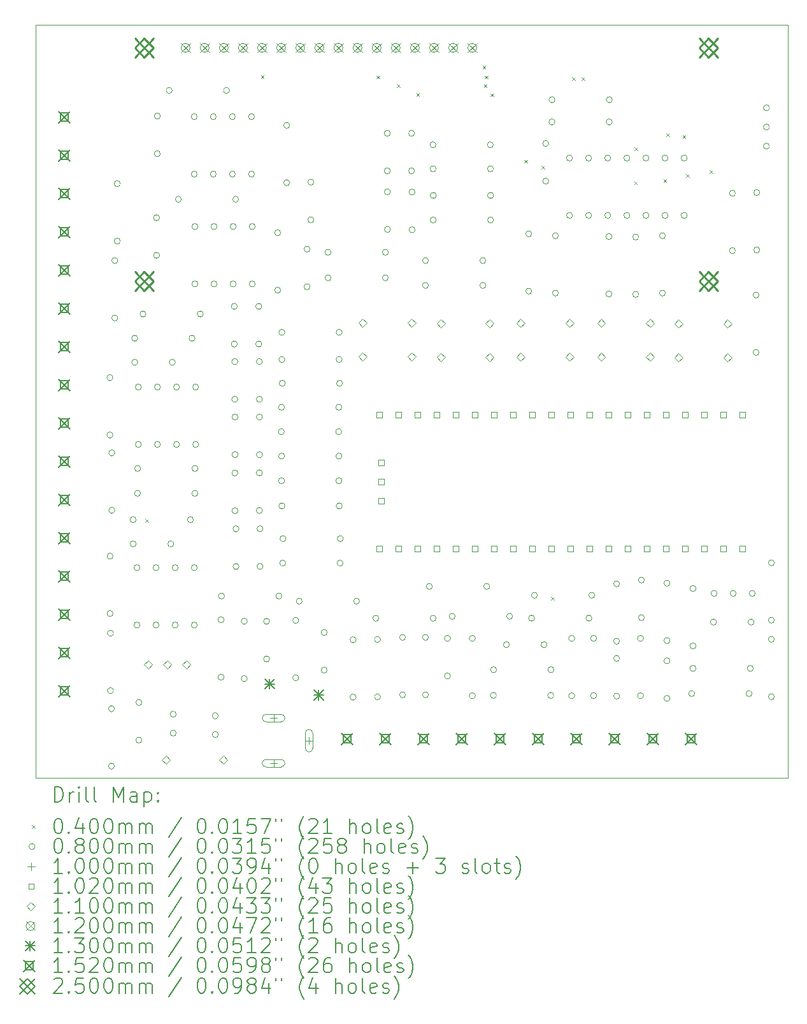
<source format=gbr>
%TF.GenerationSoftware,KiCad,Pcbnew,7.0.11+dfsg-1build4*%
%TF.CreationDate,2025-01-17T06:31:40-06:00*%
%TF.ProjectId,Metermaker,4d657465-726d-4616-9b65-722e6b696361,rev?*%
%TF.SameCoordinates,Original*%
%TF.FileFunction,Drillmap*%
%TF.FilePolarity,Positive*%
%FSLAX45Y45*%
G04 Gerber Fmt 4.5, Leading zero omitted, Abs format (unit mm)*
G04 Created by KiCad (PCBNEW 7.0.11+dfsg-1build4) date 2025-01-17 06:31:40*
%MOMM*%
%LPD*%
G01*
G04 APERTURE LIST*
%ADD10C,0.100000*%
%ADD11C,0.200000*%
%ADD12C,0.102000*%
%ADD13C,0.110000*%
%ADD14C,0.120000*%
%ADD15C,0.130000*%
%ADD16C,0.152000*%
%ADD17C,0.250000*%
G04 APERTURE END LIST*
D10*
X5000000Y-15000000D02*
X5000000Y-5000000D01*
X15000000Y-15000000D02*
X5000000Y-15000000D01*
X5000000Y-5000000D02*
X15000000Y-5000000D01*
X15000000Y-5000000D02*
X15000000Y-15000000D01*
D11*
D10*
X6460000Y-11560000D02*
X6500000Y-11600000D01*
X6500000Y-11560000D02*
X6460000Y-11600000D01*
X7998000Y-5670000D02*
X8038000Y-5710000D01*
X8038000Y-5670000D02*
X7998000Y-5710000D01*
X9537000Y-5674000D02*
X9577000Y-5714000D01*
X9577000Y-5674000D02*
X9537000Y-5714000D01*
X9804000Y-5790000D02*
X9844000Y-5830000D01*
X9844000Y-5790000D02*
X9804000Y-5830000D01*
X10064000Y-5909000D02*
X10104000Y-5949000D01*
X10104000Y-5909000D02*
X10064000Y-5949000D01*
X10945000Y-5543000D02*
X10985000Y-5583000D01*
X10985000Y-5543000D02*
X10945000Y-5583000D01*
X10962000Y-5790000D02*
X11002000Y-5830000D01*
X11002000Y-5790000D02*
X10962000Y-5830000D01*
X10975000Y-5674000D02*
X11015000Y-5714000D01*
X11015000Y-5674000D02*
X10975000Y-5714000D01*
X11050000Y-5910000D02*
X11090000Y-5950000D01*
X11090000Y-5910000D02*
X11050000Y-5950000D01*
X11500000Y-6790000D02*
X11540000Y-6830000D01*
X11540000Y-6790000D02*
X11500000Y-6830000D01*
X11726000Y-6873000D02*
X11766000Y-6913000D01*
X11766000Y-6873000D02*
X11726000Y-6913000D01*
X11856000Y-12596000D02*
X11896000Y-12636000D01*
X11896000Y-12596000D02*
X11856000Y-12636000D01*
X12132400Y-5695000D02*
X12172400Y-5735000D01*
X12172400Y-5695000D02*
X12132400Y-5735000D01*
X12262400Y-5695000D02*
X12302400Y-5735000D01*
X12302400Y-5695000D02*
X12262400Y-5735000D01*
X12959000Y-7079000D02*
X12999000Y-7119000D01*
X12999000Y-7079000D02*
X12959000Y-7119000D01*
X12966000Y-6626000D02*
X13006000Y-6666000D01*
X13006000Y-6626000D02*
X12966000Y-6666000D01*
X13349000Y-7046500D02*
X13389000Y-7086500D01*
X13389000Y-7046500D02*
X13349000Y-7086500D01*
X13386000Y-6438000D02*
X13426000Y-6478000D01*
X13426000Y-6438000D02*
X13386000Y-6478000D01*
X13603500Y-6466000D02*
X13643500Y-6506000D01*
X13643500Y-6466000D02*
X13603500Y-6506000D01*
X13650000Y-6979000D02*
X13690000Y-7019000D01*
X13690000Y-6979000D02*
X13650000Y-7019000D01*
X13964000Y-6933000D02*
X14004000Y-6973000D01*
X14004000Y-6933000D02*
X13964000Y-6973000D01*
X6030000Y-9684000D02*
G75*
G03*
X5950000Y-9684000I-40000J0D01*
G01*
X5950000Y-9684000D02*
G75*
G03*
X6030000Y-9684000I40000J0D01*
G01*
X6030000Y-10446000D02*
G75*
G03*
X5950000Y-10446000I-40000J0D01*
G01*
X5950000Y-10446000D02*
G75*
G03*
X6030000Y-10446000I40000J0D01*
G01*
X6032000Y-12054000D02*
G75*
G03*
X5952000Y-12054000I-40000J0D01*
G01*
X5952000Y-12054000D02*
G75*
G03*
X6032000Y-12054000I40000J0D01*
G01*
X6032000Y-12816000D02*
G75*
G03*
X5952000Y-12816000I-40000J0D01*
G01*
X5952000Y-12816000D02*
G75*
G03*
X6032000Y-12816000I40000J0D01*
G01*
X6038000Y-13077000D02*
G75*
G03*
X5958000Y-13077000I-40000J0D01*
G01*
X5958000Y-13077000D02*
G75*
G03*
X6038000Y-13077000I40000J0D01*
G01*
X6038000Y-13839000D02*
G75*
G03*
X5958000Y-13839000I-40000J0D01*
G01*
X5958000Y-13839000D02*
G75*
G03*
X6038000Y-13839000I40000J0D01*
G01*
X6051000Y-14080000D02*
G75*
G03*
X5971000Y-14080000I-40000J0D01*
G01*
X5971000Y-14080000D02*
G75*
G03*
X6051000Y-14080000I40000J0D01*
G01*
X6051000Y-14842000D02*
G75*
G03*
X5971000Y-14842000I-40000J0D01*
G01*
X5971000Y-14842000D02*
G75*
G03*
X6051000Y-14842000I40000J0D01*
G01*
X6055000Y-10683000D02*
G75*
G03*
X5975000Y-10683000I-40000J0D01*
G01*
X5975000Y-10683000D02*
G75*
G03*
X6055000Y-10683000I40000J0D01*
G01*
X6055000Y-11445000D02*
G75*
G03*
X5975000Y-11445000I-40000J0D01*
G01*
X5975000Y-11445000D02*
G75*
G03*
X6055000Y-11445000I40000J0D01*
G01*
X6095000Y-8129000D02*
G75*
G03*
X6015000Y-8129000I-40000J0D01*
G01*
X6015000Y-8129000D02*
G75*
G03*
X6095000Y-8129000I40000J0D01*
G01*
X6095000Y-8891000D02*
G75*
G03*
X6015000Y-8891000I-40000J0D01*
G01*
X6015000Y-8891000D02*
G75*
G03*
X6095000Y-8891000I40000J0D01*
G01*
X6127000Y-7106000D02*
G75*
G03*
X6047000Y-7106000I-40000J0D01*
G01*
X6047000Y-7106000D02*
G75*
G03*
X6127000Y-7106000I40000J0D01*
G01*
X6127000Y-7868000D02*
G75*
G03*
X6047000Y-7868000I-40000J0D01*
G01*
X6047000Y-7868000D02*
G75*
G03*
X6127000Y-7868000I40000J0D01*
G01*
X6338000Y-11570000D02*
G75*
G03*
X6258000Y-11570000I-40000J0D01*
G01*
X6258000Y-11570000D02*
G75*
G03*
X6338000Y-11570000I40000J0D01*
G01*
X6340000Y-11890000D02*
G75*
G03*
X6260000Y-11890000I-40000J0D01*
G01*
X6260000Y-11890000D02*
G75*
G03*
X6340000Y-11890000I40000J0D01*
G01*
X6359000Y-9160000D02*
G75*
G03*
X6279000Y-9160000I-40000J0D01*
G01*
X6279000Y-9160000D02*
G75*
G03*
X6359000Y-9160000I40000J0D01*
G01*
X6360000Y-9480000D02*
G75*
G03*
X6280000Y-9480000I-40000J0D01*
G01*
X6280000Y-9480000D02*
G75*
G03*
X6360000Y-9480000I40000J0D01*
G01*
X6390000Y-12208000D02*
G75*
G03*
X6310000Y-12208000I-40000J0D01*
G01*
X6310000Y-12208000D02*
G75*
G03*
X6390000Y-12208000I40000J0D01*
G01*
X6390000Y-12970000D02*
G75*
G03*
X6310000Y-12970000I-40000J0D01*
G01*
X6310000Y-12970000D02*
G75*
G03*
X6390000Y-12970000I40000J0D01*
G01*
X6398000Y-11220000D02*
G75*
G03*
X6318000Y-11220000I-40000J0D01*
G01*
X6318000Y-11220000D02*
G75*
G03*
X6398000Y-11220000I40000J0D01*
G01*
X6399000Y-10890000D02*
G75*
G03*
X6319000Y-10890000I-40000J0D01*
G01*
X6319000Y-10890000D02*
G75*
G03*
X6399000Y-10890000I40000J0D01*
G01*
X6408000Y-9808000D02*
G75*
G03*
X6328000Y-9808000I-40000J0D01*
G01*
X6328000Y-9808000D02*
G75*
G03*
X6408000Y-9808000I40000J0D01*
G01*
X6408000Y-10570000D02*
G75*
G03*
X6328000Y-10570000I-40000J0D01*
G01*
X6328000Y-10570000D02*
G75*
G03*
X6408000Y-10570000I40000J0D01*
G01*
X6415400Y-13995400D02*
G75*
G03*
X6335400Y-13995400I-40000J0D01*
G01*
X6335400Y-13995400D02*
G75*
G03*
X6415400Y-13995400I40000J0D01*
G01*
X6415400Y-14495400D02*
G75*
G03*
X6335400Y-14495400I-40000J0D01*
G01*
X6335400Y-14495400D02*
G75*
G03*
X6415400Y-14495400I40000J0D01*
G01*
X6470000Y-8838000D02*
G75*
G03*
X6390000Y-8838000I-40000J0D01*
G01*
X6390000Y-8838000D02*
G75*
G03*
X6470000Y-8838000I40000J0D01*
G01*
X6644000Y-12208000D02*
G75*
G03*
X6564000Y-12208000I-40000J0D01*
G01*
X6564000Y-12208000D02*
G75*
G03*
X6644000Y-12208000I40000J0D01*
G01*
X6644000Y-12970000D02*
G75*
G03*
X6564000Y-12970000I-40000J0D01*
G01*
X6564000Y-12970000D02*
G75*
G03*
X6644000Y-12970000I40000J0D01*
G01*
X6650000Y-7560000D02*
G75*
G03*
X6570000Y-7560000I-40000J0D01*
G01*
X6570000Y-7560000D02*
G75*
G03*
X6650000Y-7560000I40000J0D01*
G01*
X6650000Y-8060000D02*
G75*
G03*
X6570000Y-8060000I-40000J0D01*
G01*
X6570000Y-8060000D02*
G75*
G03*
X6650000Y-8060000I40000J0D01*
G01*
X6660000Y-6210000D02*
G75*
G03*
X6580000Y-6210000I-40000J0D01*
G01*
X6580000Y-6210000D02*
G75*
G03*
X6660000Y-6210000I40000J0D01*
G01*
X6660000Y-6710000D02*
G75*
G03*
X6580000Y-6710000I-40000J0D01*
G01*
X6580000Y-6710000D02*
G75*
G03*
X6660000Y-6710000I40000J0D01*
G01*
X6662000Y-9808000D02*
G75*
G03*
X6582000Y-9808000I-40000J0D01*
G01*
X6582000Y-9808000D02*
G75*
G03*
X6662000Y-9808000I40000J0D01*
G01*
X6662000Y-10570000D02*
G75*
G03*
X6582000Y-10570000I-40000J0D01*
G01*
X6582000Y-10570000D02*
G75*
G03*
X6662000Y-10570000I40000J0D01*
G01*
X6818000Y-5870000D02*
G75*
G03*
X6738000Y-5870000I-40000J0D01*
G01*
X6738000Y-5870000D02*
G75*
G03*
X6818000Y-5870000I40000J0D01*
G01*
X6840000Y-11890000D02*
G75*
G03*
X6760000Y-11890000I-40000J0D01*
G01*
X6760000Y-11890000D02*
G75*
G03*
X6840000Y-11890000I40000J0D01*
G01*
X6860000Y-9480000D02*
G75*
G03*
X6780000Y-9480000I-40000J0D01*
G01*
X6780000Y-9480000D02*
G75*
G03*
X6860000Y-9480000I40000J0D01*
G01*
X6872000Y-14153000D02*
G75*
G03*
X6792000Y-14153000I-40000J0D01*
G01*
X6792000Y-14153000D02*
G75*
G03*
X6872000Y-14153000I40000J0D01*
G01*
X6872000Y-14403000D02*
G75*
G03*
X6792000Y-14403000I-40000J0D01*
G01*
X6792000Y-14403000D02*
G75*
G03*
X6872000Y-14403000I40000J0D01*
G01*
X6898000Y-12208000D02*
G75*
G03*
X6818000Y-12208000I-40000J0D01*
G01*
X6818000Y-12208000D02*
G75*
G03*
X6898000Y-12208000I40000J0D01*
G01*
X6898000Y-12970000D02*
G75*
G03*
X6818000Y-12970000I-40000J0D01*
G01*
X6818000Y-12970000D02*
G75*
G03*
X6898000Y-12970000I40000J0D01*
G01*
X6916000Y-9808000D02*
G75*
G03*
X6836000Y-9808000I-40000J0D01*
G01*
X6836000Y-9808000D02*
G75*
G03*
X6916000Y-9808000I40000J0D01*
G01*
X6916000Y-10570000D02*
G75*
G03*
X6836000Y-10570000I-40000J0D01*
G01*
X6836000Y-10570000D02*
G75*
G03*
X6916000Y-10570000I40000J0D01*
G01*
X6940000Y-7315000D02*
G75*
G03*
X6860000Y-7315000I-40000J0D01*
G01*
X6860000Y-7315000D02*
G75*
G03*
X6940000Y-7315000I40000J0D01*
G01*
X7100000Y-11570000D02*
G75*
G03*
X7020000Y-11570000I-40000J0D01*
G01*
X7020000Y-11570000D02*
G75*
G03*
X7100000Y-11570000I40000J0D01*
G01*
X7121000Y-9160000D02*
G75*
G03*
X7041000Y-9160000I-40000J0D01*
G01*
X7041000Y-9160000D02*
G75*
G03*
X7121000Y-9160000I40000J0D01*
G01*
X7150000Y-6218000D02*
G75*
G03*
X7070000Y-6218000I-40000J0D01*
G01*
X7070000Y-6218000D02*
G75*
G03*
X7150000Y-6218000I40000J0D01*
G01*
X7150000Y-6980000D02*
G75*
G03*
X7070000Y-6980000I-40000J0D01*
G01*
X7070000Y-6980000D02*
G75*
G03*
X7150000Y-6980000I40000J0D01*
G01*
X7152000Y-12208000D02*
G75*
G03*
X7072000Y-12208000I-40000J0D01*
G01*
X7072000Y-12208000D02*
G75*
G03*
X7152000Y-12208000I40000J0D01*
G01*
X7152000Y-12970000D02*
G75*
G03*
X7072000Y-12970000I-40000J0D01*
G01*
X7072000Y-12970000D02*
G75*
G03*
X7152000Y-12970000I40000J0D01*
G01*
X7160000Y-7678000D02*
G75*
G03*
X7080000Y-7678000I-40000J0D01*
G01*
X7080000Y-7678000D02*
G75*
G03*
X7160000Y-7678000I40000J0D01*
G01*
X7160000Y-8440000D02*
G75*
G03*
X7080000Y-8440000I-40000J0D01*
G01*
X7080000Y-8440000D02*
G75*
G03*
X7160000Y-8440000I40000J0D01*
G01*
X7160000Y-11220000D02*
G75*
G03*
X7080000Y-11220000I-40000J0D01*
G01*
X7080000Y-11220000D02*
G75*
G03*
X7160000Y-11220000I40000J0D01*
G01*
X7161000Y-10890000D02*
G75*
G03*
X7081000Y-10890000I-40000J0D01*
G01*
X7081000Y-10890000D02*
G75*
G03*
X7161000Y-10890000I40000J0D01*
G01*
X7170000Y-9808000D02*
G75*
G03*
X7090000Y-9808000I-40000J0D01*
G01*
X7090000Y-9808000D02*
G75*
G03*
X7170000Y-9808000I40000J0D01*
G01*
X7170000Y-10570000D02*
G75*
G03*
X7090000Y-10570000I-40000J0D01*
G01*
X7090000Y-10570000D02*
G75*
G03*
X7170000Y-10570000I40000J0D01*
G01*
X7232000Y-8838000D02*
G75*
G03*
X7152000Y-8838000I-40000J0D01*
G01*
X7152000Y-8838000D02*
G75*
G03*
X7232000Y-8838000I40000J0D01*
G01*
X7404000Y-6218000D02*
G75*
G03*
X7324000Y-6218000I-40000J0D01*
G01*
X7324000Y-6218000D02*
G75*
G03*
X7404000Y-6218000I40000J0D01*
G01*
X7404000Y-6980000D02*
G75*
G03*
X7324000Y-6980000I-40000J0D01*
G01*
X7324000Y-6980000D02*
G75*
G03*
X7404000Y-6980000I40000J0D01*
G01*
X7414000Y-7678000D02*
G75*
G03*
X7334000Y-7678000I-40000J0D01*
G01*
X7334000Y-7678000D02*
G75*
G03*
X7414000Y-7678000I40000J0D01*
G01*
X7414000Y-8440000D02*
G75*
G03*
X7334000Y-8440000I-40000J0D01*
G01*
X7334000Y-8440000D02*
G75*
G03*
X7414000Y-8440000I40000J0D01*
G01*
X7431400Y-14173000D02*
G75*
G03*
X7351400Y-14173000I-40000J0D01*
G01*
X7351400Y-14173000D02*
G75*
G03*
X7431400Y-14173000I40000J0D01*
G01*
X7431400Y-14423000D02*
G75*
G03*
X7351400Y-14423000I-40000J0D01*
G01*
X7351400Y-14423000D02*
G75*
G03*
X7431400Y-14423000I40000J0D01*
G01*
X7507000Y-12899000D02*
G75*
G03*
X7427000Y-12899000I-40000J0D01*
G01*
X7427000Y-12899000D02*
G75*
G03*
X7507000Y-12899000I40000J0D01*
G01*
X7507000Y-13661000D02*
G75*
G03*
X7427000Y-13661000I-40000J0D01*
G01*
X7427000Y-13661000D02*
G75*
G03*
X7507000Y-13661000I40000J0D01*
G01*
X7514000Y-12583000D02*
G75*
G03*
X7434000Y-12583000I-40000J0D01*
G01*
X7434000Y-12583000D02*
G75*
G03*
X7514000Y-12583000I40000J0D01*
G01*
X7580000Y-5870000D02*
G75*
G03*
X7500000Y-5870000I-40000J0D01*
G01*
X7500000Y-5870000D02*
G75*
G03*
X7580000Y-5870000I40000J0D01*
G01*
X7658000Y-6218000D02*
G75*
G03*
X7578000Y-6218000I-40000J0D01*
G01*
X7578000Y-6218000D02*
G75*
G03*
X7658000Y-6218000I40000J0D01*
G01*
X7658000Y-6980000D02*
G75*
G03*
X7578000Y-6980000I-40000J0D01*
G01*
X7578000Y-6980000D02*
G75*
G03*
X7658000Y-6980000I40000J0D01*
G01*
X7668000Y-7678000D02*
G75*
G03*
X7588000Y-7678000I-40000J0D01*
G01*
X7588000Y-7678000D02*
G75*
G03*
X7668000Y-7678000I40000J0D01*
G01*
X7668000Y-8440000D02*
G75*
G03*
X7588000Y-8440000I-40000J0D01*
G01*
X7588000Y-8440000D02*
G75*
G03*
X7668000Y-8440000I40000J0D01*
G01*
X7684000Y-8737000D02*
G75*
G03*
X7604000Y-8737000I-40000J0D01*
G01*
X7604000Y-8737000D02*
G75*
G03*
X7684000Y-8737000I40000J0D01*
G01*
X7684000Y-9237000D02*
G75*
G03*
X7604000Y-9237000I-40000J0D01*
G01*
X7604000Y-9237000D02*
G75*
G03*
X7684000Y-9237000I40000J0D01*
G01*
X7690000Y-9471000D02*
G75*
G03*
X7610000Y-9471000I-40000J0D01*
G01*
X7610000Y-9471000D02*
G75*
G03*
X7690000Y-9471000I40000J0D01*
G01*
X7690000Y-9971000D02*
G75*
G03*
X7610000Y-9971000I-40000J0D01*
G01*
X7610000Y-9971000D02*
G75*
G03*
X7690000Y-9971000I40000J0D01*
G01*
X7692000Y-10950000D02*
G75*
G03*
X7612000Y-10950000I-40000J0D01*
G01*
X7612000Y-10950000D02*
G75*
G03*
X7692000Y-10950000I40000J0D01*
G01*
X7692000Y-11450000D02*
G75*
G03*
X7612000Y-11450000I-40000J0D01*
G01*
X7612000Y-11450000D02*
G75*
G03*
X7692000Y-11450000I40000J0D01*
G01*
X7693000Y-10206000D02*
G75*
G03*
X7613000Y-10206000I-40000J0D01*
G01*
X7613000Y-10206000D02*
G75*
G03*
X7693000Y-10206000I40000J0D01*
G01*
X7693000Y-10706000D02*
G75*
G03*
X7613000Y-10706000I-40000J0D01*
G01*
X7613000Y-10706000D02*
G75*
G03*
X7693000Y-10706000I40000J0D01*
G01*
X7702000Y-7315000D02*
G75*
G03*
X7622000Y-7315000I-40000J0D01*
G01*
X7622000Y-7315000D02*
G75*
G03*
X7702000Y-7315000I40000J0D01*
G01*
X7706000Y-11691000D02*
G75*
G03*
X7626000Y-11691000I-40000J0D01*
G01*
X7626000Y-11691000D02*
G75*
G03*
X7706000Y-11691000I40000J0D01*
G01*
X7706000Y-12191000D02*
G75*
G03*
X7626000Y-12191000I-40000J0D01*
G01*
X7626000Y-12191000D02*
G75*
G03*
X7706000Y-12191000I40000J0D01*
G01*
X7816000Y-12918000D02*
G75*
G03*
X7736000Y-12918000I-40000J0D01*
G01*
X7736000Y-12918000D02*
G75*
G03*
X7816000Y-12918000I40000J0D01*
G01*
X7816000Y-13680000D02*
G75*
G03*
X7736000Y-13680000I-40000J0D01*
G01*
X7736000Y-13680000D02*
G75*
G03*
X7816000Y-13680000I40000J0D01*
G01*
X7912000Y-6218000D02*
G75*
G03*
X7832000Y-6218000I-40000J0D01*
G01*
X7832000Y-6218000D02*
G75*
G03*
X7912000Y-6218000I40000J0D01*
G01*
X7912000Y-6980000D02*
G75*
G03*
X7832000Y-6980000I-40000J0D01*
G01*
X7832000Y-6980000D02*
G75*
G03*
X7912000Y-6980000I40000J0D01*
G01*
X7922000Y-7678000D02*
G75*
G03*
X7842000Y-7678000I-40000J0D01*
G01*
X7842000Y-7678000D02*
G75*
G03*
X7922000Y-7678000I40000J0D01*
G01*
X7922000Y-8440000D02*
G75*
G03*
X7842000Y-8440000I-40000J0D01*
G01*
X7842000Y-8440000D02*
G75*
G03*
X7922000Y-8440000I40000J0D01*
G01*
X8009000Y-8737000D02*
G75*
G03*
X7929000Y-8737000I-40000J0D01*
G01*
X7929000Y-8737000D02*
G75*
G03*
X8009000Y-8737000I40000J0D01*
G01*
X8009000Y-9237000D02*
G75*
G03*
X7929000Y-9237000I-40000J0D01*
G01*
X7929000Y-9237000D02*
G75*
G03*
X8009000Y-9237000I40000J0D01*
G01*
X8017000Y-10947000D02*
G75*
G03*
X7937000Y-10947000I-40000J0D01*
G01*
X7937000Y-10947000D02*
G75*
G03*
X8017000Y-10947000I40000J0D01*
G01*
X8017000Y-11447000D02*
G75*
G03*
X7937000Y-11447000I-40000J0D01*
G01*
X7937000Y-11447000D02*
G75*
G03*
X8017000Y-11447000I40000J0D01*
G01*
X8018000Y-9470000D02*
G75*
G03*
X7938000Y-9470000I-40000J0D01*
G01*
X7938000Y-9470000D02*
G75*
G03*
X8018000Y-9470000I40000J0D01*
G01*
X8018000Y-9970000D02*
G75*
G03*
X7938000Y-9970000I-40000J0D01*
G01*
X7938000Y-9970000D02*
G75*
G03*
X8018000Y-9970000I40000J0D01*
G01*
X8019000Y-10207000D02*
G75*
G03*
X7939000Y-10207000I-40000J0D01*
G01*
X7939000Y-10207000D02*
G75*
G03*
X8019000Y-10207000I40000J0D01*
G01*
X8019000Y-10707000D02*
G75*
G03*
X7939000Y-10707000I-40000J0D01*
G01*
X7939000Y-10707000D02*
G75*
G03*
X8019000Y-10707000I40000J0D01*
G01*
X8026000Y-11690000D02*
G75*
G03*
X7946000Y-11690000I-40000J0D01*
G01*
X7946000Y-11690000D02*
G75*
G03*
X8026000Y-11690000I40000J0D01*
G01*
X8026000Y-12190000D02*
G75*
G03*
X7946000Y-12190000I-40000J0D01*
G01*
X7946000Y-12190000D02*
G75*
G03*
X8026000Y-12190000I40000J0D01*
G01*
X8113000Y-12919000D02*
G75*
G03*
X8033000Y-12919000I-40000J0D01*
G01*
X8033000Y-12919000D02*
G75*
G03*
X8113000Y-12919000I40000J0D01*
G01*
X8113000Y-13419000D02*
G75*
G03*
X8033000Y-13419000I-40000J0D01*
G01*
X8033000Y-13419000D02*
G75*
G03*
X8113000Y-13419000I40000J0D01*
G01*
X8260000Y-7760000D02*
G75*
G03*
X8180000Y-7760000I-40000J0D01*
G01*
X8180000Y-7760000D02*
G75*
G03*
X8260000Y-7760000I40000J0D01*
G01*
X8260000Y-8522000D02*
G75*
G03*
X8180000Y-8522000I-40000J0D01*
G01*
X8180000Y-8522000D02*
G75*
G03*
X8260000Y-8522000I40000J0D01*
G01*
X8276000Y-12583000D02*
G75*
G03*
X8196000Y-12583000I-40000J0D01*
G01*
X8196000Y-12583000D02*
G75*
G03*
X8276000Y-12583000I40000J0D01*
G01*
X8309000Y-10401000D02*
G75*
G03*
X8229000Y-10401000I-40000J0D01*
G01*
X8229000Y-10401000D02*
G75*
G03*
X8309000Y-10401000I40000J0D01*
G01*
X8311000Y-10077000D02*
G75*
G03*
X8231000Y-10077000I-40000J0D01*
G01*
X8231000Y-10077000D02*
G75*
G03*
X8311000Y-10077000I40000J0D01*
G01*
X8312000Y-11053000D02*
G75*
G03*
X8232000Y-11053000I-40000J0D01*
G01*
X8232000Y-11053000D02*
G75*
G03*
X8312000Y-11053000I40000J0D01*
G01*
X8313000Y-10725000D02*
G75*
G03*
X8233000Y-10725000I-40000J0D01*
G01*
X8233000Y-10725000D02*
G75*
G03*
X8313000Y-10725000I40000J0D01*
G01*
X8316000Y-9081000D02*
G75*
G03*
X8236000Y-9081000I-40000J0D01*
G01*
X8236000Y-9081000D02*
G75*
G03*
X8316000Y-9081000I40000J0D01*
G01*
X8316000Y-9442000D02*
G75*
G03*
X8236000Y-9442000I-40000J0D01*
G01*
X8236000Y-9442000D02*
G75*
G03*
X8316000Y-9442000I40000J0D01*
G01*
X8317000Y-11388000D02*
G75*
G03*
X8237000Y-11388000I-40000J0D01*
G01*
X8237000Y-11388000D02*
G75*
G03*
X8317000Y-11388000I40000J0D01*
G01*
X8321000Y-9759000D02*
G75*
G03*
X8241000Y-9759000I-40000J0D01*
G01*
X8241000Y-9759000D02*
G75*
G03*
X8321000Y-9759000I40000J0D01*
G01*
X8327000Y-12146000D02*
G75*
G03*
X8247000Y-12146000I-40000J0D01*
G01*
X8247000Y-12146000D02*
G75*
G03*
X8327000Y-12146000I40000J0D01*
G01*
X8331000Y-11822000D02*
G75*
G03*
X8251000Y-11822000I-40000J0D01*
G01*
X8251000Y-11822000D02*
G75*
G03*
X8331000Y-11822000I40000J0D01*
G01*
X8380000Y-6333000D02*
G75*
G03*
X8300000Y-6333000I-40000J0D01*
G01*
X8300000Y-6333000D02*
G75*
G03*
X8380000Y-6333000I40000J0D01*
G01*
X8380000Y-7095000D02*
G75*
G03*
X8300000Y-7095000I-40000J0D01*
G01*
X8300000Y-7095000D02*
G75*
G03*
X8380000Y-7095000I40000J0D01*
G01*
X8501000Y-12907000D02*
G75*
G03*
X8421000Y-12907000I-40000J0D01*
G01*
X8421000Y-12907000D02*
G75*
G03*
X8501000Y-12907000I40000J0D01*
G01*
X8501000Y-13669000D02*
G75*
G03*
X8421000Y-13669000I-40000J0D01*
G01*
X8421000Y-13669000D02*
G75*
G03*
X8501000Y-13669000I40000J0D01*
G01*
X8547000Y-12652000D02*
G75*
G03*
X8467000Y-12652000I-40000J0D01*
G01*
X8467000Y-12652000D02*
G75*
G03*
X8547000Y-12652000I40000J0D01*
G01*
X8650600Y-7975600D02*
G75*
G03*
X8570600Y-7975600I-40000J0D01*
G01*
X8570600Y-7975600D02*
G75*
G03*
X8650600Y-7975600I40000J0D01*
G01*
X8650600Y-8475600D02*
G75*
G03*
X8570600Y-8475600I-40000J0D01*
G01*
X8570600Y-8475600D02*
G75*
G03*
X8650600Y-8475600I40000J0D01*
G01*
X8701400Y-7086600D02*
G75*
G03*
X8621400Y-7086600I-40000J0D01*
G01*
X8621400Y-7086600D02*
G75*
G03*
X8701400Y-7086600I40000J0D01*
G01*
X8701400Y-7586600D02*
G75*
G03*
X8621400Y-7586600I-40000J0D01*
G01*
X8621400Y-7586600D02*
G75*
G03*
X8701400Y-7586600I40000J0D01*
G01*
X8878000Y-13067000D02*
G75*
G03*
X8798000Y-13067000I-40000J0D01*
G01*
X8798000Y-13067000D02*
G75*
G03*
X8878000Y-13067000I40000J0D01*
G01*
X8878000Y-13567000D02*
G75*
G03*
X8798000Y-13567000I-40000J0D01*
G01*
X8798000Y-13567000D02*
G75*
G03*
X8878000Y-13567000I40000J0D01*
G01*
X8930000Y-8020000D02*
G75*
G03*
X8850000Y-8020000I-40000J0D01*
G01*
X8850000Y-8020000D02*
G75*
G03*
X8930000Y-8020000I40000J0D01*
G01*
X8930000Y-8356600D02*
G75*
G03*
X8850000Y-8356600I-40000J0D01*
G01*
X8850000Y-8356600D02*
G75*
G03*
X8930000Y-8356600I40000J0D01*
G01*
X9071000Y-10401000D02*
G75*
G03*
X8991000Y-10401000I-40000J0D01*
G01*
X8991000Y-10401000D02*
G75*
G03*
X9071000Y-10401000I40000J0D01*
G01*
X9073000Y-10077000D02*
G75*
G03*
X8993000Y-10077000I-40000J0D01*
G01*
X8993000Y-10077000D02*
G75*
G03*
X9073000Y-10077000I40000J0D01*
G01*
X9074000Y-11053000D02*
G75*
G03*
X8994000Y-11053000I-40000J0D01*
G01*
X8994000Y-11053000D02*
G75*
G03*
X9074000Y-11053000I40000J0D01*
G01*
X9075000Y-10725000D02*
G75*
G03*
X8995000Y-10725000I-40000J0D01*
G01*
X8995000Y-10725000D02*
G75*
G03*
X9075000Y-10725000I40000J0D01*
G01*
X9078000Y-9081000D02*
G75*
G03*
X8998000Y-9081000I-40000J0D01*
G01*
X8998000Y-9081000D02*
G75*
G03*
X9078000Y-9081000I40000J0D01*
G01*
X9078000Y-9442000D02*
G75*
G03*
X8998000Y-9442000I-40000J0D01*
G01*
X8998000Y-9442000D02*
G75*
G03*
X9078000Y-9442000I40000J0D01*
G01*
X9079000Y-11388000D02*
G75*
G03*
X8999000Y-11388000I-40000J0D01*
G01*
X8999000Y-11388000D02*
G75*
G03*
X9079000Y-11388000I40000J0D01*
G01*
X9083000Y-9759000D02*
G75*
G03*
X9003000Y-9759000I-40000J0D01*
G01*
X9003000Y-9759000D02*
G75*
G03*
X9083000Y-9759000I40000J0D01*
G01*
X9089000Y-12146000D02*
G75*
G03*
X9009000Y-12146000I-40000J0D01*
G01*
X9009000Y-12146000D02*
G75*
G03*
X9089000Y-12146000I40000J0D01*
G01*
X9093000Y-11822000D02*
G75*
G03*
X9013000Y-11822000I-40000J0D01*
G01*
X9013000Y-11822000D02*
G75*
G03*
X9093000Y-11822000I40000J0D01*
G01*
X9263000Y-13164000D02*
G75*
G03*
X9183000Y-13164000I-40000J0D01*
G01*
X9183000Y-13164000D02*
G75*
G03*
X9263000Y-13164000I40000J0D01*
G01*
X9263000Y-13926000D02*
G75*
G03*
X9183000Y-13926000I-40000J0D01*
G01*
X9183000Y-13926000D02*
G75*
G03*
X9263000Y-13926000I40000J0D01*
G01*
X9309000Y-12652000D02*
G75*
G03*
X9229000Y-12652000I-40000J0D01*
G01*
X9229000Y-12652000D02*
G75*
G03*
X9309000Y-12652000I40000J0D01*
G01*
X9565000Y-12877800D02*
G75*
G03*
X9485000Y-12877800I-40000J0D01*
G01*
X9485000Y-12877800D02*
G75*
G03*
X9565000Y-12877800I40000J0D01*
G01*
X9587000Y-13159000D02*
G75*
G03*
X9507000Y-13159000I-40000J0D01*
G01*
X9507000Y-13159000D02*
G75*
G03*
X9587000Y-13159000I40000J0D01*
G01*
X9587000Y-13921000D02*
G75*
G03*
X9507000Y-13921000I-40000J0D01*
G01*
X9507000Y-13921000D02*
G75*
G03*
X9587000Y-13921000I40000J0D01*
G01*
X9692000Y-8020000D02*
G75*
G03*
X9612000Y-8020000I-40000J0D01*
G01*
X9612000Y-8020000D02*
G75*
G03*
X9692000Y-8020000I40000J0D01*
G01*
X9692000Y-8356600D02*
G75*
G03*
X9612000Y-8356600I-40000J0D01*
G01*
X9612000Y-8356600D02*
G75*
G03*
X9692000Y-8356600I40000J0D01*
G01*
X9717000Y-6438000D02*
G75*
G03*
X9637000Y-6438000I-40000J0D01*
G01*
X9637000Y-6438000D02*
G75*
G03*
X9717000Y-6438000I40000J0D01*
G01*
X9717000Y-6938000D02*
G75*
G03*
X9637000Y-6938000I-40000J0D01*
G01*
X9637000Y-6938000D02*
G75*
G03*
X9717000Y-6938000I40000J0D01*
G01*
X9720000Y-7215000D02*
G75*
G03*
X9640000Y-7215000I-40000J0D01*
G01*
X9640000Y-7215000D02*
G75*
G03*
X9720000Y-7215000I40000J0D01*
G01*
X9720000Y-7715000D02*
G75*
G03*
X9640000Y-7715000I-40000J0D01*
G01*
X9640000Y-7715000D02*
G75*
G03*
X9720000Y-7715000I40000J0D01*
G01*
X9920600Y-13131800D02*
G75*
G03*
X9840600Y-13131800I-40000J0D01*
G01*
X9840600Y-13131800D02*
G75*
G03*
X9920600Y-13131800I40000J0D01*
G01*
X9920600Y-13893800D02*
G75*
G03*
X9840600Y-13893800I-40000J0D01*
G01*
X9840600Y-13893800D02*
G75*
G03*
X9920600Y-13893800I40000J0D01*
G01*
X10040000Y-6438000D02*
G75*
G03*
X9960000Y-6438000I-40000J0D01*
G01*
X9960000Y-6438000D02*
G75*
G03*
X10040000Y-6438000I40000J0D01*
G01*
X10040000Y-6938000D02*
G75*
G03*
X9960000Y-6938000I-40000J0D01*
G01*
X9960000Y-6938000D02*
G75*
G03*
X10040000Y-6938000I40000J0D01*
G01*
X10047000Y-7219000D02*
G75*
G03*
X9967000Y-7219000I-40000J0D01*
G01*
X9967000Y-7219000D02*
G75*
G03*
X10047000Y-7219000I40000J0D01*
G01*
X10047000Y-7719000D02*
G75*
G03*
X9967000Y-7719000I-40000J0D01*
G01*
X9967000Y-7719000D02*
G75*
G03*
X10047000Y-7719000I40000J0D01*
G01*
X10225400Y-8128000D02*
G75*
G03*
X10145400Y-8128000I-40000J0D01*
G01*
X10145400Y-8128000D02*
G75*
G03*
X10225400Y-8128000I40000J0D01*
G01*
X10225400Y-8458200D02*
G75*
G03*
X10145400Y-8458200I-40000J0D01*
G01*
X10145400Y-8458200D02*
G75*
G03*
X10225400Y-8458200I40000J0D01*
G01*
X10225400Y-13131800D02*
G75*
G03*
X10145400Y-13131800I-40000J0D01*
G01*
X10145400Y-13131800D02*
G75*
G03*
X10225400Y-13131800I40000J0D01*
G01*
X10225400Y-13893800D02*
G75*
G03*
X10145400Y-13893800I-40000J0D01*
G01*
X10145400Y-13893800D02*
G75*
G03*
X10225400Y-13893800I40000J0D01*
G01*
X10277000Y-12455000D02*
G75*
G03*
X10197000Y-12455000I-40000J0D01*
G01*
X10197000Y-12455000D02*
G75*
G03*
X10277000Y-12455000I40000J0D01*
G01*
X10325000Y-6592000D02*
G75*
G03*
X10245000Y-6592000I-40000J0D01*
G01*
X10245000Y-6592000D02*
G75*
G03*
X10325000Y-6592000I40000J0D01*
G01*
X10327000Y-6910000D02*
G75*
G03*
X10247000Y-6910000I-40000J0D01*
G01*
X10247000Y-6910000D02*
G75*
G03*
X10327000Y-6910000I40000J0D01*
G01*
X10327000Y-12877800D02*
G75*
G03*
X10247000Y-12877800I-40000J0D01*
G01*
X10247000Y-12877800D02*
G75*
G03*
X10327000Y-12877800I40000J0D01*
G01*
X10328000Y-7590000D02*
G75*
G03*
X10248000Y-7590000I-40000J0D01*
G01*
X10248000Y-7590000D02*
G75*
G03*
X10328000Y-7590000I40000J0D01*
G01*
X10329000Y-7264000D02*
G75*
G03*
X10249000Y-7264000I-40000J0D01*
G01*
X10249000Y-7264000D02*
G75*
G03*
X10329000Y-7264000I40000J0D01*
G01*
X10517500Y-13144500D02*
G75*
G03*
X10437500Y-13144500I-40000J0D01*
G01*
X10437500Y-13144500D02*
G75*
G03*
X10517500Y-13144500I40000J0D01*
G01*
X10517500Y-13644500D02*
G75*
G03*
X10437500Y-13644500I-40000J0D01*
G01*
X10437500Y-13644500D02*
G75*
G03*
X10517500Y-13644500I40000J0D01*
G01*
X10581000Y-12852400D02*
G75*
G03*
X10501000Y-12852400I-40000J0D01*
G01*
X10501000Y-12852400D02*
G75*
G03*
X10581000Y-12852400I40000J0D01*
G01*
X10847700Y-13144500D02*
G75*
G03*
X10767700Y-13144500I-40000J0D01*
G01*
X10767700Y-13144500D02*
G75*
G03*
X10847700Y-13144500I40000J0D01*
G01*
X10847700Y-13906500D02*
G75*
G03*
X10767700Y-13906500I-40000J0D01*
G01*
X10767700Y-13906500D02*
G75*
G03*
X10847700Y-13906500I40000J0D01*
G01*
X10987400Y-8128000D02*
G75*
G03*
X10907400Y-8128000I-40000J0D01*
G01*
X10907400Y-8128000D02*
G75*
G03*
X10987400Y-8128000I40000J0D01*
G01*
X10987400Y-8458200D02*
G75*
G03*
X10907400Y-8458200I-40000J0D01*
G01*
X10907400Y-8458200D02*
G75*
G03*
X10987400Y-8458200I40000J0D01*
G01*
X11039000Y-12455000D02*
G75*
G03*
X10959000Y-12455000I-40000J0D01*
G01*
X10959000Y-12455000D02*
G75*
G03*
X11039000Y-12455000I40000J0D01*
G01*
X11087000Y-6592000D02*
G75*
G03*
X11007000Y-6592000I-40000J0D01*
G01*
X11007000Y-6592000D02*
G75*
G03*
X11087000Y-6592000I40000J0D01*
G01*
X11089000Y-6910000D02*
G75*
G03*
X11009000Y-6910000I-40000J0D01*
G01*
X11009000Y-6910000D02*
G75*
G03*
X11089000Y-6910000I40000J0D01*
G01*
X11090000Y-7590000D02*
G75*
G03*
X11010000Y-7590000I-40000J0D01*
G01*
X11010000Y-7590000D02*
G75*
G03*
X11090000Y-7590000I40000J0D01*
G01*
X11091000Y-7264000D02*
G75*
G03*
X11011000Y-7264000I-40000J0D01*
G01*
X11011000Y-7264000D02*
G75*
G03*
X11091000Y-7264000I40000J0D01*
G01*
X11128000Y-13903000D02*
G75*
G03*
X11048000Y-13903000I-40000J0D01*
G01*
X11048000Y-13903000D02*
G75*
G03*
X11128000Y-13903000I40000J0D01*
G01*
X11131000Y-13561000D02*
G75*
G03*
X11051000Y-13561000I-40000J0D01*
G01*
X11051000Y-13561000D02*
G75*
G03*
X11131000Y-13561000I40000J0D01*
G01*
X11301000Y-13230000D02*
G75*
G03*
X11221000Y-13230000I-40000J0D01*
G01*
X11221000Y-13230000D02*
G75*
G03*
X11301000Y-13230000I40000J0D01*
G01*
X11343000Y-12852400D02*
G75*
G03*
X11263000Y-12852400I-40000J0D01*
G01*
X11263000Y-12852400D02*
G75*
G03*
X11343000Y-12852400I40000J0D01*
G01*
X11597000Y-7772400D02*
G75*
G03*
X11517000Y-7772400I-40000J0D01*
G01*
X11517000Y-7772400D02*
G75*
G03*
X11597000Y-7772400I40000J0D01*
G01*
X11597000Y-8534400D02*
G75*
G03*
X11517000Y-8534400I-40000J0D01*
G01*
X11517000Y-8534400D02*
G75*
G03*
X11597000Y-8534400I40000J0D01*
G01*
X11635100Y-12877800D02*
G75*
G03*
X11555100Y-12877800I-40000J0D01*
G01*
X11555100Y-12877800D02*
G75*
G03*
X11635100Y-12877800I40000J0D01*
G01*
X11673200Y-12573000D02*
G75*
G03*
X11593200Y-12573000I-40000J0D01*
G01*
X11593200Y-12573000D02*
G75*
G03*
X11673200Y-12573000I40000J0D01*
G01*
X11801000Y-13230000D02*
G75*
G03*
X11721000Y-13230000I-40000J0D01*
G01*
X11721000Y-13230000D02*
G75*
G03*
X11801000Y-13230000I40000J0D01*
G01*
X11823000Y-6574000D02*
G75*
G03*
X11743000Y-6574000I-40000J0D01*
G01*
X11743000Y-6574000D02*
G75*
G03*
X11823000Y-6574000I40000J0D01*
G01*
X11823000Y-7074000D02*
G75*
G03*
X11743000Y-7074000I-40000J0D01*
G01*
X11743000Y-7074000D02*
G75*
G03*
X11823000Y-7074000I40000J0D01*
G01*
X11890000Y-13903000D02*
G75*
G03*
X11810000Y-13903000I-40000J0D01*
G01*
X11810000Y-13903000D02*
G75*
G03*
X11890000Y-13903000I40000J0D01*
G01*
X11893000Y-13561000D02*
G75*
G03*
X11813000Y-13561000I-40000J0D01*
G01*
X11813000Y-13561000D02*
G75*
G03*
X11893000Y-13561000I40000J0D01*
G01*
X11906000Y-6289000D02*
G75*
G03*
X11826000Y-6289000I-40000J0D01*
G01*
X11826000Y-6289000D02*
G75*
G03*
X11906000Y-6289000I40000J0D01*
G01*
X11907000Y-5993000D02*
G75*
G03*
X11827000Y-5993000I-40000J0D01*
G01*
X11827000Y-5993000D02*
G75*
G03*
X11907000Y-5993000I40000J0D01*
G01*
X11952600Y-7797800D02*
G75*
G03*
X11872600Y-7797800I-40000J0D01*
G01*
X11872600Y-7797800D02*
G75*
G03*
X11952600Y-7797800I40000J0D01*
G01*
X11952600Y-8559800D02*
G75*
G03*
X11872600Y-8559800I-40000J0D01*
G01*
X11872600Y-8559800D02*
G75*
G03*
X11952600Y-8559800I40000J0D01*
G01*
X12139500Y-6767000D02*
G75*
G03*
X12059500Y-6767000I-40000J0D01*
G01*
X12059500Y-6767000D02*
G75*
G03*
X12139500Y-6767000I40000J0D01*
G01*
X12139500Y-7529000D02*
G75*
G03*
X12059500Y-7529000I-40000J0D01*
G01*
X12059500Y-7529000D02*
G75*
G03*
X12139500Y-7529000I40000J0D01*
G01*
X12168500Y-13144500D02*
G75*
G03*
X12088500Y-13144500I-40000J0D01*
G01*
X12088500Y-13144500D02*
G75*
G03*
X12168500Y-13144500I40000J0D01*
G01*
X12168500Y-13906500D02*
G75*
G03*
X12088500Y-13906500I-40000J0D01*
G01*
X12088500Y-13906500D02*
G75*
G03*
X12168500Y-13906500I40000J0D01*
G01*
X12393500Y-6767000D02*
G75*
G03*
X12313500Y-6767000I-40000J0D01*
G01*
X12313500Y-6767000D02*
G75*
G03*
X12393500Y-6767000I40000J0D01*
G01*
X12393500Y-7529000D02*
G75*
G03*
X12313500Y-7529000I-40000J0D01*
G01*
X12313500Y-7529000D02*
G75*
G03*
X12393500Y-7529000I40000J0D01*
G01*
X12397100Y-12877800D02*
G75*
G03*
X12317100Y-12877800I-40000J0D01*
G01*
X12317100Y-12877800D02*
G75*
G03*
X12397100Y-12877800I40000J0D01*
G01*
X12435200Y-12573000D02*
G75*
G03*
X12355200Y-12573000I-40000J0D01*
G01*
X12355200Y-12573000D02*
G75*
G03*
X12435200Y-12573000I40000J0D01*
G01*
X12460600Y-13144500D02*
G75*
G03*
X12380600Y-13144500I-40000J0D01*
G01*
X12380600Y-13144500D02*
G75*
G03*
X12460600Y-13144500I40000J0D01*
G01*
X12460600Y-13906500D02*
G75*
G03*
X12380600Y-13906500I-40000J0D01*
G01*
X12380600Y-13906500D02*
G75*
G03*
X12460600Y-13906500I40000J0D01*
G01*
X12647500Y-6767000D02*
G75*
G03*
X12567500Y-6767000I-40000J0D01*
G01*
X12567500Y-6767000D02*
G75*
G03*
X12647500Y-6767000I40000J0D01*
G01*
X12647500Y-7529000D02*
G75*
G03*
X12567500Y-7529000I-40000J0D01*
G01*
X12567500Y-7529000D02*
G75*
G03*
X12647500Y-7529000I40000J0D01*
G01*
X12663000Y-7810000D02*
G75*
G03*
X12583000Y-7810000I-40000J0D01*
G01*
X12583000Y-7810000D02*
G75*
G03*
X12663000Y-7810000I40000J0D01*
G01*
X12663000Y-8572000D02*
G75*
G03*
X12583000Y-8572000I-40000J0D01*
G01*
X12583000Y-8572000D02*
G75*
G03*
X12663000Y-8572000I40000J0D01*
G01*
X12668000Y-6289000D02*
G75*
G03*
X12588000Y-6289000I-40000J0D01*
G01*
X12588000Y-6289000D02*
G75*
G03*
X12668000Y-6289000I40000J0D01*
G01*
X12669000Y-5993000D02*
G75*
G03*
X12589000Y-5993000I-40000J0D01*
G01*
X12589000Y-5993000D02*
G75*
G03*
X12669000Y-5993000I40000J0D01*
G01*
X12765400Y-12420600D02*
G75*
G03*
X12685400Y-12420600I-40000J0D01*
G01*
X12685400Y-12420600D02*
G75*
G03*
X12765400Y-12420600I40000J0D01*
G01*
X12765400Y-13182600D02*
G75*
G03*
X12685400Y-13182600I-40000J0D01*
G01*
X12685400Y-13182600D02*
G75*
G03*
X12765400Y-13182600I40000J0D01*
G01*
X12766000Y-13411000D02*
G75*
G03*
X12686000Y-13411000I-40000J0D01*
G01*
X12686000Y-13411000D02*
G75*
G03*
X12766000Y-13411000I40000J0D01*
G01*
X12766000Y-13911000D02*
G75*
G03*
X12686000Y-13911000I-40000J0D01*
G01*
X12686000Y-13911000D02*
G75*
G03*
X12766000Y-13911000I40000J0D01*
G01*
X12901500Y-6767000D02*
G75*
G03*
X12821500Y-6767000I-40000J0D01*
G01*
X12821500Y-6767000D02*
G75*
G03*
X12901500Y-6767000I40000J0D01*
G01*
X12901500Y-7529000D02*
G75*
G03*
X12821500Y-7529000I-40000J0D01*
G01*
X12821500Y-7529000D02*
G75*
G03*
X12901500Y-7529000I40000J0D01*
G01*
X13019400Y-7816000D02*
G75*
G03*
X12939400Y-7816000I-40000J0D01*
G01*
X12939400Y-7816000D02*
G75*
G03*
X13019400Y-7816000I40000J0D01*
G01*
X13019400Y-8578000D02*
G75*
G03*
X12939400Y-8578000I-40000J0D01*
G01*
X12939400Y-8578000D02*
G75*
G03*
X13019400Y-8578000I40000J0D01*
G01*
X13082900Y-13144500D02*
G75*
G03*
X13002900Y-13144500I-40000J0D01*
G01*
X13002900Y-13144500D02*
G75*
G03*
X13082900Y-13144500I40000J0D01*
G01*
X13082900Y-13906500D02*
G75*
G03*
X13002900Y-13906500I-40000J0D01*
G01*
X13002900Y-13906500D02*
G75*
G03*
X13082900Y-13906500I40000J0D01*
G01*
X13095600Y-12369800D02*
G75*
G03*
X13015600Y-12369800I-40000J0D01*
G01*
X13015600Y-12369800D02*
G75*
G03*
X13095600Y-12369800I40000J0D01*
G01*
X13095600Y-12869800D02*
G75*
G03*
X13015600Y-12869800I-40000J0D01*
G01*
X13015600Y-12869800D02*
G75*
G03*
X13095600Y-12869800I40000J0D01*
G01*
X13155500Y-6767000D02*
G75*
G03*
X13075500Y-6767000I-40000J0D01*
G01*
X13075500Y-6767000D02*
G75*
G03*
X13155500Y-6767000I40000J0D01*
G01*
X13155500Y-7529000D02*
G75*
G03*
X13075500Y-7529000I-40000J0D01*
G01*
X13075500Y-7529000D02*
G75*
G03*
X13155500Y-7529000I40000J0D01*
G01*
X13375000Y-7797800D02*
G75*
G03*
X13295000Y-7797800I-40000J0D01*
G01*
X13295000Y-7797800D02*
G75*
G03*
X13375000Y-7797800I40000J0D01*
G01*
X13375000Y-8559800D02*
G75*
G03*
X13295000Y-8559800I-40000J0D01*
G01*
X13295000Y-8559800D02*
G75*
G03*
X13375000Y-8559800I40000J0D01*
G01*
X13409500Y-6767000D02*
G75*
G03*
X13329500Y-6767000I-40000J0D01*
G01*
X13329500Y-6767000D02*
G75*
G03*
X13409500Y-6767000I40000J0D01*
G01*
X13409500Y-7529000D02*
G75*
G03*
X13329500Y-7529000I-40000J0D01*
G01*
X13329500Y-7529000D02*
G75*
G03*
X13409500Y-7529000I40000J0D01*
G01*
X13436000Y-12413000D02*
G75*
G03*
X13356000Y-12413000I-40000J0D01*
G01*
X13356000Y-12413000D02*
G75*
G03*
X13436000Y-12413000I40000J0D01*
G01*
X13436000Y-13175000D02*
G75*
G03*
X13356000Y-13175000I-40000J0D01*
G01*
X13356000Y-13175000D02*
G75*
G03*
X13436000Y-13175000I40000J0D01*
G01*
X13436000Y-13443000D02*
G75*
G03*
X13356000Y-13443000I-40000J0D01*
G01*
X13356000Y-13443000D02*
G75*
G03*
X13436000Y-13443000I40000J0D01*
G01*
X13436000Y-13943000D02*
G75*
G03*
X13356000Y-13943000I-40000J0D01*
G01*
X13356000Y-13943000D02*
G75*
G03*
X13436000Y-13943000I40000J0D01*
G01*
X13663500Y-6767000D02*
G75*
G03*
X13583500Y-6767000I-40000J0D01*
G01*
X13583500Y-6767000D02*
G75*
G03*
X13663500Y-6767000I40000J0D01*
G01*
X13663500Y-7529000D02*
G75*
G03*
X13583500Y-7529000I-40000J0D01*
G01*
X13583500Y-7529000D02*
G75*
G03*
X13663500Y-7529000I40000J0D01*
G01*
X13764000Y-13879000D02*
G75*
G03*
X13684000Y-13879000I-40000J0D01*
G01*
X13684000Y-13879000D02*
G75*
G03*
X13764000Y-13879000I40000J0D01*
G01*
X13781000Y-13544000D02*
G75*
G03*
X13701000Y-13544000I-40000J0D01*
G01*
X13701000Y-13544000D02*
G75*
G03*
X13781000Y-13544000I40000J0D01*
G01*
X13781400Y-12484100D02*
G75*
G03*
X13701400Y-12484100I-40000J0D01*
G01*
X13701400Y-12484100D02*
G75*
G03*
X13781400Y-12484100I40000J0D01*
G01*
X13781400Y-13246100D02*
G75*
G03*
X13701400Y-13246100I-40000J0D01*
G01*
X13701400Y-13246100D02*
G75*
G03*
X13781400Y-13246100I40000J0D01*
G01*
X14053560Y-12928600D02*
G75*
G03*
X13973560Y-12928600I-40000J0D01*
G01*
X13973560Y-12928600D02*
G75*
G03*
X14053560Y-12928600I40000J0D01*
G01*
X14060800Y-12547600D02*
G75*
G03*
X13980800Y-12547600I-40000J0D01*
G01*
X13980800Y-12547600D02*
G75*
G03*
X14060800Y-12547600I40000J0D01*
G01*
X14305000Y-7235000D02*
G75*
G03*
X14225000Y-7235000I-40000J0D01*
G01*
X14225000Y-7235000D02*
G75*
G03*
X14305000Y-7235000I40000J0D01*
G01*
X14305000Y-7997000D02*
G75*
G03*
X14225000Y-7997000I-40000J0D01*
G01*
X14225000Y-7997000D02*
G75*
G03*
X14305000Y-7997000I40000J0D01*
G01*
X14314800Y-12547600D02*
G75*
G03*
X14234800Y-12547600I-40000J0D01*
G01*
X14234800Y-12547600D02*
G75*
G03*
X14314800Y-12547600I40000J0D01*
G01*
X14526000Y-13879000D02*
G75*
G03*
X14446000Y-13879000I-40000J0D01*
G01*
X14446000Y-13879000D02*
G75*
G03*
X14526000Y-13879000I40000J0D01*
G01*
X14543000Y-13544000D02*
G75*
G03*
X14463000Y-13544000I-40000J0D01*
G01*
X14463000Y-13544000D02*
G75*
G03*
X14543000Y-13544000I40000J0D01*
G01*
X14553560Y-12928600D02*
G75*
G03*
X14473560Y-12928600I-40000J0D01*
G01*
X14473560Y-12928600D02*
G75*
G03*
X14553560Y-12928600I40000J0D01*
G01*
X14568800Y-12547600D02*
G75*
G03*
X14488800Y-12547600I-40000J0D01*
G01*
X14488800Y-12547600D02*
G75*
G03*
X14568800Y-12547600I40000J0D01*
G01*
X14619600Y-8585200D02*
G75*
G03*
X14539600Y-8585200I-40000J0D01*
G01*
X14539600Y-8585200D02*
G75*
G03*
X14619600Y-8585200I40000J0D01*
G01*
X14619600Y-9347200D02*
G75*
G03*
X14539600Y-9347200I-40000J0D01*
G01*
X14539600Y-9347200D02*
G75*
G03*
X14619600Y-9347200I40000J0D01*
G01*
X14630000Y-7226000D02*
G75*
G03*
X14550000Y-7226000I-40000J0D01*
G01*
X14550000Y-7226000D02*
G75*
G03*
X14630000Y-7226000I40000J0D01*
G01*
X14630000Y-7988000D02*
G75*
G03*
X14550000Y-7988000I-40000J0D01*
G01*
X14550000Y-7988000D02*
G75*
G03*
X14630000Y-7988000I40000J0D01*
G01*
X14758000Y-6102000D02*
G75*
G03*
X14678000Y-6102000I-40000J0D01*
G01*
X14678000Y-6102000D02*
G75*
G03*
X14758000Y-6102000I40000J0D01*
G01*
X14758000Y-6356000D02*
G75*
G03*
X14678000Y-6356000I-40000J0D01*
G01*
X14678000Y-6356000D02*
G75*
G03*
X14758000Y-6356000I40000J0D01*
G01*
X14758000Y-6610000D02*
G75*
G03*
X14678000Y-6610000I-40000J0D01*
G01*
X14678000Y-6610000D02*
G75*
G03*
X14758000Y-6610000I40000J0D01*
G01*
X14822800Y-12141200D02*
G75*
G03*
X14742800Y-12141200I-40000J0D01*
G01*
X14742800Y-12141200D02*
G75*
G03*
X14822800Y-12141200I40000J0D01*
G01*
X14822800Y-12903200D02*
G75*
G03*
X14742800Y-12903200I-40000J0D01*
G01*
X14742800Y-12903200D02*
G75*
G03*
X14822800Y-12903200I40000J0D01*
G01*
X14822800Y-13157200D02*
G75*
G03*
X14742800Y-13157200I-40000J0D01*
G01*
X14742800Y-13157200D02*
G75*
G03*
X14822800Y-13157200I40000J0D01*
G01*
X14822800Y-13919200D02*
G75*
G03*
X14742800Y-13919200I-40000J0D01*
G01*
X14742800Y-13919200D02*
G75*
G03*
X14822800Y-13919200I40000J0D01*
G01*
X8166000Y-14153400D02*
X8166000Y-14253400D01*
X8116000Y-14203400D02*
X8216000Y-14203400D01*
X8066000Y-14253400D02*
X8266000Y-14253400D01*
X8266000Y-14253400D02*
G75*
G03*
X8266000Y-14153400I0J50000D01*
G01*
X8266000Y-14153400D02*
X8066000Y-14153400D01*
X8066000Y-14153400D02*
G75*
G03*
X8066000Y-14253400I0J-50000D01*
G01*
X8166000Y-14753400D02*
X8166000Y-14853400D01*
X8116000Y-14803400D02*
X8216000Y-14803400D01*
X8066000Y-14853400D02*
X8266000Y-14853400D01*
X8266000Y-14853400D02*
G75*
G03*
X8266000Y-14753400I0J50000D01*
G01*
X8266000Y-14753400D02*
X8066000Y-14753400D01*
X8066000Y-14753400D02*
G75*
G03*
X8066000Y-14853400I0J-50000D01*
G01*
X8636000Y-14453400D02*
X8636000Y-14553400D01*
X8586000Y-14503400D02*
X8686000Y-14503400D01*
X8686000Y-14603400D02*
X8686000Y-14403400D01*
X8686000Y-14403400D02*
G75*
G03*
X8586000Y-14403400I-50000J0D01*
G01*
X8586000Y-14403400D02*
X8586000Y-14603400D01*
X8586000Y-14603400D02*
G75*
G03*
X8686000Y-14603400I50000J0D01*
G01*
D12*
X9609063Y-10213063D02*
X9609063Y-10140937D01*
X9536937Y-10140937D01*
X9536937Y-10213063D01*
X9609063Y-10213063D01*
X9609063Y-11991063D02*
X9609063Y-11918937D01*
X9536937Y-11918937D01*
X9536937Y-11991063D01*
X9609063Y-11991063D01*
X9632063Y-10848063D02*
X9632063Y-10775937D01*
X9559937Y-10775937D01*
X9559937Y-10848063D01*
X9632063Y-10848063D01*
X9632063Y-11102063D02*
X9632063Y-11029937D01*
X9559937Y-11029937D01*
X9559937Y-11102063D01*
X9632063Y-11102063D01*
X9632063Y-11356063D02*
X9632063Y-11283937D01*
X9559937Y-11283937D01*
X9559937Y-11356063D01*
X9632063Y-11356063D01*
X9863063Y-10213063D02*
X9863063Y-10140937D01*
X9790937Y-10140937D01*
X9790937Y-10213063D01*
X9863063Y-10213063D01*
X9863063Y-11991063D02*
X9863063Y-11918937D01*
X9790937Y-11918937D01*
X9790937Y-11991063D01*
X9863063Y-11991063D01*
X10117063Y-10213063D02*
X10117063Y-10140937D01*
X10044937Y-10140937D01*
X10044937Y-10213063D01*
X10117063Y-10213063D01*
X10117063Y-11991063D02*
X10117063Y-11918937D01*
X10044937Y-11918937D01*
X10044937Y-11991063D01*
X10117063Y-11991063D01*
X10371063Y-10213063D02*
X10371063Y-10140937D01*
X10298937Y-10140937D01*
X10298937Y-10213063D01*
X10371063Y-10213063D01*
X10371063Y-11991063D02*
X10371063Y-11918937D01*
X10298937Y-11918937D01*
X10298937Y-11991063D01*
X10371063Y-11991063D01*
X10625063Y-10213063D02*
X10625063Y-10140937D01*
X10552937Y-10140937D01*
X10552937Y-10213063D01*
X10625063Y-10213063D01*
X10625063Y-11991063D02*
X10625063Y-11918937D01*
X10552937Y-11918937D01*
X10552937Y-11991063D01*
X10625063Y-11991063D01*
X10879063Y-10213063D02*
X10879063Y-10140937D01*
X10806937Y-10140937D01*
X10806937Y-10213063D01*
X10879063Y-10213063D01*
X10879063Y-11991063D02*
X10879063Y-11918937D01*
X10806937Y-11918937D01*
X10806937Y-11991063D01*
X10879063Y-11991063D01*
X11133063Y-10213063D02*
X11133063Y-10140937D01*
X11060937Y-10140937D01*
X11060937Y-10213063D01*
X11133063Y-10213063D01*
X11133063Y-11991063D02*
X11133063Y-11918937D01*
X11060937Y-11918937D01*
X11060937Y-11991063D01*
X11133063Y-11991063D01*
X11387063Y-10213063D02*
X11387063Y-10140937D01*
X11314937Y-10140937D01*
X11314937Y-10213063D01*
X11387063Y-10213063D01*
X11387063Y-11991063D02*
X11387063Y-11918937D01*
X11314937Y-11918937D01*
X11314937Y-11991063D01*
X11387063Y-11991063D01*
X11641063Y-10213063D02*
X11641063Y-10140937D01*
X11568937Y-10140937D01*
X11568937Y-10213063D01*
X11641063Y-10213063D01*
X11641063Y-11991063D02*
X11641063Y-11918937D01*
X11568937Y-11918937D01*
X11568937Y-11991063D01*
X11641063Y-11991063D01*
X11895063Y-10213063D02*
X11895063Y-10140937D01*
X11822937Y-10140937D01*
X11822937Y-10213063D01*
X11895063Y-10213063D01*
X11895063Y-11991063D02*
X11895063Y-11918937D01*
X11822937Y-11918937D01*
X11822937Y-11991063D01*
X11895063Y-11991063D01*
X12149063Y-10213063D02*
X12149063Y-10140937D01*
X12076937Y-10140937D01*
X12076937Y-10213063D01*
X12149063Y-10213063D01*
X12149063Y-11991063D02*
X12149063Y-11918937D01*
X12076937Y-11918937D01*
X12076937Y-11991063D01*
X12149063Y-11991063D01*
X12403063Y-10213063D02*
X12403063Y-10140937D01*
X12330937Y-10140937D01*
X12330937Y-10213063D01*
X12403063Y-10213063D01*
X12403063Y-11991063D02*
X12403063Y-11918937D01*
X12330937Y-11918937D01*
X12330937Y-11991063D01*
X12403063Y-11991063D01*
X12657063Y-10213063D02*
X12657063Y-10140937D01*
X12584937Y-10140937D01*
X12584937Y-10213063D01*
X12657063Y-10213063D01*
X12657063Y-11991063D02*
X12657063Y-11918937D01*
X12584937Y-11918937D01*
X12584937Y-11991063D01*
X12657063Y-11991063D01*
X12911063Y-10213063D02*
X12911063Y-10140937D01*
X12838937Y-10140937D01*
X12838937Y-10213063D01*
X12911063Y-10213063D01*
X12911063Y-11991063D02*
X12911063Y-11918937D01*
X12838937Y-11918937D01*
X12838937Y-11991063D01*
X12911063Y-11991063D01*
X13165063Y-10213063D02*
X13165063Y-10140937D01*
X13092937Y-10140937D01*
X13092937Y-10213063D01*
X13165063Y-10213063D01*
X13165063Y-11991063D02*
X13165063Y-11918937D01*
X13092937Y-11918937D01*
X13092937Y-11991063D01*
X13165063Y-11991063D01*
X13419063Y-10213063D02*
X13419063Y-10140937D01*
X13346937Y-10140937D01*
X13346937Y-10213063D01*
X13419063Y-10213063D01*
X13419063Y-11991063D02*
X13419063Y-11918937D01*
X13346937Y-11918937D01*
X13346937Y-11991063D01*
X13419063Y-11991063D01*
X13673063Y-10213063D02*
X13673063Y-10140937D01*
X13600937Y-10140937D01*
X13600937Y-10213063D01*
X13673063Y-10213063D01*
X13673063Y-11991063D02*
X13673063Y-11918937D01*
X13600937Y-11918937D01*
X13600937Y-11991063D01*
X13673063Y-11991063D01*
X13927063Y-10213063D02*
X13927063Y-10140937D01*
X13854937Y-10140937D01*
X13854937Y-10213063D01*
X13927063Y-10213063D01*
X13927063Y-11991063D02*
X13927063Y-11918937D01*
X13854937Y-11918937D01*
X13854937Y-11991063D01*
X13927063Y-11991063D01*
X14181063Y-10213063D02*
X14181063Y-10140937D01*
X14108937Y-10140937D01*
X14108937Y-10213063D01*
X14181063Y-10213063D01*
X14181063Y-11991063D02*
X14181063Y-11918937D01*
X14108937Y-11918937D01*
X14108937Y-11991063D01*
X14181063Y-11991063D01*
X14435063Y-10213063D02*
X14435063Y-10140937D01*
X14362937Y-10140937D01*
X14362937Y-10213063D01*
X14435063Y-10213063D01*
X14435063Y-11991063D02*
X14435063Y-11918937D01*
X14362937Y-11918937D01*
X14362937Y-11991063D01*
X14435063Y-11991063D01*
D13*
X6502000Y-13548000D02*
X6557000Y-13493000D01*
X6502000Y-13438000D01*
X6447000Y-13493000D01*
X6502000Y-13548000D01*
X6737000Y-14812000D02*
X6792000Y-14757000D01*
X6737000Y-14702000D01*
X6682000Y-14757000D01*
X6737000Y-14812000D01*
X6756000Y-13548000D02*
X6811000Y-13493000D01*
X6756000Y-13438000D01*
X6701000Y-13493000D01*
X6756000Y-13548000D01*
X7010000Y-13548000D02*
X7065000Y-13493000D01*
X7010000Y-13438000D01*
X6955000Y-13493000D01*
X7010000Y-13548000D01*
X7499000Y-14812000D02*
X7554000Y-14757000D01*
X7499000Y-14702000D01*
X7444000Y-14757000D01*
X7499000Y-14812000D01*
X9350000Y-9009000D02*
X9405000Y-8954000D01*
X9350000Y-8899000D01*
X9295000Y-8954000D01*
X9350000Y-9009000D01*
X9350000Y-9459000D02*
X9405000Y-9404000D01*
X9350000Y-9349000D01*
X9295000Y-9404000D01*
X9350000Y-9459000D01*
X10000000Y-9009000D02*
X10055000Y-8954000D01*
X10000000Y-8899000D01*
X9945000Y-8954000D01*
X10000000Y-9009000D01*
X10000000Y-9459000D02*
X10055000Y-9404000D01*
X10000000Y-9349000D01*
X9945000Y-9404000D01*
X10000000Y-9459000D01*
X10390000Y-9017000D02*
X10445000Y-8962000D01*
X10390000Y-8907000D01*
X10335000Y-8962000D01*
X10390000Y-9017000D01*
X10390000Y-9467000D02*
X10445000Y-9412000D01*
X10390000Y-9357000D01*
X10335000Y-9412000D01*
X10390000Y-9467000D01*
X11040000Y-9017000D02*
X11095000Y-8962000D01*
X11040000Y-8907000D01*
X10985000Y-8962000D01*
X11040000Y-9017000D01*
X11040000Y-9467000D02*
X11095000Y-9412000D01*
X11040000Y-9357000D01*
X10985000Y-9412000D01*
X11040000Y-9467000D01*
X11450000Y-9015000D02*
X11505000Y-8960000D01*
X11450000Y-8905000D01*
X11395000Y-8960000D01*
X11450000Y-9015000D01*
X11450000Y-9465000D02*
X11505000Y-9410000D01*
X11450000Y-9355000D01*
X11395000Y-9410000D01*
X11450000Y-9465000D01*
X12100000Y-9015000D02*
X12155000Y-8960000D01*
X12100000Y-8905000D01*
X12045000Y-8960000D01*
X12100000Y-9015000D01*
X12100000Y-9465000D02*
X12155000Y-9410000D01*
X12100000Y-9355000D01*
X12045000Y-9410000D01*
X12100000Y-9465000D01*
X12522000Y-9015000D02*
X12577000Y-8960000D01*
X12522000Y-8905000D01*
X12467000Y-8960000D01*
X12522000Y-9015000D01*
X12522000Y-9465000D02*
X12577000Y-9410000D01*
X12522000Y-9355000D01*
X12467000Y-9410000D01*
X12522000Y-9465000D01*
X13172000Y-9015000D02*
X13227000Y-8960000D01*
X13172000Y-8905000D01*
X13117000Y-8960000D01*
X13172000Y-9015000D01*
X13172000Y-9465000D02*
X13227000Y-9410000D01*
X13172000Y-9355000D01*
X13117000Y-9410000D01*
X13172000Y-9465000D01*
X13550000Y-9021000D02*
X13605000Y-8966000D01*
X13550000Y-8911000D01*
X13495000Y-8966000D01*
X13550000Y-9021000D01*
X13550000Y-9471000D02*
X13605000Y-9416000D01*
X13550000Y-9361000D01*
X13495000Y-9416000D01*
X13550000Y-9471000D01*
X14200000Y-9021000D02*
X14255000Y-8966000D01*
X14200000Y-8911000D01*
X14145000Y-8966000D01*
X14200000Y-9021000D01*
X14200000Y-9471000D02*
X14255000Y-9416000D01*
X14200000Y-9361000D01*
X14145000Y-9416000D01*
X14200000Y-9471000D01*
D14*
X6937000Y-5244000D02*
X7057000Y-5364000D01*
X7057000Y-5244000D02*
X6937000Y-5364000D01*
X7057000Y-5304000D02*
G75*
G03*
X6937000Y-5304000I-60000J0D01*
G01*
X6937000Y-5304000D02*
G75*
G03*
X7057000Y-5304000I60000J0D01*
G01*
X7191000Y-5244000D02*
X7311000Y-5364000D01*
X7311000Y-5244000D02*
X7191000Y-5364000D01*
X7311000Y-5304000D02*
G75*
G03*
X7191000Y-5304000I-60000J0D01*
G01*
X7191000Y-5304000D02*
G75*
G03*
X7311000Y-5304000I60000J0D01*
G01*
X7445000Y-5244000D02*
X7565000Y-5364000D01*
X7565000Y-5244000D02*
X7445000Y-5364000D01*
X7565000Y-5304000D02*
G75*
G03*
X7445000Y-5304000I-60000J0D01*
G01*
X7445000Y-5304000D02*
G75*
G03*
X7565000Y-5304000I60000J0D01*
G01*
X7699000Y-5244000D02*
X7819000Y-5364000D01*
X7819000Y-5244000D02*
X7699000Y-5364000D01*
X7819000Y-5304000D02*
G75*
G03*
X7699000Y-5304000I-60000J0D01*
G01*
X7699000Y-5304000D02*
G75*
G03*
X7819000Y-5304000I60000J0D01*
G01*
X7953000Y-5244000D02*
X8073000Y-5364000D01*
X8073000Y-5244000D02*
X7953000Y-5364000D01*
X8073000Y-5304000D02*
G75*
G03*
X7953000Y-5304000I-60000J0D01*
G01*
X7953000Y-5304000D02*
G75*
G03*
X8073000Y-5304000I60000J0D01*
G01*
X8207000Y-5244000D02*
X8327000Y-5364000D01*
X8327000Y-5244000D02*
X8207000Y-5364000D01*
X8327000Y-5304000D02*
G75*
G03*
X8207000Y-5304000I-60000J0D01*
G01*
X8207000Y-5304000D02*
G75*
G03*
X8327000Y-5304000I60000J0D01*
G01*
X8461000Y-5244000D02*
X8581000Y-5364000D01*
X8581000Y-5244000D02*
X8461000Y-5364000D01*
X8581000Y-5304000D02*
G75*
G03*
X8461000Y-5304000I-60000J0D01*
G01*
X8461000Y-5304000D02*
G75*
G03*
X8581000Y-5304000I60000J0D01*
G01*
X8715000Y-5244000D02*
X8835000Y-5364000D01*
X8835000Y-5244000D02*
X8715000Y-5364000D01*
X8835000Y-5304000D02*
G75*
G03*
X8715000Y-5304000I-60000J0D01*
G01*
X8715000Y-5304000D02*
G75*
G03*
X8835000Y-5304000I60000J0D01*
G01*
X8969000Y-5244000D02*
X9089000Y-5364000D01*
X9089000Y-5244000D02*
X8969000Y-5364000D01*
X9089000Y-5304000D02*
G75*
G03*
X8969000Y-5304000I-60000J0D01*
G01*
X8969000Y-5304000D02*
G75*
G03*
X9089000Y-5304000I60000J0D01*
G01*
X9223000Y-5244000D02*
X9343000Y-5364000D01*
X9343000Y-5244000D02*
X9223000Y-5364000D01*
X9343000Y-5304000D02*
G75*
G03*
X9223000Y-5304000I-60000J0D01*
G01*
X9223000Y-5304000D02*
G75*
G03*
X9343000Y-5304000I60000J0D01*
G01*
X9477000Y-5244000D02*
X9597000Y-5364000D01*
X9597000Y-5244000D02*
X9477000Y-5364000D01*
X9597000Y-5304000D02*
G75*
G03*
X9477000Y-5304000I-60000J0D01*
G01*
X9477000Y-5304000D02*
G75*
G03*
X9597000Y-5304000I60000J0D01*
G01*
X9731000Y-5244000D02*
X9851000Y-5364000D01*
X9851000Y-5244000D02*
X9731000Y-5364000D01*
X9851000Y-5304000D02*
G75*
G03*
X9731000Y-5304000I-60000J0D01*
G01*
X9731000Y-5304000D02*
G75*
G03*
X9851000Y-5304000I60000J0D01*
G01*
X9985000Y-5244000D02*
X10105000Y-5364000D01*
X10105000Y-5244000D02*
X9985000Y-5364000D01*
X10105000Y-5304000D02*
G75*
G03*
X9985000Y-5304000I-60000J0D01*
G01*
X9985000Y-5304000D02*
G75*
G03*
X10105000Y-5304000I60000J0D01*
G01*
X10239000Y-5244000D02*
X10359000Y-5364000D01*
X10359000Y-5244000D02*
X10239000Y-5364000D01*
X10359000Y-5304000D02*
G75*
G03*
X10239000Y-5304000I-60000J0D01*
G01*
X10239000Y-5304000D02*
G75*
G03*
X10359000Y-5304000I60000J0D01*
G01*
X10493000Y-5244000D02*
X10613000Y-5364000D01*
X10613000Y-5244000D02*
X10493000Y-5364000D01*
X10613000Y-5304000D02*
G75*
G03*
X10493000Y-5304000I-60000J0D01*
G01*
X10493000Y-5304000D02*
G75*
G03*
X10613000Y-5304000I60000J0D01*
G01*
X10747000Y-5244000D02*
X10867000Y-5364000D01*
X10867000Y-5244000D02*
X10747000Y-5364000D01*
X10867000Y-5304000D02*
G75*
G03*
X10747000Y-5304000I-60000J0D01*
G01*
X10747000Y-5304000D02*
G75*
G03*
X10867000Y-5304000I60000J0D01*
G01*
D15*
X8048000Y-13686000D02*
X8178000Y-13816000D01*
X8178000Y-13686000D02*
X8048000Y-13816000D01*
X8113000Y-13686000D02*
X8113000Y-13816000D01*
X8048000Y-13751000D02*
X8178000Y-13751000D01*
X8701000Y-13833000D02*
X8831000Y-13963000D01*
X8831000Y-13833000D02*
X8701000Y-13963000D01*
X8766000Y-13833000D02*
X8766000Y-13963000D01*
X8701000Y-13898000D02*
X8831000Y-13898000D01*
D16*
X5308000Y-6147000D02*
X5460000Y-6299000D01*
X5460000Y-6147000D02*
X5308000Y-6299000D01*
X5437741Y-6276741D02*
X5437741Y-6169259D01*
X5330259Y-6169259D01*
X5330259Y-6276741D01*
X5437741Y-6276741D01*
X5308000Y-6655000D02*
X5460000Y-6807000D01*
X5460000Y-6655000D02*
X5308000Y-6807000D01*
X5437741Y-6784741D02*
X5437741Y-6677259D01*
X5330259Y-6677259D01*
X5330259Y-6784741D01*
X5437741Y-6784741D01*
X5308000Y-7163000D02*
X5460000Y-7315000D01*
X5460000Y-7163000D02*
X5308000Y-7315000D01*
X5437741Y-7292741D02*
X5437741Y-7185259D01*
X5330259Y-7185259D01*
X5330259Y-7292741D01*
X5437741Y-7292741D01*
X5308000Y-7671000D02*
X5460000Y-7823000D01*
X5460000Y-7671000D02*
X5308000Y-7823000D01*
X5437741Y-7800741D02*
X5437741Y-7693259D01*
X5330259Y-7693259D01*
X5330259Y-7800741D01*
X5437741Y-7800741D01*
X5308000Y-8179000D02*
X5460000Y-8331000D01*
X5460000Y-8179000D02*
X5308000Y-8331000D01*
X5437741Y-8308741D02*
X5437741Y-8201259D01*
X5330259Y-8201259D01*
X5330259Y-8308741D01*
X5437741Y-8308741D01*
X5308000Y-8687000D02*
X5460000Y-8839000D01*
X5460000Y-8687000D02*
X5308000Y-8839000D01*
X5437741Y-8816741D02*
X5437741Y-8709259D01*
X5330259Y-8709259D01*
X5330259Y-8816741D01*
X5437741Y-8816741D01*
X5308000Y-9195000D02*
X5460000Y-9347000D01*
X5460000Y-9195000D02*
X5308000Y-9347000D01*
X5437741Y-9324741D02*
X5437741Y-9217259D01*
X5330259Y-9217259D01*
X5330259Y-9324741D01*
X5437741Y-9324741D01*
X5308000Y-9703000D02*
X5460000Y-9855000D01*
X5460000Y-9703000D02*
X5308000Y-9855000D01*
X5437741Y-9832741D02*
X5437741Y-9725259D01*
X5330259Y-9725259D01*
X5330259Y-9832741D01*
X5437741Y-9832741D01*
X5308000Y-10211000D02*
X5460000Y-10363000D01*
X5460000Y-10211000D02*
X5308000Y-10363000D01*
X5437741Y-10340741D02*
X5437741Y-10233259D01*
X5330259Y-10233259D01*
X5330259Y-10340741D01*
X5437741Y-10340741D01*
X5308000Y-10719000D02*
X5460000Y-10871000D01*
X5460000Y-10719000D02*
X5308000Y-10871000D01*
X5437741Y-10848741D02*
X5437741Y-10741259D01*
X5330259Y-10741259D01*
X5330259Y-10848741D01*
X5437741Y-10848741D01*
X5308000Y-11227000D02*
X5460000Y-11379000D01*
X5460000Y-11227000D02*
X5308000Y-11379000D01*
X5437741Y-11356741D02*
X5437741Y-11249259D01*
X5330259Y-11249259D01*
X5330259Y-11356741D01*
X5437741Y-11356741D01*
X5308000Y-11735000D02*
X5460000Y-11887000D01*
X5460000Y-11735000D02*
X5308000Y-11887000D01*
X5437741Y-11864741D02*
X5437741Y-11757259D01*
X5330259Y-11757259D01*
X5330259Y-11864741D01*
X5437741Y-11864741D01*
X5308000Y-12243000D02*
X5460000Y-12395000D01*
X5460000Y-12243000D02*
X5308000Y-12395000D01*
X5437741Y-12372741D02*
X5437741Y-12265259D01*
X5330259Y-12265259D01*
X5330259Y-12372741D01*
X5437741Y-12372741D01*
X5308000Y-12751000D02*
X5460000Y-12903000D01*
X5460000Y-12751000D02*
X5308000Y-12903000D01*
X5437741Y-12880741D02*
X5437741Y-12773259D01*
X5330259Y-12773259D01*
X5330259Y-12880741D01*
X5437741Y-12880741D01*
X5308000Y-13259000D02*
X5460000Y-13411000D01*
X5460000Y-13259000D02*
X5308000Y-13411000D01*
X5437741Y-13388741D02*
X5437741Y-13281259D01*
X5330259Y-13281259D01*
X5330259Y-13388741D01*
X5437741Y-13388741D01*
X5308000Y-13767000D02*
X5460000Y-13919000D01*
X5460000Y-13767000D02*
X5308000Y-13919000D01*
X5437741Y-13896741D02*
X5437741Y-13789259D01*
X5330259Y-13789259D01*
X5330259Y-13896741D01*
X5437741Y-13896741D01*
X9068000Y-14402000D02*
X9220000Y-14554000D01*
X9220000Y-14402000D02*
X9068000Y-14554000D01*
X9197741Y-14531741D02*
X9197741Y-14424259D01*
X9090259Y-14424259D01*
X9090259Y-14531741D01*
X9197741Y-14531741D01*
X9576000Y-14402000D02*
X9728000Y-14554000D01*
X9728000Y-14402000D02*
X9576000Y-14554000D01*
X9705741Y-14531741D02*
X9705741Y-14424259D01*
X9598259Y-14424259D01*
X9598259Y-14531741D01*
X9705741Y-14531741D01*
X10084000Y-14402000D02*
X10236000Y-14554000D01*
X10236000Y-14402000D02*
X10084000Y-14554000D01*
X10213741Y-14531741D02*
X10213741Y-14424259D01*
X10106259Y-14424259D01*
X10106259Y-14531741D01*
X10213741Y-14531741D01*
X10592000Y-14402000D02*
X10744000Y-14554000D01*
X10744000Y-14402000D02*
X10592000Y-14554000D01*
X10721741Y-14531741D02*
X10721741Y-14424259D01*
X10614259Y-14424259D01*
X10614259Y-14531741D01*
X10721741Y-14531741D01*
X11100000Y-14402000D02*
X11252000Y-14554000D01*
X11252000Y-14402000D02*
X11100000Y-14554000D01*
X11229741Y-14531741D02*
X11229741Y-14424259D01*
X11122259Y-14424259D01*
X11122259Y-14531741D01*
X11229741Y-14531741D01*
X11608000Y-14402000D02*
X11760000Y-14554000D01*
X11760000Y-14402000D02*
X11608000Y-14554000D01*
X11737741Y-14531741D02*
X11737741Y-14424259D01*
X11630259Y-14424259D01*
X11630259Y-14531741D01*
X11737741Y-14531741D01*
X12116000Y-14402000D02*
X12268000Y-14554000D01*
X12268000Y-14402000D02*
X12116000Y-14554000D01*
X12245741Y-14531741D02*
X12245741Y-14424259D01*
X12138259Y-14424259D01*
X12138259Y-14531741D01*
X12245741Y-14531741D01*
X12624000Y-14402000D02*
X12776000Y-14554000D01*
X12776000Y-14402000D02*
X12624000Y-14554000D01*
X12753741Y-14531741D02*
X12753741Y-14424259D01*
X12646259Y-14424259D01*
X12646259Y-14531741D01*
X12753741Y-14531741D01*
X13132000Y-14402000D02*
X13284000Y-14554000D01*
X13284000Y-14402000D02*
X13132000Y-14554000D01*
X13261741Y-14531741D02*
X13261741Y-14424259D01*
X13154259Y-14424259D01*
X13154259Y-14531741D01*
X13261741Y-14531741D01*
X13640000Y-14402000D02*
X13792000Y-14554000D01*
X13792000Y-14402000D02*
X13640000Y-14554000D01*
X13769741Y-14531741D02*
X13769741Y-14424259D01*
X13662259Y-14424259D01*
X13662259Y-14531741D01*
X13769741Y-14531741D01*
D17*
X6322090Y-5179000D02*
X6572090Y-5429000D01*
X6572090Y-5179000D02*
X6322090Y-5429000D01*
X6447090Y-5429000D02*
X6572090Y-5304000D01*
X6447090Y-5179000D01*
X6322090Y-5304000D01*
X6447090Y-5429000D01*
X6322090Y-8279070D02*
X6572090Y-8529070D01*
X6572090Y-8279070D02*
X6322090Y-8529070D01*
X6447090Y-8529070D02*
X6572090Y-8404070D01*
X6447090Y-8279070D01*
X6322090Y-8404070D01*
X6447090Y-8529070D01*
X13821948Y-8279070D02*
X14071948Y-8529070D01*
X14071948Y-8279070D02*
X13821948Y-8529070D01*
X13946948Y-8529070D02*
X14071948Y-8404070D01*
X13946948Y-8279070D01*
X13821948Y-8404070D01*
X13946948Y-8529070D01*
X13822000Y-5179000D02*
X14072000Y-5429000D01*
X14072000Y-5179000D02*
X13822000Y-5429000D01*
X13947000Y-5429000D02*
X14072000Y-5304000D01*
X13947000Y-5179000D01*
X13822000Y-5304000D01*
X13947000Y-5429000D01*
D11*
X5255777Y-15316484D02*
X5255777Y-15116484D01*
X5255777Y-15116484D02*
X5303396Y-15116484D01*
X5303396Y-15116484D02*
X5331967Y-15126008D01*
X5331967Y-15126008D02*
X5351015Y-15145055D01*
X5351015Y-15145055D02*
X5360539Y-15164103D01*
X5360539Y-15164103D02*
X5370063Y-15202198D01*
X5370063Y-15202198D02*
X5370063Y-15230769D01*
X5370063Y-15230769D02*
X5360539Y-15268865D01*
X5360539Y-15268865D02*
X5351015Y-15287912D01*
X5351015Y-15287912D02*
X5331967Y-15306960D01*
X5331967Y-15306960D02*
X5303396Y-15316484D01*
X5303396Y-15316484D02*
X5255777Y-15316484D01*
X5455777Y-15316484D02*
X5455777Y-15183150D01*
X5455777Y-15221246D02*
X5465301Y-15202198D01*
X5465301Y-15202198D02*
X5474824Y-15192674D01*
X5474824Y-15192674D02*
X5493872Y-15183150D01*
X5493872Y-15183150D02*
X5512920Y-15183150D01*
X5579586Y-15316484D02*
X5579586Y-15183150D01*
X5579586Y-15116484D02*
X5570063Y-15126008D01*
X5570063Y-15126008D02*
X5579586Y-15135531D01*
X5579586Y-15135531D02*
X5589110Y-15126008D01*
X5589110Y-15126008D02*
X5579586Y-15116484D01*
X5579586Y-15116484D02*
X5579586Y-15135531D01*
X5703396Y-15316484D02*
X5684348Y-15306960D01*
X5684348Y-15306960D02*
X5674824Y-15287912D01*
X5674824Y-15287912D02*
X5674824Y-15116484D01*
X5808158Y-15316484D02*
X5789110Y-15306960D01*
X5789110Y-15306960D02*
X5779586Y-15287912D01*
X5779586Y-15287912D02*
X5779586Y-15116484D01*
X6036729Y-15316484D02*
X6036729Y-15116484D01*
X6036729Y-15116484D02*
X6103396Y-15259341D01*
X6103396Y-15259341D02*
X6170062Y-15116484D01*
X6170062Y-15116484D02*
X6170062Y-15316484D01*
X6351015Y-15316484D02*
X6351015Y-15211722D01*
X6351015Y-15211722D02*
X6341491Y-15192674D01*
X6341491Y-15192674D02*
X6322443Y-15183150D01*
X6322443Y-15183150D02*
X6284348Y-15183150D01*
X6284348Y-15183150D02*
X6265301Y-15192674D01*
X6351015Y-15306960D02*
X6331967Y-15316484D01*
X6331967Y-15316484D02*
X6284348Y-15316484D01*
X6284348Y-15316484D02*
X6265301Y-15306960D01*
X6265301Y-15306960D02*
X6255777Y-15287912D01*
X6255777Y-15287912D02*
X6255777Y-15268865D01*
X6255777Y-15268865D02*
X6265301Y-15249817D01*
X6265301Y-15249817D02*
X6284348Y-15240293D01*
X6284348Y-15240293D02*
X6331967Y-15240293D01*
X6331967Y-15240293D02*
X6351015Y-15230769D01*
X6446253Y-15183150D02*
X6446253Y-15383150D01*
X6446253Y-15192674D02*
X6465301Y-15183150D01*
X6465301Y-15183150D02*
X6503396Y-15183150D01*
X6503396Y-15183150D02*
X6522443Y-15192674D01*
X6522443Y-15192674D02*
X6531967Y-15202198D01*
X6531967Y-15202198D02*
X6541491Y-15221246D01*
X6541491Y-15221246D02*
X6541491Y-15278388D01*
X6541491Y-15278388D02*
X6531967Y-15297436D01*
X6531967Y-15297436D02*
X6522443Y-15306960D01*
X6522443Y-15306960D02*
X6503396Y-15316484D01*
X6503396Y-15316484D02*
X6465301Y-15316484D01*
X6465301Y-15316484D02*
X6446253Y-15306960D01*
X6627205Y-15297436D02*
X6636729Y-15306960D01*
X6636729Y-15306960D02*
X6627205Y-15316484D01*
X6627205Y-15316484D02*
X6617682Y-15306960D01*
X6617682Y-15306960D02*
X6627205Y-15297436D01*
X6627205Y-15297436D02*
X6627205Y-15316484D01*
X6627205Y-15192674D02*
X6636729Y-15202198D01*
X6636729Y-15202198D02*
X6627205Y-15211722D01*
X6627205Y-15211722D02*
X6617682Y-15202198D01*
X6617682Y-15202198D02*
X6627205Y-15192674D01*
X6627205Y-15192674D02*
X6627205Y-15211722D01*
D10*
X4955000Y-15625000D02*
X4995000Y-15665000D01*
X4995000Y-15625000D02*
X4955000Y-15665000D01*
D11*
X5293872Y-15536484D02*
X5312920Y-15536484D01*
X5312920Y-15536484D02*
X5331967Y-15546008D01*
X5331967Y-15546008D02*
X5341491Y-15555531D01*
X5341491Y-15555531D02*
X5351015Y-15574579D01*
X5351015Y-15574579D02*
X5360539Y-15612674D01*
X5360539Y-15612674D02*
X5360539Y-15660293D01*
X5360539Y-15660293D02*
X5351015Y-15698388D01*
X5351015Y-15698388D02*
X5341491Y-15717436D01*
X5341491Y-15717436D02*
X5331967Y-15726960D01*
X5331967Y-15726960D02*
X5312920Y-15736484D01*
X5312920Y-15736484D02*
X5293872Y-15736484D01*
X5293872Y-15736484D02*
X5274824Y-15726960D01*
X5274824Y-15726960D02*
X5265301Y-15717436D01*
X5265301Y-15717436D02*
X5255777Y-15698388D01*
X5255777Y-15698388D02*
X5246253Y-15660293D01*
X5246253Y-15660293D02*
X5246253Y-15612674D01*
X5246253Y-15612674D02*
X5255777Y-15574579D01*
X5255777Y-15574579D02*
X5265301Y-15555531D01*
X5265301Y-15555531D02*
X5274824Y-15546008D01*
X5274824Y-15546008D02*
X5293872Y-15536484D01*
X5446253Y-15717436D02*
X5455777Y-15726960D01*
X5455777Y-15726960D02*
X5446253Y-15736484D01*
X5446253Y-15736484D02*
X5436729Y-15726960D01*
X5436729Y-15726960D02*
X5446253Y-15717436D01*
X5446253Y-15717436D02*
X5446253Y-15736484D01*
X5627205Y-15603150D02*
X5627205Y-15736484D01*
X5579586Y-15526960D02*
X5531967Y-15669817D01*
X5531967Y-15669817D02*
X5655777Y-15669817D01*
X5770062Y-15536484D02*
X5789110Y-15536484D01*
X5789110Y-15536484D02*
X5808158Y-15546008D01*
X5808158Y-15546008D02*
X5817682Y-15555531D01*
X5817682Y-15555531D02*
X5827205Y-15574579D01*
X5827205Y-15574579D02*
X5836729Y-15612674D01*
X5836729Y-15612674D02*
X5836729Y-15660293D01*
X5836729Y-15660293D02*
X5827205Y-15698388D01*
X5827205Y-15698388D02*
X5817682Y-15717436D01*
X5817682Y-15717436D02*
X5808158Y-15726960D01*
X5808158Y-15726960D02*
X5789110Y-15736484D01*
X5789110Y-15736484D02*
X5770062Y-15736484D01*
X5770062Y-15736484D02*
X5751015Y-15726960D01*
X5751015Y-15726960D02*
X5741491Y-15717436D01*
X5741491Y-15717436D02*
X5731967Y-15698388D01*
X5731967Y-15698388D02*
X5722443Y-15660293D01*
X5722443Y-15660293D02*
X5722443Y-15612674D01*
X5722443Y-15612674D02*
X5731967Y-15574579D01*
X5731967Y-15574579D02*
X5741491Y-15555531D01*
X5741491Y-15555531D02*
X5751015Y-15546008D01*
X5751015Y-15546008D02*
X5770062Y-15536484D01*
X5960539Y-15536484D02*
X5979586Y-15536484D01*
X5979586Y-15536484D02*
X5998634Y-15546008D01*
X5998634Y-15546008D02*
X6008158Y-15555531D01*
X6008158Y-15555531D02*
X6017682Y-15574579D01*
X6017682Y-15574579D02*
X6027205Y-15612674D01*
X6027205Y-15612674D02*
X6027205Y-15660293D01*
X6027205Y-15660293D02*
X6017682Y-15698388D01*
X6017682Y-15698388D02*
X6008158Y-15717436D01*
X6008158Y-15717436D02*
X5998634Y-15726960D01*
X5998634Y-15726960D02*
X5979586Y-15736484D01*
X5979586Y-15736484D02*
X5960539Y-15736484D01*
X5960539Y-15736484D02*
X5941491Y-15726960D01*
X5941491Y-15726960D02*
X5931967Y-15717436D01*
X5931967Y-15717436D02*
X5922443Y-15698388D01*
X5922443Y-15698388D02*
X5912920Y-15660293D01*
X5912920Y-15660293D02*
X5912920Y-15612674D01*
X5912920Y-15612674D02*
X5922443Y-15574579D01*
X5922443Y-15574579D02*
X5931967Y-15555531D01*
X5931967Y-15555531D02*
X5941491Y-15546008D01*
X5941491Y-15546008D02*
X5960539Y-15536484D01*
X6112920Y-15736484D02*
X6112920Y-15603150D01*
X6112920Y-15622198D02*
X6122443Y-15612674D01*
X6122443Y-15612674D02*
X6141491Y-15603150D01*
X6141491Y-15603150D02*
X6170063Y-15603150D01*
X6170063Y-15603150D02*
X6189110Y-15612674D01*
X6189110Y-15612674D02*
X6198634Y-15631722D01*
X6198634Y-15631722D02*
X6198634Y-15736484D01*
X6198634Y-15631722D02*
X6208158Y-15612674D01*
X6208158Y-15612674D02*
X6227205Y-15603150D01*
X6227205Y-15603150D02*
X6255777Y-15603150D01*
X6255777Y-15603150D02*
X6274824Y-15612674D01*
X6274824Y-15612674D02*
X6284348Y-15631722D01*
X6284348Y-15631722D02*
X6284348Y-15736484D01*
X6379586Y-15736484D02*
X6379586Y-15603150D01*
X6379586Y-15622198D02*
X6389110Y-15612674D01*
X6389110Y-15612674D02*
X6408158Y-15603150D01*
X6408158Y-15603150D02*
X6436729Y-15603150D01*
X6436729Y-15603150D02*
X6455777Y-15612674D01*
X6455777Y-15612674D02*
X6465301Y-15631722D01*
X6465301Y-15631722D02*
X6465301Y-15736484D01*
X6465301Y-15631722D02*
X6474824Y-15612674D01*
X6474824Y-15612674D02*
X6493872Y-15603150D01*
X6493872Y-15603150D02*
X6522443Y-15603150D01*
X6522443Y-15603150D02*
X6541491Y-15612674D01*
X6541491Y-15612674D02*
X6551015Y-15631722D01*
X6551015Y-15631722D02*
X6551015Y-15736484D01*
X6941491Y-15526960D02*
X6770063Y-15784103D01*
X7198634Y-15536484D02*
X7217682Y-15536484D01*
X7217682Y-15536484D02*
X7236729Y-15546008D01*
X7236729Y-15546008D02*
X7246253Y-15555531D01*
X7246253Y-15555531D02*
X7255777Y-15574579D01*
X7255777Y-15574579D02*
X7265301Y-15612674D01*
X7265301Y-15612674D02*
X7265301Y-15660293D01*
X7265301Y-15660293D02*
X7255777Y-15698388D01*
X7255777Y-15698388D02*
X7246253Y-15717436D01*
X7246253Y-15717436D02*
X7236729Y-15726960D01*
X7236729Y-15726960D02*
X7217682Y-15736484D01*
X7217682Y-15736484D02*
X7198634Y-15736484D01*
X7198634Y-15736484D02*
X7179586Y-15726960D01*
X7179586Y-15726960D02*
X7170063Y-15717436D01*
X7170063Y-15717436D02*
X7160539Y-15698388D01*
X7160539Y-15698388D02*
X7151015Y-15660293D01*
X7151015Y-15660293D02*
X7151015Y-15612674D01*
X7151015Y-15612674D02*
X7160539Y-15574579D01*
X7160539Y-15574579D02*
X7170063Y-15555531D01*
X7170063Y-15555531D02*
X7179586Y-15546008D01*
X7179586Y-15546008D02*
X7198634Y-15536484D01*
X7351015Y-15717436D02*
X7360539Y-15726960D01*
X7360539Y-15726960D02*
X7351015Y-15736484D01*
X7351015Y-15736484D02*
X7341491Y-15726960D01*
X7341491Y-15726960D02*
X7351015Y-15717436D01*
X7351015Y-15717436D02*
X7351015Y-15736484D01*
X7484348Y-15536484D02*
X7503396Y-15536484D01*
X7503396Y-15536484D02*
X7522444Y-15546008D01*
X7522444Y-15546008D02*
X7531967Y-15555531D01*
X7531967Y-15555531D02*
X7541491Y-15574579D01*
X7541491Y-15574579D02*
X7551015Y-15612674D01*
X7551015Y-15612674D02*
X7551015Y-15660293D01*
X7551015Y-15660293D02*
X7541491Y-15698388D01*
X7541491Y-15698388D02*
X7531967Y-15717436D01*
X7531967Y-15717436D02*
X7522444Y-15726960D01*
X7522444Y-15726960D02*
X7503396Y-15736484D01*
X7503396Y-15736484D02*
X7484348Y-15736484D01*
X7484348Y-15736484D02*
X7465301Y-15726960D01*
X7465301Y-15726960D02*
X7455777Y-15717436D01*
X7455777Y-15717436D02*
X7446253Y-15698388D01*
X7446253Y-15698388D02*
X7436729Y-15660293D01*
X7436729Y-15660293D02*
X7436729Y-15612674D01*
X7436729Y-15612674D02*
X7446253Y-15574579D01*
X7446253Y-15574579D02*
X7455777Y-15555531D01*
X7455777Y-15555531D02*
X7465301Y-15546008D01*
X7465301Y-15546008D02*
X7484348Y-15536484D01*
X7741491Y-15736484D02*
X7627206Y-15736484D01*
X7684348Y-15736484D02*
X7684348Y-15536484D01*
X7684348Y-15536484D02*
X7665301Y-15565055D01*
X7665301Y-15565055D02*
X7646253Y-15584103D01*
X7646253Y-15584103D02*
X7627206Y-15593627D01*
X7922444Y-15536484D02*
X7827206Y-15536484D01*
X7827206Y-15536484D02*
X7817682Y-15631722D01*
X7817682Y-15631722D02*
X7827206Y-15622198D01*
X7827206Y-15622198D02*
X7846253Y-15612674D01*
X7846253Y-15612674D02*
X7893872Y-15612674D01*
X7893872Y-15612674D02*
X7912920Y-15622198D01*
X7912920Y-15622198D02*
X7922444Y-15631722D01*
X7922444Y-15631722D02*
X7931967Y-15650769D01*
X7931967Y-15650769D02*
X7931967Y-15698388D01*
X7931967Y-15698388D02*
X7922444Y-15717436D01*
X7922444Y-15717436D02*
X7912920Y-15726960D01*
X7912920Y-15726960D02*
X7893872Y-15736484D01*
X7893872Y-15736484D02*
X7846253Y-15736484D01*
X7846253Y-15736484D02*
X7827206Y-15726960D01*
X7827206Y-15726960D02*
X7817682Y-15717436D01*
X7998634Y-15536484D02*
X8131967Y-15536484D01*
X8131967Y-15536484D02*
X8046253Y-15736484D01*
X8198634Y-15536484D02*
X8198634Y-15574579D01*
X8274825Y-15536484D02*
X8274825Y-15574579D01*
X8570063Y-15812674D02*
X8560539Y-15803150D01*
X8560539Y-15803150D02*
X8541491Y-15774579D01*
X8541491Y-15774579D02*
X8531968Y-15755531D01*
X8531968Y-15755531D02*
X8522444Y-15726960D01*
X8522444Y-15726960D02*
X8512920Y-15679341D01*
X8512920Y-15679341D02*
X8512920Y-15641246D01*
X8512920Y-15641246D02*
X8522444Y-15593627D01*
X8522444Y-15593627D02*
X8531968Y-15565055D01*
X8531968Y-15565055D02*
X8541491Y-15546008D01*
X8541491Y-15546008D02*
X8560539Y-15517436D01*
X8560539Y-15517436D02*
X8570063Y-15507912D01*
X8636730Y-15555531D02*
X8646253Y-15546008D01*
X8646253Y-15546008D02*
X8665301Y-15536484D01*
X8665301Y-15536484D02*
X8712920Y-15536484D01*
X8712920Y-15536484D02*
X8731968Y-15546008D01*
X8731968Y-15546008D02*
X8741491Y-15555531D01*
X8741491Y-15555531D02*
X8751015Y-15574579D01*
X8751015Y-15574579D02*
X8751015Y-15593627D01*
X8751015Y-15593627D02*
X8741491Y-15622198D01*
X8741491Y-15622198D02*
X8627206Y-15736484D01*
X8627206Y-15736484D02*
X8751015Y-15736484D01*
X8941491Y-15736484D02*
X8827206Y-15736484D01*
X8884349Y-15736484D02*
X8884349Y-15536484D01*
X8884349Y-15536484D02*
X8865301Y-15565055D01*
X8865301Y-15565055D02*
X8846253Y-15584103D01*
X8846253Y-15584103D02*
X8827206Y-15593627D01*
X9179587Y-15736484D02*
X9179587Y-15536484D01*
X9265301Y-15736484D02*
X9265301Y-15631722D01*
X9265301Y-15631722D02*
X9255777Y-15612674D01*
X9255777Y-15612674D02*
X9236730Y-15603150D01*
X9236730Y-15603150D02*
X9208158Y-15603150D01*
X9208158Y-15603150D02*
X9189111Y-15612674D01*
X9189111Y-15612674D02*
X9179587Y-15622198D01*
X9389111Y-15736484D02*
X9370063Y-15726960D01*
X9370063Y-15726960D02*
X9360539Y-15717436D01*
X9360539Y-15717436D02*
X9351015Y-15698388D01*
X9351015Y-15698388D02*
X9351015Y-15641246D01*
X9351015Y-15641246D02*
X9360539Y-15622198D01*
X9360539Y-15622198D02*
X9370063Y-15612674D01*
X9370063Y-15612674D02*
X9389111Y-15603150D01*
X9389111Y-15603150D02*
X9417682Y-15603150D01*
X9417682Y-15603150D02*
X9436730Y-15612674D01*
X9436730Y-15612674D02*
X9446253Y-15622198D01*
X9446253Y-15622198D02*
X9455777Y-15641246D01*
X9455777Y-15641246D02*
X9455777Y-15698388D01*
X9455777Y-15698388D02*
X9446253Y-15717436D01*
X9446253Y-15717436D02*
X9436730Y-15726960D01*
X9436730Y-15726960D02*
X9417682Y-15736484D01*
X9417682Y-15736484D02*
X9389111Y-15736484D01*
X9570063Y-15736484D02*
X9551015Y-15726960D01*
X9551015Y-15726960D02*
X9541492Y-15707912D01*
X9541492Y-15707912D02*
X9541492Y-15536484D01*
X9722444Y-15726960D02*
X9703396Y-15736484D01*
X9703396Y-15736484D02*
X9665301Y-15736484D01*
X9665301Y-15736484D02*
X9646253Y-15726960D01*
X9646253Y-15726960D02*
X9636730Y-15707912D01*
X9636730Y-15707912D02*
X9636730Y-15631722D01*
X9636730Y-15631722D02*
X9646253Y-15612674D01*
X9646253Y-15612674D02*
X9665301Y-15603150D01*
X9665301Y-15603150D02*
X9703396Y-15603150D01*
X9703396Y-15603150D02*
X9722444Y-15612674D01*
X9722444Y-15612674D02*
X9731968Y-15631722D01*
X9731968Y-15631722D02*
X9731968Y-15650769D01*
X9731968Y-15650769D02*
X9636730Y-15669817D01*
X9808158Y-15726960D02*
X9827206Y-15736484D01*
X9827206Y-15736484D02*
X9865301Y-15736484D01*
X9865301Y-15736484D02*
X9884349Y-15726960D01*
X9884349Y-15726960D02*
X9893873Y-15707912D01*
X9893873Y-15707912D02*
X9893873Y-15698388D01*
X9893873Y-15698388D02*
X9884349Y-15679341D01*
X9884349Y-15679341D02*
X9865301Y-15669817D01*
X9865301Y-15669817D02*
X9836730Y-15669817D01*
X9836730Y-15669817D02*
X9817682Y-15660293D01*
X9817682Y-15660293D02*
X9808158Y-15641246D01*
X9808158Y-15641246D02*
X9808158Y-15631722D01*
X9808158Y-15631722D02*
X9817682Y-15612674D01*
X9817682Y-15612674D02*
X9836730Y-15603150D01*
X9836730Y-15603150D02*
X9865301Y-15603150D01*
X9865301Y-15603150D02*
X9884349Y-15612674D01*
X9960539Y-15812674D02*
X9970063Y-15803150D01*
X9970063Y-15803150D02*
X9989111Y-15774579D01*
X9989111Y-15774579D02*
X9998634Y-15755531D01*
X9998634Y-15755531D02*
X10008158Y-15726960D01*
X10008158Y-15726960D02*
X10017682Y-15679341D01*
X10017682Y-15679341D02*
X10017682Y-15641246D01*
X10017682Y-15641246D02*
X10008158Y-15593627D01*
X10008158Y-15593627D02*
X9998634Y-15565055D01*
X9998634Y-15565055D02*
X9989111Y-15546008D01*
X9989111Y-15546008D02*
X9970063Y-15517436D01*
X9970063Y-15517436D02*
X9960539Y-15507912D01*
D10*
X4995000Y-15909000D02*
G75*
G03*
X4915000Y-15909000I-40000J0D01*
G01*
X4915000Y-15909000D02*
G75*
G03*
X4995000Y-15909000I40000J0D01*
G01*
D11*
X5293872Y-15800484D02*
X5312920Y-15800484D01*
X5312920Y-15800484D02*
X5331967Y-15810008D01*
X5331967Y-15810008D02*
X5341491Y-15819531D01*
X5341491Y-15819531D02*
X5351015Y-15838579D01*
X5351015Y-15838579D02*
X5360539Y-15876674D01*
X5360539Y-15876674D02*
X5360539Y-15924293D01*
X5360539Y-15924293D02*
X5351015Y-15962388D01*
X5351015Y-15962388D02*
X5341491Y-15981436D01*
X5341491Y-15981436D02*
X5331967Y-15990960D01*
X5331967Y-15990960D02*
X5312920Y-16000484D01*
X5312920Y-16000484D02*
X5293872Y-16000484D01*
X5293872Y-16000484D02*
X5274824Y-15990960D01*
X5274824Y-15990960D02*
X5265301Y-15981436D01*
X5265301Y-15981436D02*
X5255777Y-15962388D01*
X5255777Y-15962388D02*
X5246253Y-15924293D01*
X5246253Y-15924293D02*
X5246253Y-15876674D01*
X5246253Y-15876674D02*
X5255777Y-15838579D01*
X5255777Y-15838579D02*
X5265301Y-15819531D01*
X5265301Y-15819531D02*
X5274824Y-15810008D01*
X5274824Y-15810008D02*
X5293872Y-15800484D01*
X5446253Y-15981436D02*
X5455777Y-15990960D01*
X5455777Y-15990960D02*
X5446253Y-16000484D01*
X5446253Y-16000484D02*
X5436729Y-15990960D01*
X5436729Y-15990960D02*
X5446253Y-15981436D01*
X5446253Y-15981436D02*
X5446253Y-16000484D01*
X5570063Y-15886198D02*
X5551015Y-15876674D01*
X5551015Y-15876674D02*
X5541491Y-15867150D01*
X5541491Y-15867150D02*
X5531967Y-15848103D01*
X5531967Y-15848103D02*
X5531967Y-15838579D01*
X5531967Y-15838579D02*
X5541491Y-15819531D01*
X5541491Y-15819531D02*
X5551015Y-15810008D01*
X5551015Y-15810008D02*
X5570063Y-15800484D01*
X5570063Y-15800484D02*
X5608158Y-15800484D01*
X5608158Y-15800484D02*
X5627205Y-15810008D01*
X5627205Y-15810008D02*
X5636729Y-15819531D01*
X5636729Y-15819531D02*
X5646253Y-15838579D01*
X5646253Y-15838579D02*
X5646253Y-15848103D01*
X5646253Y-15848103D02*
X5636729Y-15867150D01*
X5636729Y-15867150D02*
X5627205Y-15876674D01*
X5627205Y-15876674D02*
X5608158Y-15886198D01*
X5608158Y-15886198D02*
X5570063Y-15886198D01*
X5570063Y-15886198D02*
X5551015Y-15895722D01*
X5551015Y-15895722D02*
X5541491Y-15905246D01*
X5541491Y-15905246D02*
X5531967Y-15924293D01*
X5531967Y-15924293D02*
X5531967Y-15962388D01*
X5531967Y-15962388D02*
X5541491Y-15981436D01*
X5541491Y-15981436D02*
X5551015Y-15990960D01*
X5551015Y-15990960D02*
X5570063Y-16000484D01*
X5570063Y-16000484D02*
X5608158Y-16000484D01*
X5608158Y-16000484D02*
X5627205Y-15990960D01*
X5627205Y-15990960D02*
X5636729Y-15981436D01*
X5636729Y-15981436D02*
X5646253Y-15962388D01*
X5646253Y-15962388D02*
X5646253Y-15924293D01*
X5646253Y-15924293D02*
X5636729Y-15905246D01*
X5636729Y-15905246D02*
X5627205Y-15895722D01*
X5627205Y-15895722D02*
X5608158Y-15886198D01*
X5770062Y-15800484D02*
X5789110Y-15800484D01*
X5789110Y-15800484D02*
X5808158Y-15810008D01*
X5808158Y-15810008D02*
X5817682Y-15819531D01*
X5817682Y-15819531D02*
X5827205Y-15838579D01*
X5827205Y-15838579D02*
X5836729Y-15876674D01*
X5836729Y-15876674D02*
X5836729Y-15924293D01*
X5836729Y-15924293D02*
X5827205Y-15962388D01*
X5827205Y-15962388D02*
X5817682Y-15981436D01*
X5817682Y-15981436D02*
X5808158Y-15990960D01*
X5808158Y-15990960D02*
X5789110Y-16000484D01*
X5789110Y-16000484D02*
X5770062Y-16000484D01*
X5770062Y-16000484D02*
X5751015Y-15990960D01*
X5751015Y-15990960D02*
X5741491Y-15981436D01*
X5741491Y-15981436D02*
X5731967Y-15962388D01*
X5731967Y-15962388D02*
X5722443Y-15924293D01*
X5722443Y-15924293D02*
X5722443Y-15876674D01*
X5722443Y-15876674D02*
X5731967Y-15838579D01*
X5731967Y-15838579D02*
X5741491Y-15819531D01*
X5741491Y-15819531D02*
X5751015Y-15810008D01*
X5751015Y-15810008D02*
X5770062Y-15800484D01*
X5960539Y-15800484D02*
X5979586Y-15800484D01*
X5979586Y-15800484D02*
X5998634Y-15810008D01*
X5998634Y-15810008D02*
X6008158Y-15819531D01*
X6008158Y-15819531D02*
X6017682Y-15838579D01*
X6017682Y-15838579D02*
X6027205Y-15876674D01*
X6027205Y-15876674D02*
X6027205Y-15924293D01*
X6027205Y-15924293D02*
X6017682Y-15962388D01*
X6017682Y-15962388D02*
X6008158Y-15981436D01*
X6008158Y-15981436D02*
X5998634Y-15990960D01*
X5998634Y-15990960D02*
X5979586Y-16000484D01*
X5979586Y-16000484D02*
X5960539Y-16000484D01*
X5960539Y-16000484D02*
X5941491Y-15990960D01*
X5941491Y-15990960D02*
X5931967Y-15981436D01*
X5931967Y-15981436D02*
X5922443Y-15962388D01*
X5922443Y-15962388D02*
X5912920Y-15924293D01*
X5912920Y-15924293D02*
X5912920Y-15876674D01*
X5912920Y-15876674D02*
X5922443Y-15838579D01*
X5922443Y-15838579D02*
X5931967Y-15819531D01*
X5931967Y-15819531D02*
X5941491Y-15810008D01*
X5941491Y-15810008D02*
X5960539Y-15800484D01*
X6112920Y-16000484D02*
X6112920Y-15867150D01*
X6112920Y-15886198D02*
X6122443Y-15876674D01*
X6122443Y-15876674D02*
X6141491Y-15867150D01*
X6141491Y-15867150D02*
X6170063Y-15867150D01*
X6170063Y-15867150D02*
X6189110Y-15876674D01*
X6189110Y-15876674D02*
X6198634Y-15895722D01*
X6198634Y-15895722D02*
X6198634Y-16000484D01*
X6198634Y-15895722D02*
X6208158Y-15876674D01*
X6208158Y-15876674D02*
X6227205Y-15867150D01*
X6227205Y-15867150D02*
X6255777Y-15867150D01*
X6255777Y-15867150D02*
X6274824Y-15876674D01*
X6274824Y-15876674D02*
X6284348Y-15895722D01*
X6284348Y-15895722D02*
X6284348Y-16000484D01*
X6379586Y-16000484D02*
X6379586Y-15867150D01*
X6379586Y-15886198D02*
X6389110Y-15876674D01*
X6389110Y-15876674D02*
X6408158Y-15867150D01*
X6408158Y-15867150D02*
X6436729Y-15867150D01*
X6436729Y-15867150D02*
X6455777Y-15876674D01*
X6455777Y-15876674D02*
X6465301Y-15895722D01*
X6465301Y-15895722D02*
X6465301Y-16000484D01*
X6465301Y-15895722D02*
X6474824Y-15876674D01*
X6474824Y-15876674D02*
X6493872Y-15867150D01*
X6493872Y-15867150D02*
X6522443Y-15867150D01*
X6522443Y-15867150D02*
X6541491Y-15876674D01*
X6541491Y-15876674D02*
X6551015Y-15895722D01*
X6551015Y-15895722D02*
X6551015Y-16000484D01*
X6941491Y-15790960D02*
X6770063Y-16048103D01*
X7198634Y-15800484D02*
X7217682Y-15800484D01*
X7217682Y-15800484D02*
X7236729Y-15810008D01*
X7236729Y-15810008D02*
X7246253Y-15819531D01*
X7246253Y-15819531D02*
X7255777Y-15838579D01*
X7255777Y-15838579D02*
X7265301Y-15876674D01*
X7265301Y-15876674D02*
X7265301Y-15924293D01*
X7265301Y-15924293D02*
X7255777Y-15962388D01*
X7255777Y-15962388D02*
X7246253Y-15981436D01*
X7246253Y-15981436D02*
X7236729Y-15990960D01*
X7236729Y-15990960D02*
X7217682Y-16000484D01*
X7217682Y-16000484D02*
X7198634Y-16000484D01*
X7198634Y-16000484D02*
X7179586Y-15990960D01*
X7179586Y-15990960D02*
X7170063Y-15981436D01*
X7170063Y-15981436D02*
X7160539Y-15962388D01*
X7160539Y-15962388D02*
X7151015Y-15924293D01*
X7151015Y-15924293D02*
X7151015Y-15876674D01*
X7151015Y-15876674D02*
X7160539Y-15838579D01*
X7160539Y-15838579D02*
X7170063Y-15819531D01*
X7170063Y-15819531D02*
X7179586Y-15810008D01*
X7179586Y-15810008D02*
X7198634Y-15800484D01*
X7351015Y-15981436D02*
X7360539Y-15990960D01*
X7360539Y-15990960D02*
X7351015Y-16000484D01*
X7351015Y-16000484D02*
X7341491Y-15990960D01*
X7341491Y-15990960D02*
X7351015Y-15981436D01*
X7351015Y-15981436D02*
X7351015Y-16000484D01*
X7484348Y-15800484D02*
X7503396Y-15800484D01*
X7503396Y-15800484D02*
X7522444Y-15810008D01*
X7522444Y-15810008D02*
X7531967Y-15819531D01*
X7531967Y-15819531D02*
X7541491Y-15838579D01*
X7541491Y-15838579D02*
X7551015Y-15876674D01*
X7551015Y-15876674D02*
X7551015Y-15924293D01*
X7551015Y-15924293D02*
X7541491Y-15962388D01*
X7541491Y-15962388D02*
X7531967Y-15981436D01*
X7531967Y-15981436D02*
X7522444Y-15990960D01*
X7522444Y-15990960D02*
X7503396Y-16000484D01*
X7503396Y-16000484D02*
X7484348Y-16000484D01*
X7484348Y-16000484D02*
X7465301Y-15990960D01*
X7465301Y-15990960D02*
X7455777Y-15981436D01*
X7455777Y-15981436D02*
X7446253Y-15962388D01*
X7446253Y-15962388D02*
X7436729Y-15924293D01*
X7436729Y-15924293D02*
X7436729Y-15876674D01*
X7436729Y-15876674D02*
X7446253Y-15838579D01*
X7446253Y-15838579D02*
X7455777Y-15819531D01*
X7455777Y-15819531D02*
X7465301Y-15810008D01*
X7465301Y-15810008D02*
X7484348Y-15800484D01*
X7617682Y-15800484D02*
X7741491Y-15800484D01*
X7741491Y-15800484D02*
X7674825Y-15876674D01*
X7674825Y-15876674D02*
X7703396Y-15876674D01*
X7703396Y-15876674D02*
X7722444Y-15886198D01*
X7722444Y-15886198D02*
X7731967Y-15895722D01*
X7731967Y-15895722D02*
X7741491Y-15914769D01*
X7741491Y-15914769D02*
X7741491Y-15962388D01*
X7741491Y-15962388D02*
X7731967Y-15981436D01*
X7731967Y-15981436D02*
X7722444Y-15990960D01*
X7722444Y-15990960D02*
X7703396Y-16000484D01*
X7703396Y-16000484D02*
X7646253Y-16000484D01*
X7646253Y-16000484D02*
X7627206Y-15990960D01*
X7627206Y-15990960D02*
X7617682Y-15981436D01*
X7931967Y-16000484D02*
X7817682Y-16000484D01*
X7874825Y-16000484D02*
X7874825Y-15800484D01*
X7874825Y-15800484D02*
X7855777Y-15829055D01*
X7855777Y-15829055D02*
X7836729Y-15848103D01*
X7836729Y-15848103D02*
X7817682Y-15857627D01*
X8112920Y-15800484D02*
X8017682Y-15800484D01*
X8017682Y-15800484D02*
X8008158Y-15895722D01*
X8008158Y-15895722D02*
X8017682Y-15886198D01*
X8017682Y-15886198D02*
X8036729Y-15876674D01*
X8036729Y-15876674D02*
X8084348Y-15876674D01*
X8084348Y-15876674D02*
X8103396Y-15886198D01*
X8103396Y-15886198D02*
X8112920Y-15895722D01*
X8112920Y-15895722D02*
X8122444Y-15914769D01*
X8122444Y-15914769D02*
X8122444Y-15962388D01*
X8122444Y-15962388D02*
X8112920Y-15981436D01*
X8112920Y-15981436D02*
X8103396Y-15990960D01*
X8103396Y-15990960D02*
X8084348Y-16000484D01*
X8084348Y-16000484D02*
X8036729Y-16000484D01*
X8036729Y-16000484D02*
X8017682Y-15990960D01*
X8017682Y-15990960D02*
X8008158Y-15981436D01*
X8198634Y-15800484D02*
X8198634Y-15838579D01*
X8274825Y-15800484D02*
X8274825Y-15838579D01*
X8570063Y-16076674D02*
X8560539Y-16067150D01*
X8560539Y-16067150D02*
X8541491Y-16038579D01*
X8541491Y-16038579D02*
X8531968Y-16019531D01*
X8531968Y-16019531D02*
X8522444Y-15990960D01*
X8522444Y-15990960D02*
X8512920Y-15943341D01*
X8512920Y-15943341D02*
X8512920Y-15905246D01*
X8512920Y-15905246D02*
X8522444Y-15857627D01*
X8522444Y-15857627D02*
X8531968Y-15829055D01*
X8531968Y-15829055D02*
X8541491Y-15810008D01*
X8541491Y-15810008D02*
X8560539Y-15781436D01*
X8560539Y-15781436D02*
X8570063Y-15771912D01*
X8636730Y-15819531D02*
X8646253Y-15810008D01*
X8646253Y-15810008D02*
X8665301Y-15800484D01*
X8665301Y-15800484D02*
X8712920Y-15800484D01*
X8712920Y-15800484D02*
X8731968Y-15810008D01*
X8731968Y-15810008D02*
X8741491Y-15819531D01*
X8741491Y-15819531D02*
X8751015Y-15838579D01*
X8751015Y-15838579D02*
X8751015Y-15857627D01*
X8751015Y-15857627D02*
X8741491Y-15886198D01*
X8741491Y-15886198D02*
X8627206Y-16000484D01*
X8627206Y-16000484D02*
X8751015Y-16000484D01*
X8931968Y-15800484D02*
X8836730Y-15800484D01*
X8836730Y-15800484D02*
X8827206Y-15895722D01*
X8827206Y-15895722D02*
X8836730Y-15886198D01*
X8836730Y-15886198D02*
X8855777Y-15876674D01*
X8855777Y-15876674D02*
X8903396Y-15876674D01*
X8903396Y-15876674D02*
X8922444Y-15886198D01*
X8922444Y-15886198D02*
X8931968Y-15895722D01*
X8931968Y-15895722D02*
X8941491Y-15914769D01*
X8941491Y-15914769D02*
X8941491Y-15962388D01*
X8941491Y-15962388D02*
X8931968Y-15981436D01*
X8931968Y-15981436D02*
X8922444Y-15990960D01*
X8922444Y-15990960D02*
X8903396Y-16000484D01*
X8903396Y-16000484D02*
X8855777Y-16000484D01*
X8855777Y-16000484D02*
X8836730Y-15990960D01*
X8836730Y-15990960D02*
X8827206Y-15981436D01*
X9055777Y-15886198D02*
X9036730Y-15876674D01*
X9036730Y-15876674D02*
X9027206Y-15867150D01*
X9027206Y-15867150D02*
X9017682Y-15848103D01*
X9017682Y-15848103D02*
X9017682Y-15838579D01*
X9017682Y-15838579D02*
X9027206Y-15819531D01*
X9027206Y-15819531D02*
X9036730Y-15810008D01*
X9036730Y-15810008D02*
X9055777Y-15800484D01*
X9055777Y-15800484D02*
X9093872Y-15800484D01*
X9093872Y-15800484D02*
X9112920Y-15810008D01*
X9112920Y-15810008D02*
X9122444Y-15819531D01*
X9122444Y-15819531D02*
X9131968Y-15838579D01*
X9131968Y-15838579D02*
X9131968Y-15848103D01*
X9131968Y-15848103D02*
X9122444Y-15867150D01*
X9122444Y-15867150D02*
X9112920Y-15876674D01*
X9112920Y-15876674D02*
X9093872Y-15886198D01*
X9093872Y-15886198D02*
X9055777Y-15886198D01*
X9055777Y-15886198D02*
X9036730Y-15895722D01*
X9036730Y-15895722D02*
X9027206Y-15905246D01*
X9027206Y-15905246D02*
X9017682Y-15924293D01*
X9017682Y-15924293D02*
X9017682Y-15962388D01*
X9017682Y-15962388D02*
X9027206Y-15981436D01*
X9027206Y-15981436D02*
X9036730Y-15990960D01*
X9036730Y-15990960D02*
X9055777Y-16000484D01*
X9055777Y-16000484D02*
X9093872Y-16000484D01*
X9093872Y-16000484D02*
X9112920Y-15990960D01*
X9112920Y-15990960D02*
X9122444Y-15981436D01*
X9122444Y-15981436D02*
X9131968Y-15962388D01*
X9131968Y-15962388D02*
X9131968Y-15924293D01*
X9131968Y-15924293D02*
X9122444Y-15905246D01*
X9122444Y-15905246D02*
X9112920Y-15895722D01*
X9112920Y-15895722D02*
X9093872Y-15886198D01*
X9370063Y-16000484D02*
X9370063Y-15800484D01*
X9455777Y-16000484D02*
X9455777Y-15895722D01*
X9455777Y-15895722D02*
X9446253Y-15876674D01*
X9446253Y-15876674D02*
X9427206Y-15867150D01*
X9427206Y-15867150D02*
X9398634Y-15867150D01*
X9398634Y-15867150D02*
X9379587Y-15876674D01*
X9379587Y-15876674D02*
X9370063Y-15886198D01*
X9579587Y-16000484D02*
X9560539Y-15990960D01*
X9560539Y-15990960D02*
X9551015Y-15981436D01*
X9551015Y-15981436D02*
X9541492Y-15962388D01*
X9541492Y-15962388D02*
X9541492Y-15905246D01*
X9541492Y-15905246D02*
X9551015Y-15886198D01*
X9551015Y-15886198D02*
X9560539Y-15876674D01*
X9560539Y-15876674D02*
X9579587Y-15867150D01*
X9579587Y-15867150D02*
X9608158Y-15867150D01*
X9608158Y-15867150D02*
X9627206Y-15876674D01*
X9627206Y-15876674D02*
X9636730Y-15886198D01*
X9636730Y-15886198D02*
X9646253Y-15905246D01*
X9646253Y-15905246D02*
X9646253Y-15962388D01*
X9646253Y-15962388D02*
X9636730Y-15981436D01*
X9636730Y-15981436D02*
X9627206Y-15990960D01*
X9627206Y-15990960D02*
X9608158Y-16000484D01*
X9608158Y-16000484D02*
X9579587Y-16000484D01*
X9760539Y-16000484D02*
X9741492Y-15990960D01*
X9741492Y-15990960D02*
X9731968Y-15971912D01*
X9731968Y-15971912D02*
X9731968Y-15800484D01*
X9912920Y-15990960D02*
X9893873Y-16000484D01*
X9893873Y-16000484D02*
X9855777Y-16000484D01*
X9855777Y-16000484D02*
X9836730Y-15990960D01*
X9836730Y-15990960D02*
X9827206Y-15971912D01*
X9827206Y-15971912D02*
X9827206Y-15895722D01*
X9827206Y-15895722D02*
X9836730Y-15876674D01*
X9836730Y-15876674D02*
X9855777Y-15867150D01*
X9855777Y-15867150D02*
X9893873Y-15867150D01*
X9893873Y-15867150D02*
X9912920Y-15876674D01*
X9912920Y-15876674D02*
X9922444Y-15895722D01*
X9922444Y-15895722D02*
X9922444Y-15914769D01*
X9922444Y-15914769D02*
X9827206Y-15933817D01*
X9998634Y-15990960D02*
X10017682Y-16000484D01*
X10017682Y-16000484D02*
X10055777Y-16000484D01*
X10055777Y-16000484D02*
X10074825Y-15990960D01*
X10074825Y-15990960D02*
X10084349Y-15971912D01*
X10084349Y-15971912D02*
X10084349Y-15962388D01*
X10084349Y-15962388D02*
X10074825Y-15943341D01*
X10074825Y-15943341D02*
X10055777Y-15933817D01*
X10055777Y-15933817D02*
X10027206Y-15933817D01*
X10027206Y-15933817D02*
X10008158Y-15924293D01*
X10008158Y-15924293D02*
X9998634Y-15905246D01*
X9998634Y-15905246D02*
X9998634Y-15895722D01*
X9998634Y-15895722D02*
X10008158Y-15876674D01*
X10008158Y-15876674D02*
X10027206Y-15867150D01*
X10027206Y-15867150D02*
X10055777Y-15867150D01*
X10055777Y-15867150D02*
X10074825Y-15876674D01*
X10151015Y-16076674D02*
X10160539Y-16067150D01*
X10160539Y-16067150D02*
X10179587Y-16038579D01*
X10179587Y-16038579D02*
X10189111Y-16019531D01*
X10189111Y-16019531D02*
X10198634Y-15990960D01*
X10198634Y-15990960D02*
X10208158Y-15943341D01*
X10208158Y-15943341D02*
X10208158Y-15905246D01*
X10208158Y-15905246D02*
X10198634Y-15857627D01*
X10198634Y-15857627D02*
X10189111Y-15829055D01*
X10189111Y-15829055D02*
X10179587Y-15810008D01*
X10179587Y-15810008D02*
X10160539Y-15781436D01*
X10160539Y-15781436D02*
X10151015Y-15771912D01*
D10*
X4945000Y-16123000D02*
X4945000Y-16223000D01*
X4895000Y-16173000D02*
X4995000Y-16173000D01*
D11*
X5360539Y-16264484D02*
X5246253Y-16264484D01*
X5303396Y-16264484D02*
X5303396Y-16064484D01*
X5303396Y-16064484D02*
X5284348Y-16093055D01*
X5284348Y-16093055D02*
X5265301Y-16112103D01*
X5265301Y-16112103D02*
X5246253Y-16121627D01*
X5446253Y-16245436D02*
X5455777Y-16254960D01*
X5455777Y-16254960D02*
X5446253Y-16264484D01*
X5446253Y-16264484D02*
X5436729Y-16254960D01*
X5436729Y-16254960D02*
X5446253Y-16245436D01*
X5446253Y-16245436D02*
X5446253Y-16264484D01*
X5579586Y-16064484D02*
X5598634Y-16064484D01*
X5598634Y-16064484D02*
X5617682Y-16074008D01*
X5617682Y-16074008D02*
X5627205Y-16083531D01*
X5627205Y-16083531D02*
X5636729Y-16102579D01*
X5636729Y-16102579D02*
X5646253Y-16140674D01*
X5646253Y-16140674D02*
X5646253Y-16188293D01*
X5646253Y-16188293D02*
X5636729Y-16226388D01*
X5636729Y-16226388D02*
X5627205Y-16245436D01*
X5627205Y-16245436D02*
X5617682Y-16254960D01*
X5617682Y-16254960D02*
X5598634Y-16264484D01*
X5598634Y-16264484D02*
X5579586Y-16264484D01*
X5579586Y-16264484D02*
X5560539Y-16254960D01*
X5560539Y-16254960D02*
X5551015Y-16245436D01*
X5551015Y-16245436D02*
X5541491Y-16226388D01*
X5541491Y-16226388D02*
X5531967Y-16188293D01*
X5531967Y-16188293D02*
X5531967Y-16140674D01*
X5531967Y-16140674D02*
X5541491Y-16102579D01*
X5541491Y-16102579D02*
X5551015Y-16083531D01*
X5551015Y-16083531D02*
X5560539Y-16074008D01*
X5560539Y-16074008D02*
X5579586Y-16064484D01*
X5770062Y-16064484D02*
X5789110Y-16064484D01*
X5789110Y-16064484D02*
X5808158Y-16074008D01*
X5808158Y-16074008D02*
X5817682Y-16083531D01*
X5817682Y-16083531D02*
X5827205Y-16102579D01*
X5827205Y-16102579D02*
X5836729Y-16140674D01*
X5836729Y-16140674D02*
X5836729Y-16188293D01*
X5836729Y-16188293D02*
X5827205Y-16226388D01*
X5827205Y-16226388D02*
X5817682Y-16245436D01*
X5817682Y-16245436D02*
X5808158Y-16254960D01*
X5808158Y-16254960D02*
X5789110Y-16264484D01*
X5789110Y-16264484D02*
X5770062Y-16264484D01*
X5770062Y-16264484D02*
X5751015Y-16254960D01*
X5751015Y-16254960D02*
X5741491Y-16245436D01*
X5741491Y-16245436D02*
X5731967Y-16226388D01*
X5731967Y-16226388D02*
X5722443Y-16188293D01*
X5722443Y-16188293D02*
X5722443Y-16140674D01*
X5722443Y-16140674D02*
X5731967Y-16102579D01*
X5731967Y-16102579D02*
X5741491Y-16083531D01*
X5741491Y-16083531D02*
X5751015Y-16074008D01*
X5751015Y-16074008D02*
X5770062Y-16064484D01*
X5960539Y-16064484D02*
X5979586Y-16064484D01*
X5979586Y-16064484D02*
X5998634Y-16074008D01*
X5998634Y-16074008D02*
X6008158Y-16083531D01*
X6008158Y-16083531D02*
X6017682Y-16102579D01*
X6017682Y-16102579D02*
X6027205Y-16140674D01*
X6027205Y-16140674D02*
X6027205Y-16188293D01*
X6027205Y-16188293D02*
X6017682Y-16226388D01*
X6017682Y-16226388D02*
X6008158Y-16245436D01*
X6008158Y-16245436D02*
X5998634Y-16254960D01*
X5998634Y-16254960D02*
X5979586Y-16264484D01*
X5979586Y-16264484D02*
X5960539Y-16264484D01*
X5960539Y-16264484D02*
X5941491Y-16254960D01*
X5941491Y-16254960D02*
X5931967Y-16245436D01*
X5931967Y-16245436D02*
X5922443Y-16226388D01*
X5922443Y-16226388D02*
X5912920Y-16188293D01*
X5912920Y-16188293D02*
X5912920Y-16140674D01*
X5912920Y-16140674D02*
X5922443Y-16102579D01*
X5922443Y-16102579D02*
X5931967Y-16083531D01*
X5931967Y-16083531D02*
X5941491Y-16074008D01*
X5941491Y-16074008D02*
X5960539Y-16064484D01*
X6112920Y-16264484D02*
X6112920Y-16131150D01*
X6112920Y-16150198D02*
X6122443Y-16140674D01*
X6122443Y-16140674D02*
X6141491Y-16131150D01*
X6141491Y-16131150D02*
X6170063Y-16131150D01*
X6170063Y-16131150D02*
X6189110Y-16140674D01*
X6189110Y-16140674D02*
X6198634Y-16159722D01*
X6198634Y-16159722D02*
X6198634Y-16264484D01*
X6198634Y-16159722D02*
X6208158Y-16140674D01*
X6208158Y-16140674D02*
X6227205Y-16131150D01*
X6227205Y-16131150D02*
X6255777Y-16131150D01*
X6255777Y-16131150D02*
X6274824Y-16140674D01*
X6274824Y-16140674D02*
X6284348Y-16159722D01*
X6284348Y-16159722D02*
X6284348Y-16264484D01*
X6379586Y-16264484D02*
X6379586Y-16131150D01*
X6379586Y-16150198D02*
X6389110Y-16140674D01*
X6389110Y-16140674D02*
X6408158Y-16131150D01*
X6408158Y-16131150D02*
X6436729Y-16131150D01*
X6436729Y-16131150D02*
X6455777Y-16140674D01*
X6455777Y-16140674D02*
X6465301Y-16159722D01*
X6465301Y-16159722D02*
X6465301Y-16264484D01*
X6465301Y-16159722D02*
X6474824Y-16140674D01*
X6474824Y-16140674D02*
X6493872Y-16131150D01*
X6493872Y-16131150D02*
X6522443Y-16131150D01*
X6522443Y-16131150D02*
X6541491Y-16140674D01*
X6541491Y-16140674D02*
X6551015Y-16159722D01*
X6551015Y-16159722D02*
X6551015Y-16264484D01*
X6941491Y-16054960D02*
X6770063Y-16312103D01*
X7198634Y-16064484D02*
X7217682Y-16064484D01*
X7217682Y-16064484D02*
X7236729Y-16074008D01*
X7236729Y-16074008D02*
X7246253Y-16083531D01*
X7246253Y-16083531D02*
X7255777Y-16102579D01*
X7255777Y-16102579D02*
X7265301Y-16140674D01*
X7265301Y-16140674D02*
X7265301Y-16188293D01*
X7265301Y-16188293D02*
X7255777Y-16226388D01*
X7255777Y-16226388D02*
X7246253Y-16245436D01*
X7246253Y-16245436D02*
X7236729Y-16254960D01*
X7236729Y-16254960D02*
X7217682Y-16264484D01*
X7217682Y-16264484D02*
X7198634Y-16264484D01*
X7198634Y-16264484D02*
X7179586Y-16254960D01*
X7179586Y-16254960D02*
X7170063Y-16245436D01*
X7170063Y-16245436D02*
X7160539Y-16226388D01*
X7160539Y-16226388D02*
X7151015Y-16188293D01*
X7151015Y-16188293D02*
X7151015Y-16140674D01*
X7151015Y-16140674D02*
X7160539Y-16102579D01*
X7160539Y-16102579D02*
X7170063Y-16083531D01*
X7170063Y-16083531D02*
X7179586Y-16074008D01*
X7179586Y-16074008D02*
X7198634Y-16064484D01*
X7351015Y-16245436D02*
X7360539Y-16254960D01*
X7360539Y-16254960D02*
X7351015Y-16264484D01*
X7351015Y-16264484D02*
X7341491Y-16254960D01*
X7341491Y-16254960D02*
X7351015Y-16245436D01*
X7351015Y-16245436D02*
X7351015Y-16264484D01*
X7484348Y-16064484D02*
X7503396Y-16064484D01*
X7503396Y-16064484D02*
X7522444Y-16074008D01*
X7522444Y-16074008D02*
X7531967Y-16083531D01*
X7531967Y-16083531D02*
X7541491Y-16102579D01*
X7541491Y-16102579D02*
X7551015Y-16140674D01*
X7551015Y-16140674D02*
X7551015Y-16188293D01*
X7551015Y-16188293D02*
X7541491Y-16226388D01*
X7541491Y-16226388D02*
X7531967Y-16245436D01*
X7531967Y-16245436D02*
X7522444Y-16254960D01*
X7522444Y-16254960D02*
X7503396Y-16264484D01*
X7503396Y-16264484D02*
X7484348Y-16264484D01*
X7484348Y-16264484D02*
X7465301Y-16254960D01*
X7465301Y-16254960D02*
X7455777Y-16245436D01*
X7455777Y-16245436D02*
X7446253Y-16226388D01*
X7446253Y-16226388D02*
X7436729Y-16188293D01*
X7436729Y-16188293D02*
X7436729Y-16140674D01*
X7436729Y-16140674D02*
X7446253Y-16102579D01*
X7446253Y-16102579D02*
X7455777Y-16083531D01*
X7455777Y-16083531D02*
X7465301Y-16074008D01*
X7465301Y-16074008D02*
X7484348Y-16064484D01*
X7617682Y-16064484D02*
X7741491Y-16064484D01*
X7741491Y-16064484D02*
X7674825Y-16140674D01*
X7674825Y-16140674D02*
X7703396Y-16140674D01*
X7703396Y-16140674D02*
X7722444Y-16150198D01*
X7722444Y-16150198D02*
X7731967Y-16159722D01*
X7731967Y-16159722D02*
X7741491Y-16178769D01*
X7741491Y-16178769D02*
X7741491Y-16226388D01*
X7741491Y-16226388D02*
X7731967Y-16245436D01*
X7731967Y-16245436D02*
X7722444Y-16254960D01*
X7722444Y-16254960D02*
X7703396Y-16264484D01*
X7703396Y-16264484D02*
X7646253Y-16264484D01*
X7646253Y-16264484D02*
X7627206Y-16254960D01*
X7627206Y-16254960D02*
X7617682Y-16245436D01*
X7836729Y-16264484D02*
X7874825Y-16264484D01*
X7874825Y-16264484D02*
X7893872Y-16254960D01*
X7893872Y-16254960D02*
X7903396Y-16245436D01*
X7903396Y-16245436D02*
X7922444Y-16216865D01*
X7922444Y-16216865D02*
X7931967Y-16178769D01*
X7931967Y-16178769D02*
X7931967Y-16102579D01*
X7931967Y-16102579D02*
X7922444Y-16083531D01*
X7922444Y-16083531D02*
X7912920Y-16074008D01*
X7912920Y-16074008D02*
X7893872Y-16064484D01*
X7893872Y-16064484D02*
X7855777Y-16064484D01*
X7855777Y-16064484D02*
X7836729Y-16074008D01*
X7836729Y-16074008D02*
X7827206Y-16083531D01*
X7827206Y-16083531D02*
X7817682Y-16102579D01*
X7817682Y-16102579D02*
X7817682Y-16150198D01*
X7817682Y-16150198D02*
X7827206Y-16169246D01*
X7827206Y-16169246D02*
X7836729Y-16178769D01*
X7836729Y-16178769D02*
X7855777Y-16188293D01*
X7855777Y-16188293D02*
X7893872Y-16188293D01*
X7893872Y-16188293D02*
X7912920Y-16178769D01*
X7912920Y-16178769D02*
X7922444Y-16169246D01*
X7922444Y-16169246D02*
X7931967Y-16150198D01*
X8103396Y-16131150D02*
X8103396Y-16264484D01*
X8055777Y-16054960D02*
X8008158Y-16197817D01*
X8008158Y-16197817D02*
X8131967Y-16197817D01*
X8198634Y-16064484D02*
X8198634Y-16102579D01*
X8274825Y-16064484D02*
X8274825Y-16102579D01*
X8570063Y-16340674D02*
X8560539Y-16331150D01*
X8560539Y-16331150D02*
X8541491Y-16302579D01*
X8541491Y-16302579D02*
X8531968Y-16283531D01*
X8531968Y-16283531D02*
X8522444Y-16254960D01*
X8522444Y-16254960D02*
X8512920Y-16207341D01*
X8512920Y-16207341D02*
X8512920Y-16169246D01*
X8512920Y-16169246D02*
X8522444Y-16121627D01*
X8522444Y-16121627D02*
X8531968Y-16093055D01*
X8531968Y-16093055D02*
X8541491Y-16074008D01*
X8541491Y-16074008D02*
X8560539Y-16045436D01*
X8560539Y-16045436D02*
X8570063Y-16035912D01*
X8684349Y-16064484D02*
X8703396Y-16064484D01*
X8703396Y-16064484D02*
X8722444Y-16074008D01*
X8722444Y-16074008D02*
X8731968Y-16083531D01*
X8731968Y-16083531D02*
X8741491Y-16102579D01*
X8741491Y-16102579D02*
X8751015Y-16140674D01*
X8751015Y-16140674D02*
X8751015Y-16188293D01*
X8751015Y-16188293D02*
X8741491Y-16226388D01*
X8741491Y-16226388D02*
X8731968Y-16245436D01*
X8731968Y-16245436D02*
X8722444Y-16254960D01*
X8722444Y-16254960D02*
X8703396Y-16264484D01*
X8703396Y-16264484D02*
X8684349Y-16264484D01*
X8684349Y-16264484D02*
X8665301Y-16254960D01*
X8665301Y-16254960D02*
X8655777Y-16245436D01*
X8655777Y-16245436D02*
X8646253Y-16226388D01*
X8646253Y-16226388D02*
X8636730Y-16188293D01*
X8636730Y-16188293D02*
X8636730Y-16140674D01*
X8636730Y-16140674D02*
X8646253Y-16102579D01*
X8646253Y-16102579D02*
X8655777Y-16083531D01*
X8655777Y-16083531D02*
X8665301Y-16074008D01*
X8665301Y-16074008D02*
X8684349Y-16064484D01*
X8989111Y-16264484D02*
X8989111Y-16064484D01*
X9074825Y-16264484D02*
X9074825Y-16159722D01*
X9074825Y-16159722D02*
X9065301Y-16140674D01*
X9065301Y-16140674D02*
X9046253Y-16131150D01*
X9046253Y-16131150D02*
X9017682Y-16131150D01*
X9017682Y-16131150D02*
X8998634Y-16140674D01*
X8998634Y-16140674D02*
X8989111Y-16150198D01*
X9198634Y-16264484D02*
X9179587Y-16254960D01*
X9179587Y-16254960D02*
X9170063Y-16245436D01*
X9170063Y-16245436D02*
X9160539Y-16226388D01*
X9160539Y-16226388D02*
X9160539Y-16169246D01*
X9160539Y-16169246D02*
X9170063Y-16150198D01*
X9170063Y-16150198D02*
X9179587Y-16140674D01*
X9179587Y-16140674D02*
X9198634Y-16131150D01*
X9198634Y-16131150D02*
X9227206Y-16131150D01*
X9227206Y-16131150D02*
X9246253Y-16140674D01*
X9246253Y-16140674D02*
X9255777Y-16150198D01*
X9255777Y-16150198D02*
X9265301Y-16169246D01*
X9265301Y-16169246D02*
X9265301Y-16226388D01*
X9265301Y-16226388D02*
X9255777Y-16245436D01*
X9255777Y-16245436D02*
X9246253Y-16254960D01*
X9246253Y-16254960D02*
X9227206Y-16264484D01*
X9227206Y-16264484D02*
X9198634Y-16264484D01*
X9379587Y-16264484D02*
X9360539Y-16254960D01*
X9360539Y-16254960D02*
X9351015Y-16235912D01*
X9351015Y-16235912D02*
X9351015Y-16064484D01*
X9531968Y-16254960D02*
X9512920Y-16264484D01*
X9512920Y-16264484D02*
X9474825Y-16264484D01*
X9474825Y-16264484D02*
X9455777Y-16254960D01*
X9455777Y-16254960D02*
X9446253Y-16235912D01*
X9446253Y-16235912D02*
X9446253Y-16159722D01*
X9446253Y-16159722D02*
X9455777Y-16140674D01*
X9455777Y-16140674D02*
X9474825Y-16131150D01*
X9474825Y-16131150D02*
X9512920Y-16131150D01*
X9512920Y-16131150D02*
X9531968Y-16140674D01*
X9531968Y-16140674D02*
X9541492Y-16159722D01*
X9541492Y-16159722D02*
X9541492Y-16178769D01*
X9541492Y-16178769D02*
X9446253Y-16197817D01*
X9617682Y-16254960D02*
X9636730Y-16264484D01*
X9636730Y-16264484D02*
X9674825Y-16264484D01*
X9674825Y-16264484D02*
X9693873Y-16254960D01*
X9693873Y-16254960D02*
X9703396Y-16235912D01*
X9703396Y-16235912D02*
X9703396Y-16226388D01*
X9703396Y-16226388D02*
X9693873Y-16207341D01*
X9693873Y-16207341D02*
X9674825Y-16197817D01*
X9674825Y-16197817D02*
X9646253Y-16197817D01*
X9646253Y-16197817D02*
X9627206Y-16188293D01*
X9627206Y-16188293D02*
X9617682Y-16169246D01*
X9617682Y-16169246D02*
X9617682Y-16159722D01*
X9617682Y-16159722D02*
X9627206Y-16140674D01*
X9627206Y-16140674D02*
X9646253Y-16131150D01*
X9646253Y-16131150D02*
X9674825Y-16131150D01*
X9674825Y-16131150D02*
X9693873Y-16140674D01*
X9941492Y-16188293D02*
X10093873Y-16188293D01*
X10017682Y-16264484D02*
X10017682Y-16112103D01*
X10322444Y-16064484D02*
X10446254Y-16064484D01*
X10446254Y-16064484D02*
X10379587Y-16140674D01*
X10379587Y-16140674D02*
X10408158Y-16140674D01*
X10408158Y-16140674D02*
X10427206Y-16150198D01*
X10427206Y-16150198D02*
X10436730Y-16159722D01*
X10436730Y-16159722D02*
X10446254Y-16178769D01*
X10446254Y-16178769D02*
X10446254Y-16226388D01*
X10446254Y-16226388D02*
X10436730Y-16245436D01*
X10436730Y-16245436D02*
X10427206Y-16254960D01*
X10427206Y-16254960D02*
X10408158Y-16264484D01*
X10408158Y-16264484D02*
X10351015Y-16264484D01*
X10351015Y-16264484D02*
X10331968Y-16254960D01*
X10331968Y-16254960D02*
X10322444Y-16245436D01*
X10674825Y-16254960D02*
X10693873Y-16264484D01*
X10693873Y-16264484D02*
X10731968Y-16264484D01*
X10731968Y-16264484D02*
X10751016Y-16254960D01*
X10751016Y-16254960D02*
X10760539Y-16235912D01*
X10760539Y-16235912D02*
X10760539Y-16226388D01*
X10760539Y-16226388D02*
X10751016Y-16207341D01*
X10751016Y-16207341D02*
X10731968Y-16197817D01*
X10731968Y-16197817D02*
X10703396Y-16197817D01*
X10703396Y-16197817D02*
X10684349Y-16188293D01*
X10684349Y-16188293D02*
X10674825Y-16169246D01*
X10674825Y-16169246D02*
X10674825Y-16159722D01*
X10674825Y-16159722D02*
X10684349Y-16140674D01*
X10684349Y-16140674D02*
X10703396Y-16131150D01*
X10703396Y-16131150D02*
X10731968Y-16131150D01*
X10731968Y-16131150D02*
X10751016Y-16140674D01*
X10874825Y-16264484D02*
X10855777Y-16254960D01*
X10855777Y-16254960D02*
X10846254Y-16235912D01*
X10846254Y-16235912D02*
X10846254Y-16064484D01*
X10979587Y-16264484D02*
X10960539Y-16254960D01*
X10960539Y-16254960D02*
X10951016Y-16245436D01*
X10951016Y-16245436D02*
X10941492Y-16226388D01*
X10941492Y-16226388D02*
X10941492Y-16169246D01*
X10941492Y-16169246D02*
X10951016Y-16150198D01*
X10951016Y-16150198D02*
X10960539Y-16140674D01*
X10960539Y-16140674D02*
X10979587Y-16131150D01*
X10979587Y-16131150D02*
X11008158Y-16131150D01*
X11008158Y-16131150D02*
X11027206Y-16140674D01*
X11027206Y-16140674D02*
X11036730Y-16150198D01*
X11036730Y-16150198D02*
X11046254Y-16169246D01*
X11046254Y-16169246D02*
X11046254Y-16226388D01*
X11046254Y-16226388D02*
X11036730Y-16245436D01*
X11036730Y-16245436D02*
X11027206Y-16254960D01*
X11027206Y-16254960D02*
X11008158Y-16264484D01*
X11008158Y-16264484D02*
X10979587Y-16264484D01*
X11103397Y-16131150D02*
X11179587Y-16131150D01*
X11131968Y-16064484D02*
X11131968Y-16235912D01*
X11131968Y-16235912D02*
X11141492Y-16254960D01*
X11141492Y-16254960D02*
X11160539Y-16264484D01*
X11160539Y-16264484D02*
X11179587Y-16264484D01*
X11236730Y-16254960D02*
X11255777Y-16264484D01*
X11255777Y-16264484D02*
X11293873Y-16264484D01*
X11293873Y-16264484D02*
X11312920Y-16254960D01*
X11312920Y-16254960D02*
X11322444Y-16235912D01*
X11322444Y-16235912D02*
X11322444Y-16226388D01*
X11322444Y-16226388D02*
X11312920Y-16207341D01*
X11312920Y-16207341D02*
X11293873Y-16197817D01*
X11293873Y-16197817D02*
X11265301Y-16197817D01*
X11265301Y-16197817D02*
X11246254Y-16188293D01*
X11246254Y-16188293D02*
X11236730Y-16169246D01*
X11236730Y-16169246D02*
X11236730Y-16159722D01*
X11236730Y-16159722D02*
X11246254Y-16140674D01*
X11246254Y-16140674D02*
X11265301Y-16131150D01*
X11265301Y-16131150D02*
X11293873Y-16131150D01*
X11293873Y-16131150D02*
X11312920Y-16140674D01*
X11389111Y-16340674D02*
X11398635Y-16331150D01*
X11398635Y-16331150D02*
X11417682Y-16302579D01*
X11417682Y-16302579D02*
X11427206Y-16283531D01*
X11427206Y-16283531D02*
X11436730Y-16254960D01*
X11436730Y-16254960D02*
X11446254Y-16207341D01*
X11446254Y-16207341D02*
X11446254Y-16169246D01*
X11446254Y-16169246D02*
X11436730Y-16121627D01*
X11436730Y-16121627D02*
X11427206Y-16093055D01*
X11427206Y-16093055D02*
X11417682Y-16074008D01*
X11417682Y-16074008D02*
X11398635Y-16045436D01*
X11398635Y-16045436D02*
X11389111Y-16035912D01*
D12*
X4980063Y-16473063D02*
X4980063Y-16400937D01*
X4907937Y-16400937D01*
X4907937Y-16473063D01*
X4980063Y-16473063D01*
D11*
X5360539Y-16528484D02*
X5246253Y-16528484D01*
X5303396Y-16528484D02*
X5303396Y-16328484D01*
X5303396Y-16328484D02*
X5284348Y-16357055D01*
X5284348Y-16357055D02*
X5265301Y-16376103D01*
X5265301Y-16376103D02*
X5246253Y-16385627D01*
X5446253Y-16509436D02*
X5455777Y-16518960D01*
X5455777Y-16518960D02*
X5446253Y-16528484D01*
X5446253Y-16528484D02*
X5436729Y-16518960D01*
X5436729Y-16518960D02*
X5446253Y-16509436D01*
X5446253Y-16509436D02*
X5446253Y-16528484D01*
X5579586Y-16328484D02*
X5598634Y-16328484D01*
X5598634Y-16328484D02*
X5617682Y-16338008D01*
X5617682Y-16338008D02*
X5627205Y-16347531D01*
X5627205Y-16347531D02*
X5636729Y-16366579D01*
X5636729Y-16366579D02*
X5646253Y-16404674D01*
X5646253Y-16404674D02*
X5646253Y-16452293D01*
X5646253Y-16452293D02*
X5636729Y-16490388D01*
X5636729Y-16490388D02*
X5627205Y-16509436D01*
X5627205Y-16509436D02*
X5617682Y-16518960D01*
X5617682Y-16518960D02*
X5598634Y-16528484D01*
X5598634Y-16528484D02*
X5579586Y-16528484D01*
X5579586Y-16528484D02*
X5560539Y-16518960D01*
X5560539Y-16518960D02*
X5551015Y-16509436D01*
X5551015Y-16509436D02*
X5541491Y-16490388D01*
X5541491Y-16490388D02*
X5531967Y-16452293D01*
X5531967Y-16452293D02*
X5531967Y-16404674D01*
X5531967Y-16404674D02*
X5541491Y-16366579D01*
X5541491Y-16366579D02*
X5551015Y-16347531D01*
X5551015Y-16347531D02*
X5560539Y-16338008D01*
X5560539Y-16338008D02*
X5579586Y-16328484D01*
X5722443Y-16347531D02*
X5731967Y-16338008D01*
X5731967Y-16338008D02*
X5751015Y-16328484D01*
X5751015Y-16328484D02*
X5798634Y-16328484D01*
X5798634Y-16328484D02*
X5817682Y-16338008D01*
X5817682Y-16338008D02*
X5827205Y-16347531D01*
X5827205Y-16347531D02*
X5836729Y-16366579D01*
X5836729Y-16366579D02*
X5836729Y-16385627D01*
X5836729Y-16385627D02*
X5827205Y-16414198D01*
X5827205Y-16414198D02*
X5712920Y-16528484D01*
X5712920Y-16528484D02*
X5836729Y-16528484D01*
X5960539Y-16328484D02*
X5979586Y-16328484D01*
X5979586Y-16328484D02*
X5998634Y-16338008D01*
X5998634Y-16338008D02*
X6008158Y-16347531D01*
X6008158Y-16347531D02*
X6017682Y-16366579D01*
X6017682Y-16366579D02*
X6027205Y-16404674D01*
X6027205Y-16404674D02*
X6027205Y-16452293D01*
X6027205Y-16452293D02*
X6017682Y-16490388D01*
X6017682Y-16490388D02*
X6008158Y-16509436D01*
X6008158Y-16509436D02*
X5998634Y-16518960D01*
X5998634Y-16518960D02*
X5979586Y-16528484D01*
X5979586Y-16528484D02*
X5960539Y-16528484D01*
X5960539Y-16528484D02*
X5941491Y-16518960D01*
X5941491Y-16518960D02*
X5931967Y-16509436D01*
X5931967Y-16509436D02*
X5922443Y-16490388D01*
X5922443Y-16490388D02*
X5912920Y-16452293D01*
X5912920Y-16452293D02*
X5912920Y-16404674D01*
X5912920Y-16404674D02*
X5922443Y-16366579D01*
X5922443Y-16366579D02*
X5931967Y-16347531D01*
X5931967Y-16347531D02*
X5941491Y-16338008D01*
X5941491Y-16338008D02*
X5960539Y-16328484D01*
X6112920Y-16528484D02*
X6112920Y-16395150D01*
X6112920Y-16414198D02*
X6122443Y-16404674D01*
X6122443Y-16404674D02*
X6141491Y-16395150D01*
X6141491Y-16395150D02*
X6170063Y-16395150D01*
X6170063Y-16395150D02*
X6189110Y-16404674D01*
X6189110Y-16404674D02*
X6198634Y-16423722D01*
X6198634Y-16423722D02*
X6198634Y-16528484D01*
X6198634Y-16423722D02*
X6208158Y-16404674D01*
X6208158Y-16404674D02*
X6227205Y-16395150D01*
X6227205Y-16395150D02*
X6255777Y-16395150D01*
X6255777Y-16395150D02*
X6274824Y-16404674D01*
X6274824Y-16404674D02*
X6284348Y-16423722D01*
X6284348Y-16423722D02*
X6284348Y-16528484D01*
X6379586Y-16528484D02*
X6379586Y-16395150D01*
X6379586Y-16414198D02*
X6389110Y-16404674D01*
X6389110Y-16404674D02*
X6408158Y-16395150D01*
X6408158Y-16395150D02*
X6436729Y-16395150D01*
X6436729Y-16395150D02*
X6455777Y-16404674D01*
X6455777Y-16404674D02*
X6465301Y-16423722D01*
X6465301Y-16423722D02*
X6465301Y-16528484D01*
X6465301Y-16423722D02*
X6474824Y-16404674D01*
X6474824Y-16404674D02*
X6493872Y-16395150D01*
X6493872Y-16395150D02*
X6522443Y-16395150D01*
X6522443Y-16395150D02*
X6541491Y-16404674D01*
X6541491Y-16404674D02*
X6551015Y-16423722D01*
X6551015Y-16423722D02*
X6551015Y-16528484D01*
X6941491Y-16318960D02*
X6770063Y-16576103D01*
X7198634Y-16328484D02*
X7217682Y-16328484D01*
X7217682Y-16328484D02*
X7236729Y-16338008D01*
X7236729Y-16338008D02*
X7246253Y-16347531D01*
X7246253Y-16347531D02*
X7255777Y-16366579D01*
X7255777Y-16366579D02*
X7265301Y-16404674D01*
X7265301Y-16404674D02*
X7265301Y-16452293D01*
X7265301Y-16452293D02*
X7255777Y-16490388D01*
X7255777Y-16490388D02*
X7246253Y-16509436D01*
X7246253Y-16509436D02*
X7236729Y-16518960D01*
X7236729Y-16518960D02*
X7217682Y-16528484D01*
X7217682Y-16528484D02*
X7198634Y-16528484D01*
X7198634Y-16528484D02*
X7179586Y-16518960D01*
X7179586Y-16518960D02*
X7170063Y-16509436D01*
X7170063Y-16509436D02*
X7160539Y-16490388D01*
X7160539Y-16490388D02*
X7151015Y-16452293D01*
X7151015Y-16452293D02*
X7151015Y-16404674D01*
X7151015Y-16404674D02*
X7160539Y-16366579D01*
X7160539Y-16366579D02*
X7170063Y-16347531D01*
X7170063Y-16347531D02*
X7179586Y-16338008D01*
X7179586Y-16338008D02*
X7198634Y-16328484D01*
X7351015Y-16509436D02*
X7360539Y-16518960D01*
X7360539Y-16518960D02*
X7351015Y-16528484D01*
X7351015Y-16528484D02*
X7341491Y-16518960D01*
X7341491Y-16518960D02*
X7351015Y-16509436D01*
X7351015Y-16509436D02*
X7351015Y-16528484D01*
X7484348Y-16328484D02*
X7503396Y-16328484D01*
X7503396Y-16328484D02*
X7522444Y-16338008D01*
X7522444Y-16338008D02*
X7531967Y-16347531D01*
X7531967Y-16347531D02*
X7541491Y-16366579D01*
X7541491Y-16366579D02*
X7551015Y-16404674D01*
X7551015Y-16404674D02*
X7551015Y-16452293D01*
X7551015Y-16452293D02*
X7541491Y-16490388D01*
X7541491Y-16490388D02*
X7531967Y-16509436D01*
X7531967Y-16509436D02*
X7522444Y-16518960D01*
X7522444Y-16518960D02*
X7503396Y-16528484D01*
X7503396Y-16528484D02*
X7484348Y-16528484D01*
X7484348Y-16528484D02*
X7465301Y-16518960D01*
X7465301Y-16518960D02*
X7455777Y-16509436D01*
X7455777Y-16509436D02*
X7446253Y-16490388D01*
X7446253Y-16490388D02*
X7436729Y-16452293D01*
X7436729Y-16452293D02*
X7436729Y-16404674D01*
X7436729Y-16404674D02*
X7446253Y-16366579D01*
X7446253Y-16366579D02*
X7455777Y-16347531D01*
X7455777Y-16347531D02*
X7465301Y-16338008D01*
X7465301Y-16338008D02*
X7484348Y-16328484D01*
X7722444Y-16395150D02*
X7722444Y-16528484D01*
X7674825Y-16318960D02*
X7627206Y-16461817D01*
X7627206Y-16461817D02*
X7751015Y-16461817D01*
X7865301Y-16328484D02*
X7884348Y-16328484D01*
X7884348Y-16328484D02*
X7903396Y-16338008D01*
X7903396Y-16338008D02*
X7912920Y-16347531D01*
X7912920Y-16347531D02*
X7922444Y-16366579D01*
X7922444Y-16366579D02*
X7931967Y-16404674D01*
X7931967Y-16404674D02*
X7931967Y-16452293D01*
X7931967Y-16452293D02*
X7922444Y-16490388D01*
X7922444Y-16490388D02*
X7912920Y-16509436D01*
X7912920Y-16509436D02*
X7903396Y-16518960D01*
X7903396Y-16518960D02*
X7884348Y-16528484D01*
X7884348Y-16528484D02*
X7865301Y-16528484D01*
X7865301Y-16528484D02*
X7846253Y-16518960D01*
X7846253Y-16518960D02*
X7836729Y-16509436D01*
X7836729Y-16509436D02*
X7827206Y-16490388D01*
X7827206Y-16490388D02*
X7817682Y-16452293D01*
X7817682Y-16452293D02*
X7817682Y-16404674D01*
X7817682Y-16404674D02*
X7827206Y-16366579D01*
X7827206Y-16366579D02*
X7836729Y-16347531D01*
X7836729Y-16347531D02*
X7846253Y-16338008D01*
X7846253Y-16338008D02*
X7865301Y-16328484D01*
X8008158Y-16347531D02*
X8017682Y-16338008D01*
X8017682Y-16338008D02*
X8036729Y-16328484D01*
X8036729Y-16328484D02*
X8084348Y-16328484D01*
X8084348Y-16328484D02*
X8103396Y-16338008D01*
X8103396Y-16338008D02*
X8112920Y-16347531D01*
X8112920Y-16347531D02*
X8122444Y-16366579D01*
X8122444Y-16366579D02*
X8122444Y-16385627D01*
X8122444Y-16385627D02*
X8112920Y-16414198D01*
X8112920Y-16414198D02*
X7998634Y-16528484D01*
X7998634Y-16528484D02*
X8122444Y-16528484D01*
X8198634Y-16328484D02*
X8198634Y-16366579D01*
X8274825Y-16328484D02*
X8274825Y-16366579D01*
X8570063Y-16604674D02*
X8560539Y-16595150D01*
X8560539Y-16595150D02*
X8541491Y-16566579D01*
X8541491Y-16566579D02*
X8531968Y-16547531D01*
X8531968Y-16547531D02*
X8522444Y-16518960D01*
X8522444Y-16518960D02*
X8512920Y-16471341D01*
X8512920Y-16471341D02*
X8512920Y-16433246D01*
X8512920Y-16433246D02*
X8522444Y-16385627D01*
X8522444Y-16385627D02*
X8531968Y-16357055D01*
X8531968Y-16357055D02*
X8541491Y-16338008D01*
X8541491Y-16338008D02*
X8560539Y-16309436D01*
X8560539Y-16309436D02*
X8570063Y-16299912D01*
X8731968Y-16395150D02*
X8731968Y-16528484D01*
X8684349Y-16318960D02*
X8636730Y-16461817D01*
X8636730Y-16461817D02*
X8760539Y-16461817D01*
X8817682Y-16328484D02*
X8941491Y-16328484D01*
X8941491Y-16328484D02*
X8874825Y-16404674D01*
X8874825Y-16404674D02*
X8903396Y-16404674D01*
X8903396Y-16404674D02*
X8922444Y-16414198D01*
X8922444Y-16414198D02*
X8931968Y-16423722D01*
X8931968Y-16423722D02*
X8941491Y-16442769D01*
X8941491Y-16442769D02*
X8941491Y-16490388D01*
X8941491Y-16490388D02*
X8931968Y-16509436D01*
X8931968Y-16509436D02*
X8922444Y-16518960D01*
X8922444Y-16518960D02*
X8903396Y-16528484D01*
X8903396Y-16528484D02*
X8846253Y-16528484D01*
X8846253Y-16528484D02*
X8827206Y-16518960D01*
X8827206Y-16518960D02*
X8817682Y-16509436D01*
X9179587Y-16528484D02*
X9179587Y-16328484D01*
X9265301Y-16528484D02*
X9265301Y-16423722D01*
X9265301Y-16423722D02*
X9255777Y-16404674D01*
X9255777Y-16404674D02*
X9236730Y-16395150D01*
X9236730Y-16395150D02*
X9208158Y-16395150D01*
X9208158Y-16395150D02*
X9189111Y-16404674D01*
X9189111Y-16404674D02*
X9179587Y-16414198D01*
X9389111Y-16528484D02*
X9370063Y-16518960D01*
X9370063Y-16518960D02*
X9360539Y-16509436D01*
X9360539Y-16509436D02*
X9351015Y-16490388D01*
X9351015Y-16490388D02*
X9351015Y-16433246D01*
X9351015Y-16433246D02*
X9360539Y-16414198D01*
X9360539Y-16414198D02*
X9370063Y-16404674D01*
X9370063Y-16404674D02*
X9389111Y-16395150D01*
X9389111Y-16395150D02*
X9417682Y-16395150D01*
X9417682Y-16395150D02*
X9436730Y-16404674D01*
X9436730Y-16404674D02*
X9446253Y-16414198D01*
X9446253Y-16414198D02*
X9455777Y-16433246D01*
X9455777Y-16433246D02*
X9455777Y-16490388D01*
X9455777Y-16490388D02*
X9446253Y-16509436D01*
X9446253Y-16509436D02*
X9436730Y-16518960D01*
X9436730Y-16518960D02*
X9417682Y-16528484D01*
X9417682Y-16528484D02*
X9389111Y-16528484D01*
X9570063Y-16528484D02*
X9551015Y-16518960D01*
X9551015Y-16518960D02*
X9541492Y-16499912D01*
X9541492Y-16499912D02*
X9541492Y-16328484D01*
X9722444Y-16518960D02*
X9703396Y-16528484D01*
X9703396Y-16528484D02*
X9665301Y-16528484D01*
X9665301Y-16528484D02*
X9646253Y-16518960D01*
X9646253Y-16518960D02*
X9636730Y-16499912D01*
X9636730Y-16499912D02*
X9636730Y-16423722D01*
X9636730Y-16423722D02*
X9646253Y-16404674D01*
X9646253Y-16404674D02*
X9665301Y-16395150D01*
X9665301Y-16395150D02*
X9703396Y-16395150D01*
X9703396Y-16395150D02*
X9722444Y-16404674D01*
X9722444Y-16404674D02*
X9731968Y-16423722D01*
X9731968Y-16423722D02*
X9731968Y-16442769D01*
X9731968Y-16442769D02*
X9636730Y-16461817D01*
X9808158Y-16518960D02*
X9827206Y-16528484D01*
X9827206Y-16528484D02*
X9865301Y-16528484D01*
X9865301Y-16528484D02*
X9884349Y-16518960D01*
X9884349Y-16518960D02*
X9893873Y-16499912D01*
X9893873Y-16499912D02*
X9893873Y-16490388D01*
X9893873Y-16490388D02*
X9884349Y-16471341D01*
X9884349Y-16471341D02*
X9865301Y-16461817D01*
X9865301Y-16461817D02*
X9836730Y-16461817D01*
X9836730Y-16461817D02*
X9817682Y-16452293D01*
X9817682Y-16452293D02*
X9808158Y-16433246D01*
X9808158Y-16433246D02*
X9808158Y-16423722D01*
X9808158Y-16423722D02*
X9817682Y-16404674D01*
X9817682Y-16404674D02*
X9836730Y-16395150D01*
X9836730Y-16395150D02*
X9865301Y-16395150D01*
X9865301Y-16395150D02*
X9884349Y-16404674D01*
X9960539Y-16604674D02*
X9970063Y-16595150D01*
X9970063Y-16595150D02*
X9989111Y-16566579D01*
X9989111Y-16566579D02*
X9998634Y-16547531D01*
X9998634Y-16547531D02*
X10008158Y-16518960D01*
X10008158Y-16518960D02*
X10017682Y-16471341D01*
X10017682Y-16471341D02*
X10017682Y-16433246D01*
X10017682Y-16433246D02*
X10008158Y-16385627D01*
X10008158Y-16385627D02*
X9998634Y-16357055D01*
X9998634Y-16357055D02*
X9989111Y-16338008D01*
X9989111Y-16338008D02*
X9970063Y-16309436D01*
X9970063Y-16309436D02*
X9960539Y-16299912D01*
D13*
X4940000Y-16756000D02*
X4995000Y-16701000D01*
X4940000Y-16646000D01*
X4885000Y-16701000D01*
X4940000Y-16756000D01*
D11*
X5360539Y-16792484D02*
X5246253Y-16792484D01*
X5303396Y-16792484D02*
X5303396Y-16592484D01*
X5303396Y-16592484D02*
X5284348Y-16621055D01*
X5284348Y-16621055D02*
X5265301Y-16640103D01*
X5265301Y-16640103D02*
X5246253Y-16649627D01*
X5446253Y-16773436D02*
X5455777Y-16782960D01*
X5455777Y-16782960D02*
X5446253Y-16792484D01*
X5446253Y-16792484D02*
X5436729Y-16782960D01*
X5436729Y-16782960D02*
X5446253Y-16773436D01*
X5446253Y-16773436D02*
X5446253Y-16792484D01*
X5646253Y-16792484D02*
X5531967Y-16792484D01*
X5589110Y-16792484D02*
X5589110Y-16592484D01*
X5589110Y-16592484D02*
X5570063Y-16621055D01*
X5570063Y-16621055D02*
X5551015Y-16640103D01*
X5551015Y-16640103D02*
X5531967Y-16649627D01*
X5770062Y-16592484D02*
X5789110Y-16592484D01*
X5789110Y-16592484D02*
X5808158Y-16602008D01*
X5808158Y-16602008D02*
X5817682Y-16611531D01*
X5817682Y-16611531D02*
X5827205Y-16630579D01*
X5827205Y-16630579D02*
X5836729Y-16668674D01*
X5836729Y-16668674D02*
X5836729Y-16716293D01*
X5836729Y-16716293D02*
X5827205Y-16754388D01*
X5827205Y-16754388D02*
X5817682Y-16773436D01*
X5817682Y-16773436D02*
X5808158Y-16782960D01*
X5808158Y-16782960D02*
X5789110Y-16792484D01*
X5789110Y-16792484D02*
X5770062Y-16792484D01*
X5770062Y-16792484D02*
X5751015Y-16782960D01*
X5751015Y-16782960D02*
X5741491Y-16773436D01*
X5741491Y-16773436D02*
X5731967Y-16754388D01*
X5731967Y-16754388D02*
X5722443Y-16716293D01*
X5722443Y-16716293D02*
X5722443Y-16668674D01*
X5722443Y-16668674D02*
X5731967Y-16630579D01*
X5731967Y-16630579D02*
X5741491Y-16611531D01*
X5741491Y-16611531D02*
X5751015Y-16602008D01*
X5751015Y-16602008D02*
X5770062Y-16592484D01*
X5960539Y-16592484D02*
X5979586Y-16592484D01*
X5979586Y-16592484D02*
X5998634Y-16602008D01*
X5998634Y-16602008D02*
X6008158Y-16611531D01*
X6008158Y-16611531D02*
X6017682Y-16630579D01*
X6017682Y-16630579D02*
X6027205Y-16668674D01*
X6027205Y-16668674D02*
X6027205Y-16716293D01*
X6027205Y-16716293D02*
X6017682Y-16754388D01*
X6017682Y-16754388D02*
X6008158Y-16773436D01*
X6008158Y-16773436D02*
X5998634Y-16782960D01*
X5998634Y-16782960D02*
X5979586Y-16792484D01*
X5979586Y-16792484D02*
X5960539Y-16792484D01*
X5960539Y-16792484D02*
X5941491Y-16782960D01*
X5941491Y-16782960D02*
X5931967Y-16773436D01*
X5931967Y-16773436D02*
X5922443Y-16754388D01*
X5922443Y-16754388D02*
X5912920Y-16716293D01*
X5912920Y-16716293D02*
X5912920Y-16668674D01*
X5912920Y-16668674D02*
X5922443Y-16630579D01*
X5922443Y-16630579D02*
X5931967Y-16611531D01*
X5931967Y-16611531D02*
X5941491Y-16602008D01*
X5941491Y-16602008D02*
X5960539Y-16592484D01*
X6112920Y-16792484D02*
X6112920Y-16659150D01*
X6112920Y-16678198D02*
X6122443Y-16668674D01*
X6122443Y-16668674D02*
X6141491Y-16659150D01*
X6141491Y-16659150D02*
X6170063Y-16659150D01*
X6170063Y-16659150D02*
X6189110Y-16668674D01*
X6189110Y-16668674D02*
X6198634Y-16687722D01*
X6198634Y-16687722D02*
X6198634Y-16792484D01*
X6198634Y-16687722D02*
X6208158Y-16668674D01*
X6208158Y-16668674D02*
X6227205Y-16659150D01*
X6227205Y-16659150D02*
X6255777Y-16659150D01*
X6255777Y-16659150D02*
X6274824Y-16668674D01*
X6274824Y-16668674D02*
X6284348Y-16687722D01*
X6284348Y-16687722D02*
X6284348Y-16792484D01*
X6379586Y-16792484D02*
X6379586Y-16659150D01*
X6379586Y-16678198D02*
X6389110Y-16668674D01*
X6389110Y-16668674D02*
X6408158Y-16659150D01*
X6408158Y-16659150D02*
X6436729Y-16659150D01*
X6436729Y-16659150D02*
X6455777Y-16668674D01*
X6455777Y-16668674D02*
X6465301Y-16687722D01*
X6465301Y-16687722D02*
X6465301Y-16792484D01*
X6465301Y-16687722D02*
X6474824Y-16668674D01*
X6474824Y-16668674D02*
X6493872Y-16659150D01*
X6493872Y-16659150D02*
X6522443Y-16659150D01*
X6522443Y-16659150D02*
X6541491Y-16668674D01*
X6541491Y-16668674D02*
X6551015Y-16687722D01*
X6551015Y-16687722D02*
X6551015Y-16792484D01*
X6941491Y-16582960D02*
X6770063Y-16840103D01*
X7198634Y-16592484D02*
X7217682Y-16592484D01*
X7217682Y-16592484D02*
X7236729Y-16602008D01*
X7236729Y-16602008D02*
X7246253Y-16611531D01*
X7246253Y-16611531D02*
X7255777Y-16630579D01*
X7255777Y-16630579D02*
X7265301Y-16668674D01*
X7265301Y-16668674D02*
X7265301Y-16716293D01*
X7265301Y-16716293D02*
X7255777Y-16754388D01*
X7255777Y-16754388D02*
X7246253Y-16773436D01*
X7246253Y-16773436D02*
X7236729Y-16782960D01*
X7236729Y-16782960D02*
X7217682Y-16792484D01*
X7217682Y-16792484D02*
X7198634Y-16792484D01*
X7198634Y-16792484D02*
X7179586Y-16782960D01*
X7179586Y-16782960D02*
X7170063Y-16773436D01*
X7170063Y-16773436D02*
X7160539Y-16754388D01*
X7160539Y-16754388D02*
X7151015Y-16716293D01*
X7151015Y-16716293D02*
X7151015Y-16668674D01*
X7151015Y-16668674D02*
X7160539Y-16630579D01*
X7160539Y-16630579D02*
X7170063Y-16611531D01*
X7170063Y-16611531D02*
X7179586Y-16602008D01*
X7179586Y-16602008D02*
X7198634Y-16592484D01*
X7351015Y-16773436D02*
X7360539Y-16782960D01*
X7360539Y-16782960D02*
X7351015Y-16792484D01*
X7351015Y-16792484D02*
X7341491Y-16782960D01*
X7341491Y-16782960D02*
X7351015Y-16773436D01*
X7351015Y-16773436D02*
X7351015Y-16792484D01*
X7484348Y-16592484D02*
X7503396Y-16592484D01*
X7503396Y-16592484D02*
X7522444Y-16602008D01*
X7522444Y-16602008D02*
X7531967Y-16611531D01*
X7531967Y-16611531D02*
X7541491Y-16630579D01*
X7541491Y-16630579D02*
X7551015Y-16668674D01*
X7551015Y-16668674D02*
X7551015Y-16716293D01*
X7551015Y-16716293D02*
X7541491Y-16754388D01*
X7541491Y-16754388D02*
X7531967Y-16773436D01*
X7531967Y-16773436D02*
X7522444Y-16782960D01*
X7522444Y-16782960D02*
X7503396Y-16792484D01*
X7503396Y-16792484D02*
X7484348Y-16792484D01*
X7484348Y-16792484D02*
X7465301Y-16782960D01*
X7465301Y-16782960D02*
X7455777Y-16773436D01*
X7455777Y-16773436D02*
X7446253Y-16754388D01*
X7446253Y-16754388D02*
X7436729Y-16716293D01*
X7436729Y-16716293D02*
X7436729Y-16668674D01*
X7436729Y-16668674D02*
X7446253Y-16630579D01*
X7446253Y-16630579D02*
X7455777Y-16611531D01*
X7455777Y-16611531D02*
X7465301Y-16602008D01*
X7465301Y-16602008D02*
X7484348Y-16592484D01*
X7722444Y-16659150D02*
X7722444Y-16792484D01*
X7674825Y-16582960D02*
X7627206Y-16725817D01*
X7627206Y-16725817D02*
X7751015Y-16725817D01*
X7808158Y-16592484D02*
X7931967Y-16592484D01*
X7931967Y-16592484D02*
X7865301Y-16668674D01*
X7865301Y-16668674D02*
X7893872Y-16668674D01*
X7893872Y-16668674D02*
X7912920Y-16678198D01*
X7912920Y-16678198D02*
X7922444Y-16687722D01*
X7922444Y-16687722D02*
X7931967Y-16706769D01*
X7931967Y-16706769D02*
X7931967Y-16754388D01*
X7931967Y-16754388D02*
X7922444Y-16773436D01*
X7922444Y-16773436D02*
X7912920Y-16782960D01*
X7912920Y-16782960D02*
X7893872Y-16792484D01*
X7893872Y-16792484D02*
X7836729Y-16792484D01*
X7836729Y-16792484D02*
X7817682Y-16782960D01*
X7817682Y-16782960D02*
X7808158Y-16773436D01*
X7998634Y-16592484D02*
X8122444Y-16592484D01*
X8122444Y-16592484D02*
X8055777Y-16668674D01*
X8055777Y-16668674D02*
X8084348Y-16668674D01*
X8084348Y-16668674D02*
X8103396Y-16678198D01*
X8103396Y-16678198D02*
X8112920Y-16687722D01*
X8112920Y-16687722D02*
X8122444Y-16706769D01*
X8122444Y-16706769D02*
X8122444Y-16754388D01*
X8122444Y-16754388D02*
X8112920Y-16773436D01*
X8112920Y-16773436D02*
X8103396Y-16782960D01*
X8103396Y-16782960D02*
X8084348Y-16792484D01*
X8084348Y-16792484D02*
X8027206Y-16792484D01*
X8027206Y-16792484D02*
X8008158Y-16782960D01*
X8008158Y-16782960D02*
X7998634Y-16773436D01*
X8198634Y-16592484D02*
X8198634Y-16630579D01*
X8274825Y-16592484D02*
X8274825Y-16630579D01*
X8570063Y-16868674D02*
X8560539Y-16859150D01*
X8560539Y-16859150D02*
X8541491Y-16830579D01*
X8541491Y-16830579D02*
X8531968Y-16811531D01*
X8531968Y-16811531D02*
X8522444Y-16782960D01*
X8522444Y-16782960D02*
X8512920Y-16735341D01*
X8512920Y-16735341D02*
X8512920Y-16697246D01*
X8512920Y-16697246D02*
X8522444Y-16649627D01*
X8522444Y-16649627D02*
X8531968Y-16621055D01*
X8531968Y-16621055D02*
X8541491Y-16602008D01*
X8541491Y-16602008D02*
X8560539Y-16573436D01*
X8560539Y-16573436D02*
X8570063Y-16563912D01*
X8636730Y-16611531D02*
X8646253Y-16602008D01*
X8646253Y-16602008D02*
X8665301Y-16592484D01*
X8665301Y-16592484D02*
X8712920Y-16592484D01*
X8712920Y-16592484D02*
X8731968Y-16602008D01*
X8731968Y-16602008D02*
X8741491Y-16611531D01*
X8741491Y-16611531D02*
X8751015Y-16630579D01*
X8751015Y-16630579D02*
X8751015Y-16649627D01*
X8751015Y-16649627D02*
X8741491Y-16678198D01*
X8741491Y-16678198D02*
X8627206Y-16792484D01*
X8627206Y-16792484D02*
X8751015Y-16792484D01*
X8931968Y-16592484D02*
X8836730Y-16592484D01*
X8836730Y-16592484D02*
X8827206Y-16687722D01*
X8827206Y-16687722D02*
X8836730Y-16678198D01*
X8836730Y-16678198D02*
X8855777Y-16668674D01*
X8855777Y-16668674D02*
X8903396Y-16668674D01*
X8903396Y-16668674D02*
X8922444Y-16678198D01*
X8922444Y-16678198D02*
X8931968Y-16687722D01*
X8931968Y-16687722D02*
X8941491Y-16706769D01*
X8941491Y-16706769D02*
X8941491Y-16754388D01*
X8941491Y-16754388D02*
X8931968Y-16773436D01*
X8931968Y-16773436D02*
X8922444Y-16782960D01*
X8922444Y-16782960D02*
X8903396Y-16792484D01*
X8903396Y-16792484D02*
X8855777Y-16792484D01*
X8855777Y-16792484D02*
X8836730Y-16782960D01*
X8836730Y-16782960D02*
X8827206Y-16773436D01*
X9179587Y-16792484D02*
X9179587Y-16592484D01*
X9265301Y-16792484D02*
X9265301Y-16687722D01*
X9265301Y-16687722D02*
X9255777Y-16668674D01*
X9255777Y-16668674D02*
X9236730Y-16659150D01*
X9236730Y-16659150D02*
X9208158Y-16659150D01*
X9208158Y-16659150D02*
X9189111Y-16668674D01*
X9189111Y-16668674D02*
X9179587Y-16678198D01*
X9389111Y-16792484D02*
X9370063Y-16782960D01*
X9370063Y-16782960D02*
X9360539Y-16773436D01*
X9360539Y-16773436D02*
X9351015Y-16754388D01*
X9351015Y-16754388D02*
X9351015Y-16697246D01*
X9351015Y-16697246D02*
X9360539Y-16678198D01*
X9360539Y-16678198D02*
X9370063Y-16668674D01*
X9370063Y-16668674D02*
X9389111Y-16659150D01*
X9389111Y-16659150D02*
X9417682Y-16659150D01*
X9417682Y-16659150D02*
X9436730Y-16668674D01*
X9436730Y-16668674D02*
X9446253Y-16678198D01*
X9446253Y-16678198D02*
X9455777Y-16697246D01*
X9455777Y-16697246D02*
X9455777Y-16754388D01*
X9455777Y-16754388D02*
X9446253Y-16773436D01*
X9446253Y-16773436D02*
X9436730Y-16782960D01*
X9436730Y-16782960D02*
X9417682Y-16792484D01*
X9417682Y-16792484D02*
X9389111Y-16792484D01*
X9570063Y-16792484D02*
X9551015Y-16782960D01*
X9551015Y-16782960D02*
X9541492Y-16763912D01*
X9541492Y-16763912D02*
X9541492Y-16592484D01*
X9722444Y-16782960D02*
X9703396Y-16792484D01*
X9703396Y-16792484D02*
X9665301Y-16792484D01*
X9665301Y-16792484D02*
X9646253Y-16782960D01*
X9646253Y-16782960D02*
X9636730Y-16763912D01*
X9636730Y-16763912D02*
X9636730Y-16687722D01*
X9636730Y-16687722D02*
X9646253Y-16668674D01*
X9646253Y-16668674D02*
X9665301Y-16659150D01*
X9665301Y-16659150D02*
X9703396Y-16659150D01*
X9703396Y-16659150D02*
X9722444Y-16668674D01*
X9722444Y-16668674D02*
X9731968Y-16687722D01*
X9731968Y-16687722D02*
X9731968Y-16706769D01*
X9731968Y-16706769D02*
X9636730Y-16725817D01*
X9808158Y-16782960D02*
X9827206Y-16792484D01*
X9827206Y-16792484D02*
X9865301Y-16792484D01*
X9865301Y-16792484D02*
X9884349Y-16782960D01*
X9884349Y-16782960D02*
X9893873Y-16763912D01*
X9893873Y-16763912D02*
X9893873Y-16754388D01*
X9893873Y-16754388D02*
X9884349Y-16735341D01*
X9884349Y-16735341D02*
X9865301Y-16725817D01*
X9865301Y-16725817D02*
X9836730Y-16725817D01*
X9836730Y-16725817D02*
X9817682Y-16716293D01*
X9817682Y-16716293D02*
X9808158Y-16697246D01*
X9808158Y-16697246D02*
X9808158Y-16687722D01*
X9808158Y-16687722D02*
X9817682Y-16668674D01*
X9817682Y-16668674D02*
X9836730Y-16659150D01*
X9836730Y-16659150D02*
X9865301Y-16659150D01*
X9865301Y-16659150D02*
X9884349Y-16668674D01*
X9960539Y-16868674D02*
X9970063Y-16859150D01*
X9970063Y-16859150D02*
X9989111Y-16830579D01*
X9989111Y-16830579D02*
X9998634Y-16811531D01*
X9998634Y-16811531D02*
X10008158Y-16782960D01*
X10008158Y-16782960D02*
X10017682Y-16735341D01*
X10017682Y-16735341D02*
X10017682Y-16697246D01*
X10017682Y-16697246D02*
X10008158Y-16649627D01*
X10008158Y-16649627D02*
X9998634Y-16621055D01*
X9998634Y-16621055D02*
X9989111Y-16602008D01*
X9989111Y-16602008D02*
X9970063Y-16573436D01*
X9970063Y-16573436D02*
X9960539Y-16563912D01*
D14*
X4875000Y-16905000D02*
X4995000Y-17025000D01*
X4995000Y-16905000D02*
X4875000Y-17025000D01*
X4995000Y-16965000D02*
G75*
G03*
X4875000Y-16965000I-60000J0D01*
G01*
X4875000Y-16965000D02*
G75*
G03*
X4995000Y-16965000I60000J0D01*
G01*
D11*
X5360539Y-17056484D02*
X5246253Y-17056484D01*
X5303396Y-17056484D02*
X5303396Y-16856484D01*
X5303396Y-16856484D02*
X5284348Y-16885055D01*
X5284348Y-16885055D02*
X5265301Y-16904103D01*
X5265301Y-16904103D02*
X5246253Y-16913627D01*
X5446253Y-17037436D02*
X5455777Y-17046960D01*
X5455777Y-17046960D02*
X5446253Y-17056484D01*
X5446253Y-17056484D02*
X5436729Y-17046960D01*
X5436729Y-17046960D02*
X5446253Y-17037436D01*
X5446253Y-17037436D02*
X5446253Y-17056484D01*
X5531967Y-16875531D02*
X5541491Y-16866008D01*
X5541491Y-16866008D02*
X5560539Y-16856484D01*
X5560539Y-16856484D02*
X5608158Y-16856484D01*
X5608158Y-16856484D02*
X5627205Y-16866008D01*
X5627205Y-16866008D02*
X5636729Y-16875531D01*
X5636729Y-16875531D02*
X5646253Y-16894579D01*
X5646253Y-16894579D02*
X5646253Y-16913627D01*
X5646253Y-16913627D02*
X5636729Y-16942198D01*
X5636729Y-16942198D02*
X5522444Y-17056484D01*
X5522444Y-17056484D02*
X5646253Y-17056484D01*
X5770062Y-16856484D02*
X5789110Y-16856484D01*
X5789110Y-16856484D02*
X5808158Y-16866008D01*
X5808158Y-16866008D02*
X5817682Y-16875531D01*
X5817682Y-16875531D02*
X5827205Y-16894579D01*
X5827205Y-16894579D02*
X5836729Y-16932674D01*
X5836729Y-16932674D02*
X5836729Y-16980293D01*
X5836729Y-16980293D02*
X5827205Y-17018389D01*
X5827205Y-17018389D02*
X5817682Y-17037436D01*
X5817682Y-17037436D02*
X5808158Y-17046960D01*
X5808158Y-17046960D02*
X5789110Y-17056484D01*
X5789110Y-17056484D02*
X5770062Y-17056484D01*
X5770062Y-17056484D02*
X5751015Y-17046960D01*
X5751015Y-17046960D02*
X5741491Y-17037436D01*
X5741491Y-17037436D02*
X5731967Y-17018389D01*
X5731967Y-17018389D02*
X5722443Y-16980293D01*
X5722443Y-16980293D02*
X5722443Y-16932674D01*
X5722443Y-16932674D02*
X5731967Y-16894579D01*
X5731967Y-16894579D02*
X5741491Y-16875531D01*
X5741491Y-16875531D02*
X5751015Y-16866008D01*
X5751015Y-16866008D02*
X5770062Y-16856484D01*
X5960539Y-16856484D02*
X5979586Y-16856484D01*
X5979586Y-16856484D02*
X5998634Y-16866008D01*
X5998634Y-16866008D02*
X6008158Y-16875531D01*
X6008158Y-16875531D02*
X6017682Y-16894579D01*
X6017682Y-16894579D02*
X6027205Y-16932674D01*
X6027205Y-16932674D02*
X6027205Y-16980293D01*
X6027205Y-16980293D02*
X6017682Y-17018389D01*
X6017682Y-17018389D02*
X6008158Y-17037436D01*
X6008158Y-17037436D02*
X5998634Y-17046960D01*
X5998634Y-17046960D02*
X5979586Y-17056484D01*
X5979586Y-17056484D02*
X5960539Y-17056484D01*
X5960539Y-17056484D02*
X5941491Y-17046960D01*
X5941491Y-17046960D02*
X5931967Y-17037436D01*
X5931967Y-17037436D02*
X5922443Y-17018389D01*
X5922443Y-17018389D02*
X5912920Y-16980293D01*
X5912920Y-16980293D02*
X5912920Y-16932674D01*
X5912920Y-16932674D02*
X5922443Y-16894579D01*
X5922443Y-16894579D02*
X5931967Y-16875531D01*
X5931967Y-16875531D02*
X5941491Y-16866008D01*
X5941491Y-16866008D02*
X5960539Y-16856484D01*
X6112920Y-17056484D02*
X6112920Y-16923150D01*
X6112920Y-16942198D02*
X6122443Y-16932674D01*
X6122443Y-16932674D02*
X6141491Y-16923150D01*
X6141491Y-16923150D02*
X6170063Y-16923150D01*
X6170063Y-16923150D02*
X6189110Y-16932674D01*
X6189110Y-16932674D02*
X6198634Y-16951722D01*
X6198634Y-16951722D02*
X6198634Y-17056484D01*
X6198634Y-16951722D02*
X6208158Y-16932674D01*
X6208158Y-16932674D02*
X6227205Y-16923150D01*
X6227205Y-16923150D02*
X6255777Y-16923150D01*
X6255777Y-16923150D02*
X6274824Y-16932674D01*
X6274824Y-16932674D02*
X6284348Y-16951722D01*
X6284348Y-16951722D02*
X6284348Y-17056484D01*
X6379586Y-17056484D02*
X6379586Y-16923150D01*
X6379586Y-16942198D02*
X6389110Y-16932674D01*
X6389110Y-16932674D02*
X6408158Y-16923150D01*
X6408158Y-16923150D02*
X6436729Y-16923150D01*
X6436729Y-16923150D02*
X6455777Y-16932674D01*
X6455777Y-16932674D02*
X6465301Y-16951722D01*
X6465301Y-16951722D02*
X6465301Y-17056484D01*
X6465301Y-16951722D02*
X6474824Y-16932674D01*
X6474824Y-16932674D02*
X6493872Y-16923150D01*
X6493872Y-16923150D02*
X6522443Y-16923150D01*
X6522443Y-16923150D02*
X6541491Y-16932674D01*
X6541491Y-16932674D02*
X6551015Y-16951722D01*
X6551015Y-16951722D02*
X6551015Y-17056484D01*
X6941491Y-16846960D02*
X6770063Y-17104103D01*
X7198634Y-16856484D02*
X7217682Y-16856484D01*
X7217682Y-16856484D02*
X7236729Y-16866008D01*
X7236729Y-16866008D02*
X7246253Y-16875531D01*
X7246253Y-16875531D02*
X7255777Y-16894579D01*
X7255777Y-16894579D02*
X7265301Y-16932674D01*
X7265301Y-16932674D02*
X7265301Y-16980293D01*
X7265301Y-16980293D02*
X7255777Y-17018389D01*
X7255777Y-17018389D02*
X7246253Y-17037436D01*
X7246253Y-17037436D02*
X7236729Y-17046960D01*
X7236729Y-17046960D02*
X7217682Y-17056484D01*
X7217682Y-17056484D02*
X7198634Y-17056484D01*
X7198634Y-17056484D02*
X7179586Y-17046960D01*
X7179586Y-17046960D02*
X7170063Y-17037436D01*
X7170063Y-17037436D02*
X7160539Y-17018389D01*
X7160539Y-17018389D02*
X7151015Y-16980293D01*
X7151015Y-16980293D02*
X7151015Y-16932674D01*
X7151015Y-16932674D02*
X7160539Y-16894579D01*
X7160539Y-16894579D02*
X7170063Y-16875531D01*
X7170063Y-16875531D02*
X7179586Y-16866008D01*
X7179586Y-16866008D02*
X7198634Y-16856484D01*
X7351015Y-17037436D02*
X7360539Y-17046960D01*
X7360539Y-17046960D02*
X7351015Y-17056484D01*
X7351015Y-17056484D02*
X7341491Y-17046960D01*
X7341491Y-17046960D02*
X7351015Y-17037436D01*
X7351015Y-17037436D02*
X7351015Y-17056484D01*
X7484348Y-16856484D02*
X7503396Y-16856484D01*
X7503396Y-16856484D02*
X7522444Y-16866008D01*
X7522444Y-16866008D02*
X7531967Y-16875531D01*
X7531967Y-16875531D02*
X7541491Y-16894579D01*
X7541491Y-16894579D02*
X7551015Y-16932674D01*
X7551015Y-16932674D02*
X7551015Y-16980293D01*
X7551015Y-16980293D02*
X7541491Y-17018389D01*
X7541491Y-17018389D02*
X7531967Y-17037436D01*
X7531967Y-17037436D02*
X7522444Y-17046960D01*
X7522444Y-17046960D02*
X7503396Y-17056484D01*
X7503396Y-17056484D02*
X7484348Y-17056484D01*
X7484348Y-17056484D02*
X7465301Y-17046960D01*
X7465301Y-17046960D02*
X7455777Y-17037436D01*
X7455777Y-17037436D02*
X7446253Y-17018389D01*
X7446253Y-17018389D02*
X7436729Y-16980293D01*
X7436729Y-16980293D02*
X7436729Y-16932674D01*
X7436729Y-16932674D02*
X7446253Y-16894579D01*
X7446253Y-16894579D02*
X7455777Y-16875531D01*
X7455777Y-16875531D02*
X7465301Y-16866008D01*
X7465301Y-16866008D02*
X7484348Y-16856484D01*
X7722444Y-16923150D02*
X7722444Y-17056484D01*
X7674825Y-16846960D02*
X7627206Y-16989817D01*
X7627206Y-16989817D02*
X7751015Y-16989817D01*
X7808158Y-16856484D02*
X7941491Y-16856484D01*
X7941491Y-16856484D02*
X7855777Y-17056484D01*
X8008158Y-16875531D02*
X8017682Y-16866008D01*
X8017682Y-16866008D02*
X8036729Y-16856484D01*
X8036729Y-16856484D02*
X8084348Y-16856484D01*
X8084348Y-16856484D02*
X8103396Y-16866008D01*
X8103396Y-16866008D02*
X8112920Y-16875531D01*
X8112920Y-16875531D02*
X8122444Y-16894579D01*
X8122444Y-16894579D02*
X8122444Y-16913627D01*
X8122444Y-16913627D02*
X8112920Y-16942198D01*
X8112920Y-16942198D02*
X7998634Y-17056484D01*
X7998634Y-17056484D02*
X8122444Y-17056484D01*
X8198634Y-16856484D02*
X8198634Y-16894579D01*
X8274825Y-16856484D02*
X8274825Y-16894579D01*
X8570063Y-17132674D02*
X8560539Y-17123150D01*
X8560539Y-17123150D02*
X8541491Y-17094579D01*
X8541491Y-17094579D02*
X8531968Y-17075531D01*
X8531968Y-17075531D02*
X8522444Y-17046960D01*
X8522444Y-17046960D02*
X8512920Y-16999341D01*
X8512920Y-16999341D02*
X8512920Y-16961246D01*
X8512920Y-16961246D02*
X8522444Y-16913627D01*
X8522444Y-16913627D02*
X8531968Y-16885055D01*
X8531968Y-16885055D02*
X8541491Y-16866008D01*
X8541491Y-16866008D02*
X8560539Y-16837436D01*
X8560539Y-16837436D02*
X8570063Y-16827912D01*
X8751015Y-17056484D02*
X8636730Y-17056484D01*
X8693872Y-17056484D02*
X8693872Y-16856484D01*
X8693872Y-16856484D02*
X8674825Y-16885055D01*
X8674825Y-16885055D02*
X8655777Y-16904103D01*
X8655777Y-16904103D02*
X8636730Y-16913627D01*
X8922444Y-16856484D02*
X8884349Y-16856484D01*
X8884349Y-16856484D02*
X8865301Y-16866008D01*
X8865301Y-16866008D02*
X8855777Y-16875531D01*
X8855777Y-16875531D02*
X8836730Y-16904103D01*
X8836730Y-16904103D02*
X8827206Y-16942198D01*
X8827206Y-16942198D02*
X8827206Y-17018389D01*
X8827206Y-17018389D02*
X8836730Y-17037436D01*
X8836730Y-17037436D02*
X8846253Y-17046960D01*
X8846253Y-17046960D02*
X8865301Y-17056484D01*
X8865301Y-17056484D02*
X8903396Y-17056484D01*
X8903396Y-17056484D02*
X8922444Y-17046960D01*
X8922444Y-17046960D02*
X8931968Y-17037436D01*
X8931968Y-17037436D02*
X8941491Y-17018389D01*
X8941491Y-17018389D02*
X8941491Y-16970770D01*
X8941491Y-16970770D02*
X8931968Y-16951722D01*
X8931968Y-16951722D02*
X8922444Y-16942198D01*
X8922444Y-16942198D02*
X8903396Y-16932674D01*
X8903396Y-16932674D02*
X8865301Y-16932674D01*
X8865301Y-16932674D02*
X8846253Y-16942198D01*
X8846253Y-16942198D02*
X8836730Y-16951722D01*
X8836730Y-16951722D02*
X8827206Y-16970770D01*
X9179587Y-17056484D02*
X9179587Y-16856484D01*
X9265301Y-17056484D02*
X9265301Y-16951722D01*
X9265301Y-16951722D02*
X9255777Y-16932674D01*
X9255777Y-16932674D02*
X9236730Y-16923150D01*
X9236730Y-16923150D02*
X9208158Y-16923150D01*
X9208158Y-16923150D02*
X9189111Y-16932674D01*
X9189111Y-16932674D02*
X9179587Y-16942198D01*
X9389111Y-17056484D02*
X9370063Y-17046960D01*
X9370063Y-17046960D02*
X9360539Y-17037436D01*
X9360539Y-17037436D02*
X9351015Y-17018389D01*
X9351015Y-17018389D02*
X9351015Y-16961246D01*
X9351015Y-16961246D02*
X9360539Y-16942198D01*
X9360539Y-16942198D02*
X9370063Y-16932674D01*
X9370063Y-16932674D02*
X9389111Y-16923150D01*
X9389111Y-16923150D02*
X9417682Y-16923150D01*
X9417682Y-16923150D02*
X9436730Y-16932674D01*
X9436730Y-16932674D02*
X9446253Y-16942198D01*
X9446253Y-16942198D02*
X9455777Y-16961246D01*
X9455777Y-16961246D02*
X9455777Y-17018389D01*
X9455777Y-17018389D02*
X9446253Y-17037436D01*
X9446253Y-17037436D02*
X9436730Y-17046960D01*
X9436730Y-17046960D02*
X9417682Y-17056484D01*
X9417682Y-17056484D02*
X9389111Y-17056484D01*
X9570063Y-17056484D02*
X9551015Y-17046960D01*
X9551015Y-17046960D02*
X9541492Y-17027912D01*
X9541492Y-17027912D02*
X9541492Y-16856484D01*
X9722444Y-17046960D02*
X9703396Y-17056484D01*
X9703396Y-17056484D02*
X9665301Y-17056484D01*
X9665301Y-17056484D02*
X9646253Y-17046960D01*
X9646253Y-17046960D02*
X9636730Y-17027912D01*
X9636730Y-17027912D02*
X9636730Y-16951722D01*
X9636730Y-16951722D02*
X9646253Y-16932674D01*
X9646253Y-16932674D02*
X9665301Y-16923150D01*
X9665301Y-16923150D02*
X9703396Y-16923150D01*
X9703396Y-16923150D02*
X9722444Y-16932674D01*
X9722444Y-16932674D02*
X9731968Y-16951722D01*
X9731968Y-16951722D02*
X9731968Y-16970770D01*
X9731968Y-16970770D02*
X9636730Y-16989817D01*
X9808158Y-17046960D02*
X9827206Y-17056484D01*
X9827206Y-17056484D02*
X9865301Y-17056484D01*
X9865301Y-17056484D02*
X9884349Y-17046960D01*
X9884349Y-17046960D02*
X9893873Y-17027912D01*
X9893873Y-17027912D02*
X9893873Y-17018389D01*
X9893873Y-17018389D02*
X9884349Y-16999341D01*
X9884349Y-16999341D02*
X9865301Y-16989817D01*
X9865301Y-16989817D02*
X9836730Y-16989817D01*
X9836730Y-16989817D02*
X9817682Y-16980293D01*
X9817682Y-16980293D02*
X9808158Y-16961246D01*
X9808158Y-16961246D02*
X9808158Y-16951722D01*
X9808158Y-16951722D02*
X9817682Y-16932674D01*
X9817682Y-16932674D02*
X9836730Y-16923150D01*
X9836730Y-16923150D02*
X9865301Y-16923150D01*
X9865301Y-16923150D02*
X9884349Y-16932674D01*
X9960539Y-17132674D02*
X9970063Y-17123150D01*
X9970063Y-17123150D02*
X9989111Y-17094579D01*
X9989111Y-17094579D02*
X9998634Y-17075531D01*
X9998634Y-17075531D02*
X10008158Y-17046960D01*
X10008158Y-17046960D02*
X10017682Y-16999341D01*
X10017682Y-16999341D02*
X10017682Y-16961246D01*
X10017682Y-16961246D02*
X10008158Y-16913627D01*
X10008158Y-16913627D02*
X9998634Y-16885055D01*
X9998634Y-16885055D02*
X9989111Y-16866008D01*
X9989111Y-16866008D02*
X9970063Y-16837436D01*
X9970063Y-16837436D02*
X9960539Y-16827912D01*
D15*
X4865000Y-17164000D02*
X4995000Y-17294000D01*
X4995000Y-17164000D02*
X4865000Y-17294000D01*
X4930000Y-17164000D02*
X4930000Y-17294000D01*
X4865000Y-17229000D02*
X4995000Y-17229000D01*
D11*
X5360539Y-17320484D02*
X5246253Y-17320484D01*
X5303396Y-17320484D02*
X5303396Y-17120484D01*
X5303396Y-17120484D02*
X5284348Y-17149055D01*
X5284348Y-17149055D02*
X5265301Y-17168103D01*
X5265301Y-17168103D02*
X5246253Y-17177627D01*
X5446253Y-17301436D02*
X5455777Y-17310960D01*
X5455777Y-17310960D02*
X5446253Y-17320484D01*
X5446253Y-17320484D02*
X5436729Y-17310960D01*
X5436729Y-17310960D02*
X5446253Y-17301436D01*
X5446253Y-17301436D02*
X5446253Y-17320484D01*
X5522444Y-17120484D02*
X5646253Y-17120484D01*
X5646253Y-17120484D02*
X5579586Y-17196674D01*
X5579586Y-17196674D02*
X5608158Y-17196674D01*
X5608158Y-17196674D02*
X5627205Y-17206198D01*
X5627205Y-17206198D02*
X5636729Y-17215722D01*
X5636729Y-17215722D02*
X5646253Y-17234770D01*
X5646253Y-17234770D02*
X5646253Y-17282389D01*
X5646253Y-17282389D02*
X5636729Y-17301436D01*
X5636729Y-17301436D02*
X5627205Y-17310960D01*
X5627205Y-17310960D02*
X5608158Y-17320484D01*
X5608158Y-17320484D02*
X5551015Y-17320484D01*
X5551015Y-17320484D02*
X5531967Y-17310960D01*
X5531967Y-17310960D02*
X5522444Y-17301436D01*
X5770062Y-17120484D02*
X5789110Y-17120484D01*
X5789110Y-17120484D02*
X5808158Y-17130008D01*
X5808158Y-17130008D02*
X5817682Y-17139531D01*
X5817682Y-17139531D02*
X5827205Y-17158579D01*
X5827205Y-17158579D02*
X5836729Y-17196674D01*
X5836729Y-17196674D02*
X5836729Y-17244293D01*
X5836729Y-17244293D02*
X5827205Y-17282389D01*
X5827205Y-17282389D02*
X5817682Y-17301436D01*
X5817682Y-17301436D02*
X5808158Y-17310960D01*
X5808158Y-17310960D02*
X5789110Y-17320484D01*
X5789110Y-17320484D02*
X5770062Y-17320484D01*
X5770062Y-17320484D02*
X5751015Y-17310960D01*
X5751015Y-17310960D02*
X5741491Y-17301436D01*
X5741491Y-17301436D02*
X5731967Y-17282389D01*
X5731967Y-17282389D02*
X5722443Y-17244293D01*
X5722443Y-17244293D02*
X5722443Y-17196674D01*
X5722443Y-17196674D02*
X5731967Y-17158579D01*
X5731967Y-17158579D02*
X5741491Y-17139531D01*
X5741491Y-17139531D02*
X5751015Y-17130008D01*
X5751015Y-17130008D02*
X5770062Y-17120484D01*
X5960539Y-17120484D02*
X5979586Y-17120484D01*
X5979586Y-17120484D02*
X5998634Y-17130008D01*
X5998634Y-17130008D02*
X6008158Y-17139531D01*
X6008158Y-17139531D02*
X6017682Y-17158579D01*
X6017682Y-17158579D02*
X6027205Y-17196674D01*
X6027205Y-17196674D02*
X6027205Y-17244293D01*
X6027205Y-17244293D02*
X6017682Y-17282389D01*
X6017682Y-17282389D02*
X6008158Y-17301436D01*
X6008158Y-17301436D02*
X5998634Y-17310960D01*
X5998634Y-17310960D02*
X5979586Y-17320484D01*
X5979586Y-17320484D02*
X5960539Y-17320484D01*
X5960539Y-17320484D02*
X5941491Y-17310960D01*
X5941491Y-17310960D02*
X5931967Y-17301436D01*
X5931967Y-17301436D02*
X5922443Y-17282389D01*
X5922443Y-17282389D02*
X5912920Y-17244293D01*
X5912920Y-17244293D02*
X5912920Y-17196674D01*
X5912920Y-17196674D02*
X5922443Y-17158579D01*
X5922443Y-17158579D02*
X5931967Y-17139531D01*
X5931967Y-17139531D02*
X5941491Y-17130008D01*
X5941491Y-17130008D02*
X5960539Y-17120484D01*
X6112920Y-17320484D02*
X6112920Y-17187150D01*
X6112920Y-17206198D02*
X6122443Y-17196674D01*
X6122443Y-17196674D02*
X6141491Y-17187150D01*
X6141491Y-17187150D02*
X6170063Y-17187150D01*
X6170063Y-17187150D02*
X6189110Y-17196674D01*
X6189110Y-17196674D02*
X6198634Y-17215722D01*
X6198634Y-17215722D02*
X6198634Y-17320484D01*
X6198634Y-17215722D02*
X6208158Y-17196674D01*
X6208158Y-17196674D02*
X6227205Y-17187150D01*
X6227205Y-17187150D02*
X6255777Y-17187150D01*
X6255777Y-17187150D02*
X6274824Y-17196674D01*
X6274824Y-17196674D02*
X6284348Y-17215722D01*
X6284348Y-17215722D02*
X6284348Y-17320484D01*
X6379586Y-17320484D02*
X6379586Y-17187150D01*
X6379586Y-17206198D02*
X6389110Y-17196674D01*
X6389110Y-17196674D02*
X6408158Y-17187150D01*
X6408158Y-17187150D02*
X6436729Y-17187150D01*
X6436729Y-17187150D02*
X6455777Y-17196674D01*
X6455777Y-17196674D02*
X6465301Y-17215722D01*
X6465301Y-17215722D02*
X6465301Y-17320484D01*
X6465301Y-17215722D02*
X6474824Y-17196674D01*
X6474824Y-17196674D02*
X6493872Y-17187150D01*
X6493872Y-17187150D02*
X6522443Y-17187150D01*
X6522443Y-17187150D02*
X6541491Y-17196674D01*
X6541491Y-17196674D02*
X6551015Y-17215722D01*
X6551015Y-17215722D02*
X6551015Y-17320484D01*
X6941491Y-17110960D02*
X6770063Y-17368103D01*
X7198634Y-17120484D02*
X7217682Y-17120484D01*
X7217682Y-17120484D02*
X7236729Y-17130008D01*
X7236729Y-17130008D02*
X7246253Y-17139531D01*
X7246253Y-17139531D02*
X7255777Y-17158579D01*
X7255777Y-17158579D02*
X7265301Y-17196674D01*
X7265301Y-17196674D02*
X7265301Y-17244293D01*
X7265301Y-17244293D02*
X7255777Y-17282389D01*
X7255777Y-17282389D02*
X7246253Y-17301436D01*
X7246253Y-17301436D02*
X7236729Y-17310960D01*
X7236729Y-17310960D02*
X7217682Y-17320484D01*
X7217682Y-17320484D02*
X7198634Y-17320484D01*
X7198634Y-17320484D02*
X7179586Y-17310960D01*
X7179586Y-17310960D02*
X7170063Y-17301436D01*
X7170063Y-17301436D02*
X7160539Y-17282389D01*
X7160539Y-17282389D02*
X7151015Y-17244293D01*
X7151015Y-17244293D02*
X7151015Y-17196674D01*
X7151015Y-17196674D02*
X7160539Y-17158579D01*
X7160539Y-17158579D02*
X7170063Y-17139531D01*
X7170063Y-17139531D02*
X7179586Y-17130008D01*
X7179586Y-17130008D02*
X7198634Y-17120484D01*
X7351015Y-17301436D02*
X7360539Y-17310960D01*
X7360539Y-17310960D02*
X7351015Y-17320484D01*
X7351015Y-17320484D02*
X7341491Y-17310960D01*
X7341491Y-17310960D02*
X7351015Y-17301436D01*
X7351015Y-17301436D02*
X7351015Y-17320484D01*
X7484348Y-17120484D02*
X7503396Y-17120484D01*
X7503396Y-17120484D02*
X7522444Y-17130008D01*
X7522444Y-17130008D02*
X7531967Y-17139531D01*
X7531967Y-17139531D02*
X7541491Y-17158579D01*
X7541491Y-17158579D02*
X7551015Y-17196674D01*
X7551015Y-17196674D02*
X7551015Y-17244293D01*
X7551015Y-17244293D02*
X7541491Y-17282389D01*
X7541491Y-17282389D02*
X7531967Y-17301436D01*
X7531967Y-17301436D02*
X7522444Y-17310960D01*
X7522444Y-17310960D02*
X7503396Y-17320484D01*
X7503396Y-17320484D02*
X7484348Y-17320484D01*
X7484348Y-17320484D02*
X7465301Y-17310960D01*
X7465301Y-17310960D02*
X7455777Y-17301436D01*
X7455777Y-17301436D02*
X7446253Y-17282389D01*
X7446253Y-17282389D02*
X7436729Y-17244293D01*
X7436729Y-17244293D02*
X7436729Y-17196674D01*
X7436729Y-17196674D02*
X7446253Y-17158579D01*
X7446253Y-17158579D02*
X7455777Y-17139531D01*
X7455777Y-17139531D02*
X7465301Y-17130008D01*
X7465301Y-17130008D02*
X7484348Y-17120484D01*
X7731967Y-17120484D02*
X7636729Y-17120484D01*
X7636729Y-17120484D02*
X7627206Y-17215722D01*
X7627206Y-17215722D02*
X7636729Y-17206198D01*
X7636729Y-17206198D02*
X7655777Y-17196674D01*
X7655777Y-17196674D02*
X7703396Y-17196674D01*
X7703396Y-17196674D02*
X7722444Y-17206198D01*
X7722444Y-17206198D02*
X7731967Y-17215722D01*
X7731967Y-17215722D02*
X7741491Y-17234770D01*
X7741491Y-17234770D02*
X7741491Y-17282389D01*
X7741491Y-17282389D02*
X7731967Y-17301436D01*
X7731967Y-17301436D02*
X7722444Y-17310960D01*
X7722444Y-17310960D02*
X7703396Y-17320484D01*
X7703396Y-17320484D02*
X7655777Y-17320484D01*
X7655777Y-17320484D02*
X7636729Y-17310960D01*
X7636729Y-17310960D02*
X7627206Y-17301436D01*
X7931967Y-17320484D02*
X7817682Y-17320484D01*
X7874825Y-17320484D02*
X7874825Y-17120484D01*
X7874825Y-17120484D02*
X7855777Y-17149055D01*
X7855777Y-17149055D02*
X7836729Y-17168103D01*
X7836729Y-17168103D02*
X7817682Y-17177627D01*
X8008158Y-17139531D02*
X8017682Y-17130008D01*
X8017682Y-17130008D02*
X8036729Y-17120484D01*
X8036729Y-17120484D02*
X8084348Y-17120484D01*
X8084348Y-17120484D02*
X8103396Y-17130008D01*
X8103396Y-17130008D02*
X8112920Y-17139531D01*
X8112920Y-17139531D02*
X8122444Y-17158579D01*
X8122444Y-17158579D02*
X8122444Y-17177627D01*
X8122444Y-17177627D02*
X8112920Y-17206198D01*
X8112920Y-17206198D02*
X7998634Y-17320484D01*
X7998634Y-17320484D02*
X8122444Y-17320484D01*
X8198634Y-17120484D02*
X8198634Y-17158579D01*
X8274825Y-17120484D02*
X8274825Y-17158579D01*
X8570063Y-17396674D02*
X8560539Y-17387150D01*
X8560539Y-17387150D02*
X8541491Y-17358579D01*
X8541491Y-17358579D02*
X8531968Y-17339531D01*
X8531968Y-17339531D02*
X8522444Y-17310960D01*
X8522444Y-17310960D02*
X8512920Y-17263341D01*
X8512920Y-17263341D02*
X8512920Y-17225246D01*
X8512920Y-17225246D02*
X8522444Y-17177627D01*
X8522444Y-17177627D02*
X8531968Y-17149055D01*
X8531968Y-17149055D02*
X8541491Y-17130008D01*
X8541491Y-17130008D02*
X8560539Y-17101436D01*
X8560539Y-17101436D02*
X8570063Y-17091912D01*
X8636730Y-17139531D02*
X8646253Y-17130008D01*
X8646253Y-17130008D02*
X8665301Y-17120484D01*
X8665301Y-17120484D02*
X8712920Y-17120484D01*
X8712920Y-17120484D02*
X8731968Y-17130008D01*
X8731968Y-17130008D02*
X8741491Y-17139531D01*
X8741491Y-17139531D02*
X8751015Y-17158579D01*
X8751015Y-17158579D02*
X8751015Y-17177627D01*
X8751015Y-17177627D02*
X8741491Y-17206198D01*
X8741491Y-17206198D02*
X8627206Y-17320484D01*
X8627206Y-17320484D02*
X8751015Y-17320484D01*
X8989111Y-17320484D02*
X8989111Y-17120484D01*
X9074825Y-17320484D02*
X9074825Y-17215722D01*
X9074825Y-17215722D02*
X9065301Y-17196674D01*
X9065301Y-17196674D02*
X9046253Y-17187150D01*
X9046253Y-17187150D02*
X9017682Y-17187150D01*
X9017682Y-17187150D02*
X8998634Y-17196674D01*
X8998634Y-17196674D02*
X8989111Y-17206198D01*
X9198634Y-17320484D02*
X9179587Y-17310960D01*
X9179587Y-17310960D02*
X9170063Y-17301436D01*
X9170063Y-17301436D02*
X9160539Y-17282389D01*
X9160539Y-17282389D02*
X9160539Y-17225246D01*
X9160539Y-17225246D02*
X9170063Y-17206198D01*
X9170063Y-17206198D02*
X9179587Y-17196674D01*
X9179587Y-17196674D02*
X9198634Y-17187150D01*
X9198634Y-17187150D02*
X9227206Y-17187150D01*
X9227206Y-17187150D02*
X9246253Y-17196674D01*
X9246253Y-17196674D02*
X9255777Y-17206198D01*
X9255777Y-17206198D02*
X9265301Y-17225246D01*
X9265301Y-17225246D02*
X9265301Y-17282389D01*
X9265301Y-17282389D02*
X9255777Y-17301436D01*
X9255777Y-17301436D02*
X9246253Y-17310960D01*
X9246253Y-17310960D02*
X9227206Y-17320484D01*
X9227206Y-17320484D02*
X9198634Y-17320484D01*
X9379587Y-17320484D02*
X9360539Y-17310960D01*
X9360539Y-17310960D02*
X9351015Y-17291912D01*
X9351015Y-17291912D02*
X9351015Y-17120484D01*
X9531968Y-17310960D02*
X9512920Y-17320484D01*
X9512920Y-17320484D02*
X9474825Y-17320484D01*
X9474825Y-17320484D02*
X9455777Y-17310960D01*
X9455777Y-17310960D02*
X9446253Y-17291912D01*
X9446253Y-17291912D02*
X9446253Y-17215722D01*
X9446253Y-17215722D02*
X9455777Y-17196674D01*
X9455777Y-17196674D02*
X9474825Y-17187150D01*
X9474825Y-17187150D02*
X9512920Y-17187150D01*
X9512920Y-17187150D02*
X9531968Y-17196674D01*
X9531968Y-17196674D02*
X9541492Y-17215722D01*
X9541492Y-17215722D02*
X9541492Y-17234770D01*
X9541492Y-17234770D02*
X9446253Y-17253817D01*
X9617682Y-17310960D02*
X9636730Y-17320484D01*
X9636730Y-17320484D02*
X9674825Y-17320484D01*
X9674825Y-17320484D02*
X9693873Y-17310960D01*
X9693873Y-17310960D02*
X9703396Y-17291912D01*
X9703396Y-17291912D02*
X9703396Y-17282389D01*
X9703396Y-17282389D02*
X9693873Y-17263341D01*
X9693873Y-17263341D02*
X9674825Y-17253817D01*
X9674825Y-17253817D02*
X9646253Y-17253817D01*
X9646253Y-17253817D02*
X9627206Y-17244293D01*
X9627206Y-17244293D02*
X9617682Y-17225246D01*
X9617682Y-17225246D02*
X9617682Y-17215722D01*
X9617682Y-17215722D02*
X9627206Y-17196674D01*
X9627206Y-17196674D02*
X9646253Y-17187150D01*
X9646253Y-17187150D02*
X9674825Y-17187150D01*
X9674825Y-17187150D02*
X9693873Y-17196674D01*
X9770063Y-17396674D02*
X9779587Y-17387150D01*
X9779587Y-17387150D02*
X9798634Y-17358579D01*
X9798634Y-17358579D02*
X9808158Y-17339531D01*
X9808158Y-17339531D02*
X9817682Y-17310960D01*
X9817682Y-17310960D02*
X9827206Y-17263341D01*
X9827206Y-17263341D02*
X9827206Y-17225246D01*
X9827206Y-17225246D02*
X9817682Y-17177627D01*
X9817682Y-17177627D02*
X9808158Y-17149055D01*
X9808158Y-17149055D02*
X9798634Y-17130008D01*
X9798634Y-17130008D02*
X9779587Y-17101436D01*
X9779587Y-17101436D02*
X9770063Y-17091912D01*
D16*
X4843000Y-17417000D02*
X4995000Y-17569000D01*
X4995000Y-17417000D02*
X4843000Y-17569000D01*
X4972741Y-17546741D02*
X4972741Y-17439259D01*
X4865259Y-17439259D01*
X4865259Y-17546741D01*
X4972741Y-17546741D01*
D11*
X5360539Y-17584484D02*
X5246253Y-17584484D01*
X5303396Y-17584484D02*
X5303396Y-17384484D01*
X5303396Y-17384484D02*
X5284348Y-17413055D01*
X5284348Y-17413055D02*
X5265301Y-17432103D01*
X5265301Y-17432103D02*
X5246253Y-17441627D01*
X5446253Y-17565436D02*
X5455777Y-17574960D01*
X5455777Y-17574960D02*
X5446253Y-17584484D01*
X5446253Y-17584484D02*
X5436729Y-17574960D01*
X5436729Y-17574960D02*
X5446253Y-17565436D01*
X5446253Y-17565436D02*
X5446253Y-17584484D01*
X5636729Y-17384484D02*
X5541491Y-17384484D01*
X5541491Y-17384484D02*
X5531967Y-17479722D01*
X5531967Y-17479722D02*
X5541491Y-17470198D01*
X5541491Y-17470198D02*
X5560539Y-17460674D01*
X5560539Y-17460674D02*
X5608158Y-17460674D01*
X5608158Y-17460674D02*
X5627205Y-17470198D01*
X5627205Y-17470198D02*
X5636729Y-17479722D01*
X5636729Y-17479722D02*
X5646253Y-17498770D01*
X5646253Y-17498770D02*
X5646253Y-17546389D01*
X5646253Y-17546389D02*
X5636729Y-17565436D01*
X5636729Y-17565436D02*
X5627205Y-17574960D01*
X5627205Y-17574960D02*
X5608158Y-17584484D01*
X5608158Y-17584484D02*
X5560539Y-17584484D01*
X5560539Y-17584484D02*
X5541491Y-17574960D01*
X5541491Y-17574960D02*
X5531967Y-17565436D01*
X5722443Y-17403531D02*
X5731967Y-17394008D01*
X5731967Y-17394008D02*
X5751015Y-17384484D01*
X5751015Y-17384484D02*
X5798634Y-17384484D01*
X5798634Y-17384484D02*
X5817682Y-17394008D01*
X5817682Y-17394008D02*
X5827205Y-17403531D01*
X5827205Y-17403531D02*
X5836729Y-17422579D01*
X5836729Y-17422579D02*
X5836729Y-17441627D01*
X5836729Y-17441627D02*
X5827205Y-17470198D01*
X5827205Y-17470198D02*
X5712920Y-17584484D01*
X5712920Y-17584484D02*
X5836729Y-17584484D01*
X5960539Y-17384484D02*
X5979586Y-17384484D01*
X5979586Y-17384484D02*
X5998634Y-17394008D01*
X5998634Y-17394008D02*
X6008158Y-17403531D01*
X6008158Y-17403531D02*
X6017682Y-17422579D01*
X6017682Y-17422579D02*
X6027205Y-17460674D01*
X6027205Y-17460674D02*
X6027205Y-17508293D01*
X6027205Y-17508293D02*
X6017682Y-17546389D01*
X6017682Y-17546389D02*
X6008158Y-17565436D01*
X6008158Y-17565436D02*
X5998634Y-17574960D01*
X5998634Y-17574960D02*
X5979586Y-17584484D01*
X5979586Y-17584484D02*
X5960539Y-17584484D01*
X5960539Y-17584484D02*
X5941491Y-17574960D01*
X5941491Y-17574960D02*
X5931967Y-17565436D01*
X5931967Y-17565436D02*
X5922443Y-17546389D01*
X5922443Y-17546389D02*
X5912920Y-17508293D01*
X5912920Y-17508293D02*
X5912920Y-17460674D01*
X5912920Y-17460674D02*
X5922443Y-17422579D01*
X5922443Y-17422579D02*
X5931967Y-17403531D01*
X5931967Y-17403531D02*
X5941491Y-17394008D01*
X5941491Y-17394008D02*
X5960539Y-17384484D01*
X6112920Y-17584484D02*
X6112920Y-17451150D01*
X6112920Y-17470198D02*
X6122443Y-17460674D01*
X6122443Y-17460674D02*
X6141491Y-17451150D01*
X6141491Y-17451150D02*
X6170063Y-17451150D01*
X6170063Y-17451150D02*
X6189110Y-17460674D01*
X6189110Y-17460674D02*
X6198634Y-17479722D01*
X6198634Y-17479722D02*
X6198634Y-17584484D01*
X6198634Y-17479722D02*
X6208158Y-17460674D01*
X6208158Y-17460674D02*
X6227205Y-17451150D01*
X6227205Y-17451150D02*
X6255777Y-17451150D01*
X6255777Y-17451150D02*
X6274824Y-17460674D01*
X6274824Y-17460674D02*
X6284348Y-17479722D01*
X6284348Y-17479722D02*
X6284348Y-17584484D01*
X6379586Y-17584484D02*
X6379586Y-17451150D01*
X6379586Y-17470198D02*
X6389110Y-17460674D01*
X6389110Y-17460674D02*
X6408158Y-17451150D01*
X6408158Y-17451150D02*
X6436729Y-17451150D01*
X6436729Y-17451150D02*
X6455777Y-17460674D01*
X6455777Y-17460674D02*
X6465301Y-17479722D01*
X6465301Y-17479722D02*
X6465301Y-17584484D01*
X6465301Y-17479722D02*
X6474824Y-17460674D01*
X6474824Y-17460674D02*
X6493872Y-17451150D01*
X6493872Y-17451150D02*
X6522443Y-17451150D01*
X6522443Y-17451150D02*
X6541491Y-17460674D01*
X6541491Y-17460674D02*
X6551015Y-17479722D01*
X6551015Y-17479722D02*
X6551015Y-17584484D01*
X6941491Y-17374960D02*
X6770063Y-17632103D01*
X7198634Y-17384484D02*
X7217682Y-17384484D01*
X7217682Y-17384484D02*
X7236729Y-17394008D01*
X7236729Y-17394008D02*
X7246253Y-17403531D01*
X7246253Y-17403531D02*
X7255777Y-17422579D01*
X7255777Y-17422579D02*
X7265301Y-17460674D01*
X7265301Y-17460674D02*
X7265301Y-17508293D01*
X7265301Y-17508293D02*
X7255777Y-17546389D01*
X7255777Y-17546389D02*
X7246253Y-17565436D01*
X7246253Y-17565436D02*
X7236729Y-17574960D01*
X7236729Y-17574960D02*
X7217682Y-17584484D01*
X7217682Y-17584484D02*
X7198634Y-17584484D01*
X7198634Y-17584484D02*
X7179586Y-17574960D01*
X7179586Y-17574960D02*
X7170063Y-17565436D01*
X7170063Y-17565436D02*
X7160539Y-17546389D01*
X7160539Y-17546389D02*
X7151015Y-17508293D01*
X7151015Y-17508293D02*
X7151015Y-17460674D01*
X7151015Y-17460674D02*
X7160539Y-17422579D01*
X7160539Y-17422579D02*
X7170063Y-17403531D01*
X7170063Y-17403531D02*
X7179586Y-17394008D01*
X7179586Y-17394008D02*
X7198634Y-17384484D01*
X7351015Y-17565436D02*
X7360539Y-17574960D01*
X7360539Y-17574960D02*
X7351015Y-17584484D01*
X7351015Y-17584484D02*
X7341491Y-17574960D01*
X7341491Y-17574960D02*
X7351015Y-17565436D01*
X7351015Y-17565436D02*
X7351015Y-17584484D01*
X7484348Y-17384484D02*
X7503396Y-17384484D01*
X7503396Y-17384484D02*
X7522444Y-17394008D01*
X7522444Y-17394008D02*
X7531967Y-17403531D01*
X7531967Y-17403531D02*
X7541491Y-17422579D01*
X7541491Y-17422579D02*
X7551015Y-17460674D01*
X7551015Y-17460674D02*
X7551015Y-17508293D01*
X7551015Y-17508293D02*
X7541491Y-17546389D01*
X7541491Y-17546389D02*
X7531967Y-17565436D01*
X7531967Y-17565436D02*
X7522444Y-17574960D01*
X7522444Y-17574960D02*
X7503396Y-17584484D01*
X7503396Y-17584484D02*
X7484348Y-17584484D01*
X7484348Y-17584484D02*
X7465301Y-17574960D01*
X7465301Y-17574960D02*
X7455777Y-17565436D01*
X7455777Y-17565436D02*
X7446253Y-17546389D01*
X7446253Y-17546389D02*
X7436729Y-17508293D01*
X7436729Y-17508293D02*
X7436729Y-17460674D01*
X7436729Y-17460674D02*
X7446253Y-17422579D01*
X7446253Y-17422579D02*
X7455777Y-17403531D01*
X7455777Y-17403531D02*
X7465301Y-17394008D01*
X7465301Y-17394008D02*
X7484348Y-17384484D01*
X7731967Y-17384484D02*
X7636729Y-17384484D01*
X7636729Y-17384484D02*
X7627206Y-17479722D01*
X7627206Y-17479722D02*
X7636729Y-17470198D01*
X7636729Y-17470198D02*
X7655777Y-17460674D01*
X7655777Y-17460674D02*
X7703396Y-17460674D01*
X7703396Y-17460674D02*
X7722444Y-17470198D01*
X7722444Y-17470198D02*
X7731967Y-17479722D01*
X7731967Y-17479722D02*
X7741491Y-17498770D01*
X7741491Y-17498770D02*
X7741491Y-17546389D01*
X7741491Y-17546389D02*
X7731967Y-17565436D01*
X7731967Y-17565436D02*
X7722444Y-17574960D01*
X7722444Y-17574960D02*
X7703396Y-17584484D01*
X7703396Y-17584484D02*
X7655777Y-17584484D01*
X7655777Y-17584484D02*
X7636729Y-17574960D01*
X7636729Y-17574960D02*
X7627206Y-17565436D01*
X7836729Y-17584484D02*
X7874825Y-17584484D01*
X7874825Y-17584484D02*
X7893872Y-17574960D01*
X7893872Y-17574960D02*
X7903396Y-17565436D01*
X7903396Y-17565436D02*
X7922444Y-17536865D01*
X7922444Y-17536865D02*
X7931967Y-17498770D01*
X7931967Y-17498770D02*
X7931967Y-17422579D01*
X7931967Y-17422579D02*
X7922444Y-17403531D01*
X7922444Y-17403531D02*
X7912920Y-17394008D01*
X7912920Y-17394008D02*
X7893872Y-17384484D01*
X7893872Y-17384484D02*
X7855777Y-17384484D01*
X7855777Y-17384484D02*
X7836729Y-17394008D01*
X7836729Y-17394008D02*
X7827206Y-17403531D01*
X7827206Y-17403531D02*
X7817682Y-17422579D01*
X7817682Y-17422579D02*
X7817682Y-17470198D01*
X7817682Y-17470198D02*
X7827206Y-17489246D01*
X7827206Y-17489246D02*
X7836729Y-17498770D01*
X7836729Y-17498770D02*
X7855777Y-17508293D01*
X7855777Y-17508293D02*
X7893872Y-17508293D01*
X7893872Y-17508293D02*
X7912920Y-17498770D01*
X7912920Y-17498770D02*
X7922444Y-17489246D01*
X7922444Y-17489246D02*
X7931967Y-17470198D01*
X8046253Y-17470198D02*
X8027206Y-17460674D01*
X8027206Y-17460674D02*
X8017682Y-17451150D01*
X8017682Y-17451150D02*
X8008158Y-17432103D01*
X8008158Y-17432103D02*
X8008158Y-17422579D01*
X8008158Y-17422579D02*
X8017682Y-17403531D01*
X8017682Y-17403531D02*
X8027206Y-17394008D01*
X8027206Y-17394008D02*
X8046253Y-17384484D01*
X8046253Y-17384484D02*
X8084348Y-17384484D01*
X8084348Y-17384484D02*
X8103396Y-17394008D01*
X8103396Y-17394008D02*
X8112920Y-17403531D01*
X8112920Y-17403531D02*
X8122444Y-17422579D01*
X8122444Y-17422579D02*
X8122444Y-17432103D01*
X8122444Y-17432103D02*
X8112920Y-17451150D01*
X8112920Y-17451150D02*
X8103396Y-17460674D01*
X8103396Y-17460674D02*
X8084348Y-17470198D01*
X8084348Y-17470198D02*
X8046253Y-17470198D01*
X8046253Y-17470198D02*
X8027206Y-17479722D01*
X8027206Y-17479722D02*
X8017682Y-17489246D01*
X8017682Y-17489246D02*
X8008158Y-17508293D01*
X8008158Y-17508293D02*
X8008158Y-17546389D01*
X8008158Y-17546389D02*
X8017682Y-17565436D01*
X8017682Y-17565436D02*
X8027206Y-17574960D01*
X8027206Y-17574960D02*
X8046253Y-17584484D01*
X8046253Y-17584484D02*
X8084348Y-17584484D01*
X8084348Y-17584484D02*
X8103396Y-17574960D01*
X8103396Y-17574960D02*
X8112920Y-17565436D01*
X8112920Y-17565436D02*
X8122444Y-17546389D01*
X8122444Y-17546389D02*
X8122444Y-17508293D01*
X8122444Y-17508293D02*
X8112920Y-17489246D01*
X8112920Y-17489246D02*
X8103396Y-17479722D01*
X8103396Y-17479722D02*
X8084348Y-17470198D01*
X8198634Y-17384484D02*
X8198634Y-17422579D01*
X8274825Y-17384484D02*
X8274825Y-17422579D01*
X8570063Y-17660674D02*
X8560539Y-17651150D01*
X8560539Y-17651150D02*
X8541491Y-17622579D01*
X8541491Y-17622579D02*
X8531968Y-17603531D01*
X8531968Y-17603531D02*
X8522444Y-17574960D01*
X8522444Y-17574960D02*
X8512920Y-17527341D01*
X8512920Y-17527341D02*
X8512920Y-17489246D01*
X8512920Y-17489246D02*
X8522444Y-17441627D01*
X8522444Y-17441627D02*
X8531968Y-17413055D01*
X8531968Y-17413055D02*
X8541491Y-17394008D01*
X8541491Y-17394008D02*
X8560539Y-17365436D01*
X8560539Y-17365436D02*
X8570063Y-17355912D01*
X8636730Y-17403531D02*
X8646253Y-17394008D01*
X8646253Y-17394008D02*
X8665301Y-17384484D01*
X8665301Y-17384484D02*
X8712920Y-17384484D01*
X8712920Y-17384484D02*
X8731968Y-17394008D01*
X8731968Y-17394008D02*
X8741491Y-17403531D01*
X8741491Y-17403531D02*
X8751015Y-17422579D01*
X8751015Y-17422579D02*
X8751015Y-17441627D01*
X8751015Y-17441627D02*
X8741491Y-17470198D01*
X8741491Y-17470198D02*
X8627206Y-17584484D01*
X8627206Y-17584484D02*
X8751015Y-17584484D01*
X8922444Y-17384484D02*
X8884349Y-17384484D01*
X8884349Y-17384484D02*
X8865301Y-17394008D01*
X8865301Y-17394008D02*
X8855777Y-17403531D01*
X8855777Y-17403531D02*
X8836730Y-17432103D01*
X8836730Y-17432103D02*
X8827206Y-17470198D01*
X8827206Y-17470198D02*
X8827206Y-17546389D01*
X8827206Y-17546389D02*
X8836730Y-17565436D01*
X8836730Y-17565436D02*
X8846253Y-17574960D01*
X8846253Y-17574960D02*
X8865301Y-17584484D01*
X8865301Y-17584484D02*
X8903396Y-17584484D01*
X8903396Y-17584484D02*
X8922444Y-17574960D01*
X8922444Y-17574960D02*
X8931968Y-17565436D01*
X8931968Y-17565436D02*
X8941491Y-17546389D01*
X8941491Y-17546389D02*
X8941491Y-17498770D01*
X8941491Y-17498770D02*
X8931968Y-17479722D01*
X8931968Y-17479722D02*
X8922444Y-17470198D01*
X8922444Y-17470198D02*
X8903396Y-17460674D01*
X8903396Y-17460674D02*
X8865301Y-17460674D01*
X8865301Y-17460674D02*
X8846253Y-17470198D01*
X8846253Y-17470198D02*
X8836730Y-17479722D01*
X8836730Y-17479722D02*
X8827206Y-17498770D01*
X9179587Y-17584484D02*
X9179587Y-17384484D01*
X9265301Y-17584484D02*
X9265301Y-17479722D01*
X9265301Y-17479722D02*
X9255777Y-17460674D01*
X9255777Y-17460674D02*
X9236730Y-17451150D01*
X9236730Y-17451150D02*
X9208158Y-17451150D01*
X9208158Y-17451150D02*
X9189111Y-17460674D01*
X9189111Y-17460674D02*
X9179587Y-17470198D01*
X9389111Y-17584484D02*
X9370063Y-17574960D01*
X9370063Y-17574960D02*
X9360539Y-17565436D01*
X9360539Y-17565436D02*
X9351015Y-17546389D01*
X9351015Y-17546389D02*
X9351015Y-17489246D01*
X9351015Y-17489246D02*
X9360539Y-17470198D01*
X9360539Y-17470198D02*
X9370063Y-17460674D01*
X9370063Y-17460674D02*
X9389111Y-17451150D01*
X9389111Y-17451150D02*
X9417682Y-17451150D01*
X9417682Y-17451150D02*
X9436730Y-17460674D01*
X9436730Y-17460674D02*
X9446253Y-17470198D01*
X9446253Y-17470198D02*
X9455777Y-17489246D01*
X9455777Y-17489246D02*
X9455777Y-17546389D01*
X9455777Y-17546389D02*
X9446253Y-17565436D01*
X9446253Y-17565436D02*
X9436730Y-17574960D01*
X9436730Y-17574960D02*
X9417682Y-17584484D01*
X9417682Y-17584484D02*
X9389111Y-17584484D01*
X9570063Y-17584484D02*
X9551015Y-17574960D01*
X9551015Y-17574960D02*
X9541492Y-17555912D01*
X9541492Y-17555912D02*
X9541492Y-17384484D01*
X9722444Y-17574960D02*
X9703396Y-17584484D01*
X9703396Y-17584484D02*
X9665301Y-17584484D01*
X9665301Y-17584484D02*
X9646253Y-17574960D01*
X9646253Y-17574960D02*
X9636730Y-17555912D01*
X9636730Y-17555912D02*
X9636730Y-17479722D01*
X9636730Y-17479722D02*
X9646253Y-17460674D01*
X9646253Y-17460674D02*
X9665301Y-17451150D01*
X9665301Y-17451150D02*
X9703396Y-17451150D01*
X9703396Y-17451150D02*
X9722444Y-17460674D01*
X9722444Y-17460674D02*
X9731968Y-17479722D01*
X9731968Y-17479722D02*
X9731968Y-17498770D01*
X9731968Y-17498770D02*
X9636730Y-17517817D01*
X9808158Y-17574960D02*
X9827206Y-17584484D01*
X9827206Y-17584484D02*
X9865301Y-17584484D01*
X9865301Y-17584484D02*
X9884349Y-17574960D01*
X9884349Y-17574960D02*
X9893873Y-17555912D01*
X9893873Y-17555912D02*
X9893873Y-17546389D01*
X9893873Y-17546389D02*
X9884349Y-17527341D01*
X9884349Y-17527341D02*
X9865301Y-17517817D01*
X9865301Y-17517817D02*
X9836730Y-17517817D01*
X9836730Y-17517817D02*
X9817682Y-17508293D01*
X9817682Y-17508293D02*
X9808158Y-17489246D01*
X9808158Y-17489246D02*
X9808158Y-17479722D01*
X9808158Y-17479722D02*
X9817682Y-17460674D01*
X9817682Y-17460674D02*
X9836730Y-17451150D01*
X9836730Y-17451150D02*
X9865301Y-17451150D01*
X9865301Y-17451150D02*
X9884349Y-17460674D01*
X9960539Y-17660674D02*
X9970063Y-17651150D01*
X9970063Y-17651150D02*
X9989111Y-17622579D01*
X9989111Y-17622579D02*
X9998634Y-17603531D01*
X9998634Y-17603531D02*
X10008158Y-17574960D01*
X10008158Y-17574960D02*
X10017682Y-17527341D01*
X10017682Y-17527341D02*
X10017682Y-17489246D01*
X10017682Y-17489246D02*
X10008158Y-17441627D01*
X10008158Y-17441627D02*
X9998634Y-17413055D01*
X9998634Y-17413055D02*
X9989111Y-17394008D01*
X9989111Y-17394008D02*
X9970063Y-17365436D01*
X9970063Y-17365436D02*
X9960539Y-17355912D01*
X4795000Y-17665000D02*
X4995000Y-17865000D01*
X4995000Y-17665000D02*
X4795000Y-17865000D01*
X4895000Y-17865000D02*
X4995000Y-17765000D01*
X4895000Y-17665000D01*
X4795000Y-17765000D01*
X4895000Y-17865000D01*
X5246253Y-17675531D02*
X5255777Y-17666008D01*
X5255777Y-17666008D02*
X5274824Y-17656484D01*
X5274824Y-17656484D02*
X5322444Y-17656484D01*
X5322444Y-17656484D02*
X5341491Y-17666008D01*
X5341491Y-17666008D02*
X5351015Y-17675531D01*
X5351015Y-17675531D02*
X5360539Y-17694579D01*
X5360539Y-17694579D02*
X5360539Y-17713627D01*
X5360539Y-17713627D02*
X5351015Y-17742198D01*
X5351015Y-17742198D02*
X5236729Y-17856484D01*
X5236729Y-17856484D02*
X5360539Y-17856484D01*
X5446253Y-17837436D02*
X5455777Y-17846960D01*
X5455777Y-17846960D02*
X5446253Y-17856484D01*
X5446253Y-17856484D02*
X5436729Y-17846960D01*
X5436729Y-17846960D02*
X5446253Y-17837436D01*
X5446253Y-17837436D02*
X5446253Y-17856484D01*
X5636729Y-17656484D02*
X5541491Y-17656484D01*
X5541491Y-17656484D02*
X5531967Y-17751722D01*
X5531967Y-17751722D02*
X5541491Y-17742198D01*
X5541491Y-17742198D02*
X5560539Y-17732674D01*
X5560539Y-17732674D02*
X5608158Y-17732674D01*
X5608158Y-17732674D02*
X5627205Y-17742198D01*
X5627205Y-17742198D02*
X5636729Y-17751722D01*
X5636729Y-17751722D02*
X5646253Y-17770770D01*
X5646253Y-17770770D02*
X5646253Y-17818389D01*
X5646253Y-17818389D02*
X5636729Y-17837436D01*
X5636729Y-17837436D02*
X5627205Y-17846960D01*
X5627205Y-17846960D02*
X5608158Y-17856484D01*
X5608158Y-17856484D02*
X5560539Y-17856484D01*
X5560539Y-17856484D02*
X5541491Y-17846960D01*
X5541491Y-17846960D02*
X5531967Y-17837436D01*
X5770062Y-17656484D02*
X5789110Y-17656484D01*
X5789110Y-17656484D02*
X5808158Y-17666008D01*
X5808158Y-17666008D02*
X5817682Y-17675531D01*
X5817682Y-17675531D02*
X5827205Y-17694579D01*
X5827205Y-17694579D02*
X5836729Y-17732674D01*
X5836729Y-17732674D02*
X5836729Y-17780293D01*
X5836729Y-17780293D02*
X5827205Y-17818389D01*
X5827205Y-17818389D02*
X5817682Y-17837436D01*
X5817682Y-17837436D02*
X5808158Y-17846960D01*
X5808158Y-17846960D02*
X5789110Y-17856484D01*
X5789110Y-17856484D02*
X5770062Y-17856484D01*
X5770062Y-17856484D02*
X5751015Y-17846960D01*
X5751015Y-17846960D02*
X5741491Y-17837436D01*
X5741491Y-17837436D02*
X5731967Y-17818389D01*
X5731967Y-17818389D02*
X5722443Y-17780293D01*
X5722443Y-17780293D02*
X5722443Y-17732674D01*
X5722443Y-17732674D02*
X5731967Y-17694579D01*
X5731967Y-17694579D02*
X5741491Y-17675531D01*
X5741491Y-17675531D02*
X5751015Y-17666008D01*
X5751015Y-17666008D02*
X5770062Y-17656484D01*
X5960539Y-17656484D02*
X5979586Y-17656484D01*
X5979586Y-17656484D02*
X5998634Y-17666008D01*
X5998634Y-17666008D02*
X6008158Y-17675531D01*
X6008158Y-17675531D02*
X6017682Y-17694579D01*
X6017682Y-17694579D02*
X6027205Y-17732674D01*
X6027205Y-17732674D02*
X6027205Y-17780293D01*
X6027205Y-17780293D02*
X6017682Y-17818389D01*
X6017682Y-17818389D02*
X6008158Y-17837436D01*
X6008158Y-17837436D02*
X5998634Y-17846960D01*
X5998634Y-17846960D02*
X5979586Y-17856484D01*
X5979586Y-17856484D02*
X5960539Y-17856484D01*
X5960539Y-17856484D02*
X5941491Y-17846960D01*
X5941491Y-17846960D02*
X5931967Y-17837436D01*
X5931967Y-17837436D02*
X5922443Y-17818389D01*
X5922443Y-17818389D02*
X5912920Y-17780293D01*
X5912920Y-17780293D02*
X5912920Y-17732674D01*
X5912920Y-17732674D02*
X5922443Y-17694579D01*
X5922443Y-17694579D02*
X5931967Y-17675531D01*
X5931967Y-17675531D02*
X5941491Y-17666008D01*
X5941491Y-17666008D02*
X5960539Y-17656484D01*
X6112920Y-17856484D02*
X6112920Y-17723150D01*
X6112920Y-17742198D02*
X6122443Y-17732674D01*
X6122443Y-17732674D02*
X6141491Y-17723150D01*
X6141491Y-17723150D02*
X6170063Y-17723150D01*
X6170063Y-17723150D02*
X6189110Y-17732674D01*
X6189110Y-17732674D02*
X6198634Y-17751722D01*
X6198634Y-17751722D02*
X6198634Y-17856484D01*
X6198634Y-17751722D02*
X6208158Y-17732674D01*
X6208158Y-17732674D02*
X6227205Y-17723150D01*
X6227205Y-17723150D02*
X6255777Y-17723150D01*
X6255777Y-17723150D02*
X6274824Y-17732674D01*
X6274824Y-17732674D02*
X6284348Y-17751722D01*
X6284348Y-17751722D02*
X6284348Y-17856484D01*
X6379586Y-17856484D02*
X6379586Y-17723150D01*
X6379586Y-17742198D02*
X6389110Y-17732674D01*
X6389110Y-17732674D02*
X6408158Y-17723150D01*
X6408158Y-17723150D02*
X6436729Y-17723150D01*
X6436729Y-17723150D02*
X6455777Y-17732674D01*
X6455777Y-17732674D02*
X6465301Y-17751722D01*
X6465301Y-17751722D02*
X6465301Y-17856484D01*
X6465301Y-17751722D02*
X6474824Y-17732674D01*
X6474824Y-17732674D02*
X6493872Y-17723150D01*
X6493872Y-17723150D02*
X6522443Y-17723150D01*
X6522443Y-17723150D02*
X6541491Y-17732674D01*
X6541491Y-17732674D02*
X6551015Y-17751722D01*
X6551015Y-17751722D02*
X6551015Y-17856484D01*
X6941491Y-17646960D02*
X6770063Y-17904103D01*
X7198634Y-17656484D02*
X7217682Y-17656484D01*
X7217682Y-17656484D02*
X7236729Y-17666008D01*
X7236729Y-17666008D02*
X7246253Y-17675531D01*
X7246253Y-17675531D02*
X7255777Y-17694579D01*
X7255777Y-17694579D02*
X7265301Y-17732674D01*
X7265301Y-17732674D02*
X7265301Y-17780293D01*
X7265301Y-17780293D02*
X7255777Y-17818389D01*
X7255777Y-17818389D02*
X7246253Y-17837436D01*
X7246253Y-17837436D02*
X7236729Y-17846960D01*
X7236729Y-17846960D02*
X7217682Y-17856484D01*
X7217682Y-17856484D02*
X7198634Y-17856484D01*
X7198634Y-17856484D02*
X7179586Y-17846960D01*
X7179586Y-17846960D02*
X7170063Y-17837436D01*
X7170063Y-17837436D02*
X7160539Y-17818389D01*
X7160539Y-17818389D02*
X7151015Y-17780293D01*
X7151015Y-17780293D02*
X7151015Y-17732674D01*
X7151015Y-17732674D02*
X7160539Y-17694579D01*
X7160539Y-17694579D02*
X7170063Y-17675531D01*
X7170063Y-17675531D02*
X7179586Y-17666008D01*
X7179586Y-17666008D02*
X7198634Y-17656484D01*
X7351015Y-17837436D02*
X7360539Y-17846960D01*
X7360539Y-17846960D02*
X7351015Y-17856484D01*
X7351015Y-17856484D02*
X7341491Y-17846960D01*
X7341491Y-17846960D02*
X7351015Y-17837436D01*
X7351015Y-17837436D02*
X7351015Y-17856484D01*
X7484348Y-17656484D02*
X7503396Y-17656484D01*
X7503396Y-17656484D02*
X7522444Y-17666008D01*
X7522444Y-17666008D02*
X7531967Y-17675531D01*
X7531967Y-17675531D02*
X7541491Y-17694579D01*
X7541491Y-17694579D02*
X7551015Y-17732674D01*
X7551015Y-17732674D02*
X7551015Y-17780293D01*
X7551015Y-17780293D02*
X7541491Y-17818389D01*
X7541491Y-17818389D02*
X7531967Y-17837436D01*
X7531967Y-17837436D02*
X7522444Y-17846960D01*
X7522444Y-17846960D02*
X7503396Y-17856484D01*
X7503396Y-17856484D02*
X7484348Y-17856484D01*
X7484348Y-17856484D02*
X7465301Y-17846960D01*
X7465301Y-17846960D02*
X7455777Y-17837436D01*
X7455777Y-17837436D02*
X7446253Y-17818389D01*
X7446253Y-17818389D02*
X7436729Y-17780293D01*
X7436729Y-17780293D02*
X7436729Y-17732674D01*
X7436729Y-17732674D02*
X7446253Y-17694579D01*
X7446253Y-17694579D02*
X7455777Y-17675531D01*
X7455777Y-17675531D02*
X7465301Y-17666008D01*
X7465301Y-17666008D02*
X7484348Y-17656484D01*
X7646253Y-17856484D02*
X7684348Y-17856484D01*
X7684348Y-17856484D02*
X7703396Y-17846960D01*
X7703396Y-17846960D02*
X7712920Y-17837436D01*
X7712920Y-17837436D02*
X7731967Y-17808865D01*
X7731967Y-17808865D02*
X7741491Y-17770770D01*
X7741491Y-17770770D02*
X7741491Y-17694579D01*
X7741491Y-17694579D02*
X7731967Y-17675531D01*
X7731967Y-17675531D02*
X7722444Y-17666008D01*
X7722444Y-17666008D02*
X7703396Y-17656484D01*
X7703396Y-17656484D02*
X7665301Y-17656484D01*
X7665301Y-17656484D02*
X7646253Y-17666008D01*
X7646253Y-17666008D02*
X7636729Y-17675531D01*
X7636729Y-17675531D02*
X7627206Y-17694579D01*
X7627206Y-17694579D02*
X7627206Y-17742198D01*
X7627206Y-17742198D02*
X7636729Y-17761246D01*
X7636729Y-17761246D02*
X7646253Y-17770770D01*
X7646253Y-17770770D02*
X7665301Y-17780293D01*
X7665301Y-17780293D02*
X7703396Y-17780293D01*
X7703396Y-17780293D02*
X7722444Y-17770770D01*
X7722444Y-17770770D02*
X7731967Y-17761246D01*
X7731967Y-17761246D02*
X7741491Y-17742198D01*
X7855777Y-17742198D02*
X7836729Y-17732674D01*
X7836729Y-17732674D02*
X7827206Y-17723150D01*
X7827206Y-17723150D02*
X7817682Y-17704103D01*
X7817682Y-17704103D02*
X7817682Y-17694579D01*
X7817682Y-17694579D02*
X7827206Y-17675531D01*
X7827206Y-17675531D02*
X7836729Y-17666008D01*
X7836729Y-17666008D02*
X7855777Y-17656484D01*
X7855777Y-17656484D02*
X7893872Y-17656484D01*
X7893872Y-17656484D02*
X7912920Y-17666008D01*
X7912920Y-17666008D02*
X7922444Y-17675531D01*
X7922444Y-17675531D02*
X7931967Y-17694579D01*
X7931967Y-17694579D02*
X7931967Y-17704103D01*
X7931967Y-17704103D02*
X7922444Y-17723150D01*
X7922444Y-17723150D02*
X7912920Y-17732674D01*
X7912920Y-17732674D02*
X7893872Y-17742198D01*
X7893872Y-17742198D02*
X7855777Y-17742198D01*
X7855777Y-17742198D02*
X7836729Y-17751722D01*
X7836729Y-17751722D02*
X7827206Y-17761246D01*
X7827206Y-17761246D02*
X7817682Y-17780293D01*
X7817682Y-17780293D02*
X7817682Y-17818389D01*
X7817682Y-17818389D02*
X7827206Y-17837436D01*
X7827206Y-17837436D02*
X7836729Y-17846960D01*
X7836729Y-17846960D02*
X7855777Y-17856484D01*
X7855777Y-17856484D02*
X7893872Y-17856484D01*
X7893872Y-17856484D02*
X7912920Y-17846960D01*
X7912920Y-17846960D02*
X7922444Y-17837436D01*
X7922444Y-17837436D02*
X7931967Y-17818389D01*
X7931967Y-17818389D02*
X7931967Y-17780293D01*
X7931967Y-17780293D02*
X7922444Y-17761246D01*
X7922444Y-17761246D02*
X7912920Y-17751722D01*
X7912920Y-17751722D02*
X7893872Y-17742198D01*
X8103396Y-17723150D02*
X8103396Y-17856484D01*
X8055777Y-17646960D02*
X8008158Y-17789817D01*
X8008158Y-17789817D02*
X8131967Y-17789817D01*
X8198634Y-17656484D02*
X8198634Y-17694579D01*
X8274825Y-17656484D02*
X8274825Y-17694579D01*
X8570063Y-17932674D02*
X8560539Y-17923150D01*
X8560539Y-17923150D02*
X8541491Y-17894579D01*
X8541491Y-17894579D02*
X8531968Y-17875531D01*
X8531968Y-17875531D02*
X8522444Y-17846960D01*
X8522444Y-17846960D02*
X8512920Y-17799341D01*
X8512920Y-17799341D02*
X8512920Y-17761246D01*
X8512920Y-17761246D02*
X8522444Y-17713627D01*
X8522444Y-17713627D02*
X8531968Y-17685055D01*
X8531968Y-17685055D02*
X8541491Y-17666008D01*
X8541491Y-17666008D02*
X8560539Y-17637436D01*
X8560539Y-17637436D02*
X8570063Y-17627912D01*
X8731968Y-17723150D02*
X8731968Y-17856484D01*
X8684349Y-17646960D02*
X8636730Y-17789817D01*
X8636730Y-17789817D02*
X8760539Y-17789817D01*
X8989111Y-17856484D02*
X8989111Y-17656484D01*
X9074825Y-17856484D02*
X9074825Y-17751722D01*
X9074825Y-17751722D02*
X9065301Y-17732674D01*
X9065301Y-17732674D02*
X9046253Y-17723150D01*
X9046253Y-17723150D02*
X9017682Y-17723150D01*
X9017682Y-17723150D02*
X8998634Y-17732674D01*
X8998634Y-17732674D02*
X8989111Y-17742198D01*
X9198634Y-17856484D02*
X9179587Y-17846960D01*
X9179587Y-17846960D02*
X9170063Y-17837436D01*
X9170063Y-17837436D02*
X9160539Y-17818389D01*
X9160539Y-17818389D02*
X9160539Y-17761246D01*
X9160539Y-17761246D02*
X9170063Y-17742198D01*
X9170063Y-17742198D02*
X9179587Y-17732674D01*
X9179587Y-17732674D02*
X9198634Y-17723150D01*
X9198634Y-17723150D02*
X9227206Y-17723150D01*
X9227206Y-17723150D02*
X9246253Y-17732674D01*
X9246253Y-17732674D02*
X9255777Y-17742198D01*
X9255777Y-17742198D02*
X9265301Y-17761246D01*
X9265301Y-17761246D02*
X9265301Y-17818389D01*
X9265301Y-17818389D02*
X9255777Y-17837436D01*
X9255777Y-17837436D02*
X9246253Y-17846960D01*
X9246253Y-17846960D02*
X9227206Y-17856484D01*
X9227206Y-17856484D02*
X9198634Y-17856484D01*
X9379587Y-17856484D02*
X9360539Y-17846960D01*
X9360539Y-17846960D02*
X9351015Y-17827912D01*
X9351015Y-17827912D02*
X9351015Y-17656484D01*
X9531968Y-17846960D02*
X9512920Y-17856484D01*
X9512920Y-17856484D02*
X9474825Y-17856484D01*
X9474825Y-17856484D02*
X9455777Y-17846960D01*
X9455777Y-17846960D02*
X9446253Y-17827912D01*
X9446253Y-17827912D02*
X9446253Y-17751722D01*
X9446253Y-17751722D02*
X9455777Y-17732674D01*
X9455777Y-17732674D02*
X9474825Y-17723150D01*
X9474825Y-17723150D02*
X9512920Y-17723150D01*
X9512920Y-17723150D02*
X9531968Y-17732674D01*
X9531968Y-17732674D02*
X9541492Y-17751722D01*
X9541492Y-17751722D02*
X9541492Y-17770770D01*
X9541492Y-17770770D02*
X9446253Y-17789817D01*
X9617682Y-17846960D02*
X9636730Y-17856484D01*
X9636730Y-17856484D02*
X9674825Y-17856484D01*
X9674825Y-17856484D02*
X9693873Y-17846960D01*
X9693873Y-17846960D02*
X9703396Y-17827912D01*
X9703396Y-17827912D02*
X9703396Y-17818389D01*
X9703396Y-17818389D02*
X9693873Y-17799341D01*
X9693873Y-17799341D02*
X9674825Y-17789817D01*
X9674825Y-17789817D02*
X9646253Y-17789817D01*
X9646253Y-17789817D02*
X9627206Y-17780293D01*
X9627206Y-17780293D02*
X9617682Y-17761246D01*
X9617682Y-17761246D02*
X9617682Y-17751722D01*
X9617682Y-17751722D02*
X9627206Y-17732674D01*
X9627206Y-17732674D02*
X9646253Y-17723150D01*
X9646253Y-17723150D02*
X9674825Y-17723150D01*
X9674825Y-17723150D02*
X9693873Y-17732674D01*
X9770063Y-17932674D02*
X9779587Y-17923150D01*
X9779587Y-17923150D02*
X9798634Y-17894579D01*
X9798634Y-17894579D02*
X9808158Y-17875531D01*
X9808158Y-17875531D02*
X9817682Y-17846960D01*
X9817682Y-17846960D02*
X9827206Y-17799341D01*
X9827206Y-17799341D02*
X9827206Y-17761246D01*
X9827206Y-17761246D02*
X9817682Y-17713627D01*
X9817682Y-17713627D02*
X9808158Y-17685055D01*
X9808158Y-17685055D02*
X9798634Y-17666008D01*
X9798634Y-17666008D02*
X9779587Y-17637436D01*
X9779587Y-17637436D02*
X9770063Y-17627912D01*
M02*

</source>
